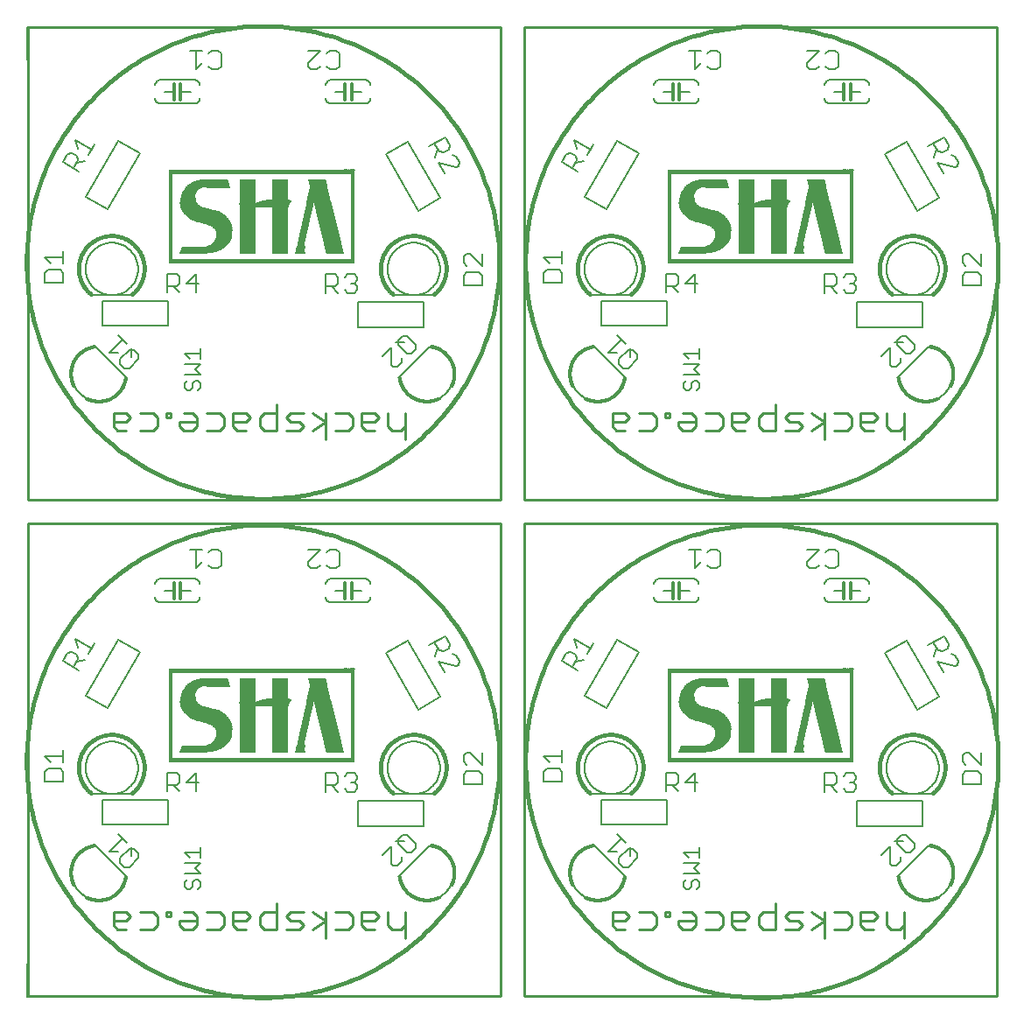
<source format=gto>
G75*
G70*
%OFA0B0*%
%FSLAX25Y25*%
%IPPOS*%
%LPD*%
%AMOC8*
5,1,8,0,0,1.08239X$1,22.5*
%
%ADD10R,0.07008X0.00079*%
%ADD100R,0.14331X0.00079*%
%ADD101R,0.03386X0.00079*%
%ADD102R,0.10394X0.00079*%
%ADD103R,0.06378X0.00079*%
%ADD104R,0.15512X0.00079*%
%ADD105R,0.02756X0.00079*%
%ADD107R,0.06142X0.00079*%
%ADD109R,0.12677X0.00079*%
%ADD11R,0.08504X0.00079*%
%ADD110R,0.09291X0.00079*%
%ADD111R,0.05906X0.00079*%
%ADD112R,0.03780X0.00079*%
%ADD113R,0.05118X0.00079*%
%ADD114R,0.16063X0.00079*%
%ADD115R,0.14646X0.00079*%
%ADD116R,0.14961X0.00079*%
%ADD117R,0.07717X0.00079*%
%ADD118R,0.16299X0.00079*%
%ADD119R,0.08819X0.00079*%
%ADD12R,0.03071X0.00079*%
%ADD120R,0.11496X0.00079*%
%ADD122R,0.19134X0.00079*%
%ADD123R,0.05354X0.00079*%
%ADD124R,0.14488X0.00079*%
%ADD125R,0.07795X0.00079*%
%ADD126R,0.06220X0.00079*%
%ADD127R,0.11339X0.00079*%
%ADD129R,0.05197X0.00079*%
%ADD13R,0.11732X0.00079*%
%ADD130R,0.05591X0.00079*%
%ADD131R,0.11102X0.00079*%
%ADD132R,0.14803X0.00079*%
%ADD133R,0.06850X0.00079*%
%ADD134R,0.13386X0.00079*%
%ADD136R,0.15591X0.00079*%
%ADD137R,0.15984X0.00079*%
%ADD139R,0.06457X0.00079*%
%ADD14R,0.11260X0.00079*%
%ADD140R,0.09843X0.00079*%
%ADD141R,0.14173X0.00079*%
%ADD142R,0.13701X0.00079*%
%ADD143R,0.12835X0.00079*%
%ADD144R,0.13228X0.00079*%
%ADD146R,0.12913X0.00079*%
%ADD147R,0.09606X0.00079*%
%ADD148R,0.11811X0.00079*%
%ADD149R,0.06693X0.00079*%
%ADD15R,0.13780X0.00079*%
%ADD151R,0.06535X0.00079*%
%ADD152R,0.06929X0.00079*%
%ADD153R,0.09921X0.00079*%
%ADD154R,0.10551X0.00079*%
%ADD155R,0.12441X0.00079*%
%ADD156R,0.09134X0.00079*%
%ADD157R,0.13307X0.00079*%
%ADD158R,0.07323X0.00079*%
%ADD159R,0.11969X0.00079*%
%ADD16R,0.07953X0.00079*%
%ADD160R,0.10630X0.00079*%
%ADD161R,0.16220X0.00079*%
%ADD163R,0.07874X0.00079*%
%ADD165R,0.14252X0.00079*%
%ADD166R,0.06614X0.00079*%
%ADD167R,0.07402X0.00079*%
%ADD168R,0.07559X0.00079*%
%ADD169R,0.03701X0.00079*%
%ADD17R,0.15276X0.00079*%
%ADD172R,0.09213X0.00079*%
%ADD173R,0.07638X0.00079*%
%ADD174R,0.11024X0.00079*%
%ADD176R,0.09449X0.00079*%
%ADD177R,0.12992X0.00079*%
%ADD178R,0.14724X0.00079*%
%ADD179R,0.12283X0.00079*%
%ADD18R,0.05276X0.00079*%
%ADD180R,0.10000X0.00079*%
%ADD181R,0.03228X0.00079*%
%ADD182R,0.03543X0.00079*%
%ADD183R,0.15827X0.00079*%
%ADD184R,0.70945X0.00079*%
%ADD185R,0.02992X0.00079*%
%ADD186R,0.11654X0.00079*%
%ADD188R,0.13937X0.00079*%
%ADD189R,0.12205X0.00079*%
%ADD19R,0.01417X0.00079*%
%ADD190R,0.15748X0.00079*%
%ADD192R,0.13465X0.00079*%
%ADD193R,0.05512X0.00079*%
%ADD194R,0.08583X0.00079*%
%ADD195C,0.01000*%
%ADD196R,0.00800X0.00800*%
%ADD20R,0.09370X0.00079*%
%ADD22R,0.08425X0.00079*%
%ADD23R,0.03150X0.00079*%
%ADD25R,0.14094X0.00079*%
%ADD27R,0.08740X0.00079*%
%ADD28R,0.05748X0.00079*%
%ADD29R,0.07480X0.00079*%
%ADD30R,0.08189X0.00079*%
%ADD31R,0.08110X0.00079*%
%ADD32R,0.05669X0.00079*%
%ADD33R,0.08031X0.00079*%
%ADD34R,0.11181X0.00079*%
%ADD35C,0.01200*%
%ADD36R,0.01496X0.00079*%
%ADD37R,0.08268X0.00079*%
%ADD38R,0.09055X0.00079*%
%ADD39R,0.10709X0.00079*%
%ADD40R,0.18819X0.00079*%
%ADD41R,0.15039X0.00079*%
%ADD42R,0.15669X0.00079*%
%ADD43R,0.13071X0.00079*%
%ADD45R,0.02677X0.00079*%
%ADD46R,0.18898X0.00079*%
%ADD47R,0.13150X0.00079*%
%ADD48R,0.14882X0.00079*%
%ADD49R,0.08976X0.00079*%
%ADD50R,0.13622X0.00079*%
%ADD51R,0.14016X0.00079*%
%ADD52C,0.01600*%
%ADD53R,0.11417X0.00079*%
%ADD54R,0.07165X0.00079*%
%ADD55R,0.19055X0.00079*%
%ADD56R,0.14409X0.00079*%
%ADD57R,0.05433X0.00079*%
%ADD58R,0.15433X0.00079*%
%ADD59R,0.13543X0.00079*%
%ADD60R,0.03622X0.00079*%
%ADD61R,0.16142X0.00079*%
%ADD62R,0.15354X0.00079*%
%ADD64R,0.12520X0.00079*%
%ADD65R,0.18976X0.00079*%
%ADD66R,0.10945X0.00079*%
%ADD67R,0.08898X0.00079*%
%ADD68R,0.10157X0.00079*%
%ADD69R,0.07087X0.00079*%
%ADD73R,0.08346X0.00079*%
%ADD74R,0.06063X0.00079*%
%ADD76R,0.12126X0.00079*%
%ADD78R,0.08661X0.00079*%
%ADD79R,0.07244X0.00079*%
%ADD80R,0.15118X0.00079*%
%ADD81R,0.12598X0.00079*%
%ADD82R,0.02913X0.00079*%
%ADD84R,0.12756X0.00079*%
%ADD85R,0.06772X0.00079*%
%ADD86R,0.01339X0.00079*%
%ADD87R,0.03465X0.00079*%
%ADD88R,0.14567X0.00079*%
%ADD89C,0.00800*%
%ADD90R,0.06299X0.00079*%
%ADD91R,0.15197X0.00079*%
%ADD92R,0.03307X0.00079*%
%ADD93R,0.15906X0.00079*%
%ADD94R,0.02835X0.00079*%
%ADD95C,0.01100*%
%ADD97R,0.05827X0.00079*%
%ADD99R,0.05984X0.00079*%
X0010000Y0010000D02*
G75*
%LPD*%
D52*
X0010000Y0100000D02*
X0010027Y0102209D01*
X0010108Y0104416D01*
X0010244Y0106621D01*
X0010433Y0108822D01*
X0010677Y0111017D01*
X0010974Y0113206D01*
X0011325Y0115387D01*
X0011729Y0117558D01*
X0012187Y0119719D01*
X0012697Y0121868D01*
X0013260Y0124004D01*
X0013875Y0126126D01*
X0014542Y0128231D01*
X0015261Y0130320D01*
X0016031Y0132391D01*
X0016851Y0134442D01*
X0017721Y0136472D01*
X0018641Y0138480D01*
X0019610Y0140465D01*
X0020627Y0142426D01*
X0021692Y0144361D01*
X0022804Y0146269D01*
X0023963Y0148150D01*
X0025168Y0150001D01*
X0026417Y0151823D01*
X0027711Y0153613D01*
X0029049Y0155371D01*
X0030429Y0157095D01*
X0031851Y0158786D01*
X0033314Y0160440D01*
X0034818Y0162059D01*
X0036360Y0163640D01*
X0037941Y0165182D01*
X0039560Y0166686D01*
X0041214Y0168149D01*
X0042905Y0169571D01*
X0044629Y0170951D01*
X0046387Y0172289D01*
X0048177Y0173583D01*
X0049999Y0174832D01*
X0051850Y0176037D01*
X0053731Y0177196D01*
X0055639Y0178308D01*
X0057574Y0179373D01*
X0059535Y0180390D01*
X0061520Y0181359D01*
X0063528Y0182279D01*
X0065558Y0183149D01*
X0067609Y0183969D01*
X0069680Y0184739D01*
X0071769Y0185458D01*
X0073874Y0186125D01*
X0075996Y0186740D01*
X0078132Y0187303D01*
X0080281Y0187813D01*
X0082442Y0188271D01*
X0084613Y0188675D01*
X0086794Y0189026D01*
X0088983Y0189323D01*
X0091178Y0189567D01*
X0093379Y0189756D01*
X0095584Y0189892D01*
X0097791Y0189973D01*
X0100000Y0190000D01*
X0102209Y0189973D01*
X0104416Y0189892D01*
X0106621Y0189756D01*
X0108822Y0189567D01*
X0111017Y0189323D01*
X0113206Y0189026D01*
X0115387Y0188675D01*
X0117558Y0188271D01*
X0119719Y0187813D01*
X0121868Y0187303D01*
X0124004Y0186740D01*
X0126126Y0186125D01*
X0128231Y0185458D01*
X0130320Y0184739D01*
X0132391Y0183969D01*
X0134442Y0183149D01*
X0136472Y0182279D01*
X0138480Y0181359D01*
X0140465Y0180390D01*
X0142426Y0179373D01*
X0144361Y0178308D01*
X0146269Y0177196D01*
X0148150Y0176037D01*
X0150001Y0174832D01*
X0151823Y0173583D01*
X0153613Y0172289D01*
X0155371Y0170951D01*
X0157095Y0169571D01*
X0158786Y0168149D01*
X0160440Y0166686D01*
X0162059Y0165182D01*
X0163640Y0163640D01*
X0165182Y0162059D01*
X0166686Y0160440D01*
X0168149Y0158786D01*
X0169571Y0157095D01*
X0170951Y0155371D01*
X0172289Y0153613D01*
X0173583Y0151823D01*
X0174832Y0150001D01*
X0176037Y0148150D01*
X0177196Y0146269D01*
X0178308Y0144361D01*
X0179373Y0142426D01*
X0180390Y0140465D01*
X0181359Y0138480D01*
X0182279Y0136472D01*
X0183149Y0134442D01*
X0183969Y0132391D01*
X0184739Y0130320D01*
X0185458Y0128231D01*
X0186125Y0126126D01*
X0186740Y0124004D01*
X0187303Y0121868D01*
X0187813Y0119719D01*
X0188271Y0117558D01*
X0188675Y0115387D01*
X0189026Y0113206D01*
X0189323Y0111017D01*
X0189567Y0108822D01*
X0189756Y0106621D01*
X0189892Y0104416D01*
X0189973Y0102209D01*
X0190000Y0100000D01*
X0189973Y0097791D01*
X0189892Y0095584D01*
X0189756Y0093379D01*
X0189567Y0091178D01*
X0189323Y0088983D01*
X0189026Y0086794D01*
X0188675Y0084613D01*
X0188271Y0082442D01*
X0187813Y0080281D01*
X0187303Y0078132D01*
X0186740Y0075996D01*
X0186125Y0073874D01*
X0185458Y0071769D01*
X0184739Y0069680D01*
X0183969Y0067609D01*
X0183149Y0065558D01*
X0182279Y0063528D01*
X0181359Y0061520D01*
X0180390Y0059535D01*
X0179373Y0057574D01*
X0178308Y0055639D01*
X0177196Y0053731D01*
X0176037Y0051850D01*
X0174832Y0049999D01*
X0173583Y0048177D01*
X0172289Y0046387D01*
X0170951Y0044629D01*
X0169571Y0042905D01*
X0168149Y0041214D01*
X0166686Y0039560D01*
X0165182Y0037941D01*
X0163640Y0036360D01*
X0162059Y0034818D01*
X0160440Y0033314D01*
X0158786Y0031851D01*
X0157095Y0030429D01*
X0155371Y0029049D01*
X0153613Y0027711D01*
X0151823Y0026417D01*
X0150001Y0025168D01*
X0148150Y0023963D01*
X0146269Y0022804D01*
X0144361Y0021692D01*
X0142426Y0020627D01*
X0140465Y0019610D01*
X0138480Y0018641D01*
X0136472Y0017721D01*
X0134442Y0016851D01*
X0132391Y0016031D01*
X0130320Y0015261D01*
X0128231Y0014542D01*
X0126126Y0013875D01*
X0124004Y0013260D01*
X0121868Y0012697D01*
X0119719Y0012187D01*
X0117558Y0011729D01*
X0115387Y0011325D01*
X0113206Y0010974D01*
X0111017Y0010677D01*
X0108822Y0010433D01*
X0106621Y0010244D01*
X0104416Y0010108D01*
X0102209Y0010027D01*
X0100000Y0010000D01*
X0097791Y0010027D01*
X0095584Y0010108D01*
X0093379Y0010244D01*
X0091178Y0010433D01*
X0088983Y0010677D01*
X0086794Y0010974D01*
X0084613Y0011325D01*
X0082442Y0011729D01*
X0080281Y0012187D01*
X0078132Y0012697D01*
X0075996Y0013260D01*
X0073874Y0013875D01*
X0071769Y0014542D01*
X0069680Y0015261D01*
X0067609Y0016031D01*
X0065558Y0016851D01*
X0063528Y0017721D01*
X0061520Y0018641D01*
X0059535Y0019610D01*
X0057574Y0020627D01*
X0055639Y0021692D01*
X0053731Y0022804D01*
X0051850Y0023963D01*
X0049999Y0025168D01*
X0048177Y0026417D01*
X0046387Y0027711D01*
X0044629Y0029049D01*
X0042905Y0030429D01*
X0041214Y0031851D01*
X0039560Y0033314D01*
X0037941Y0034818D01*
X0036360Y0036360D01*
X0034818Y0037941D01*
X0033314Y0039560D01*
X0031851Y0041214D01*
X0030429Y0042905D01*
X0029049Y0044629D01*
X0027711Y0046387D01*
X0026417Y0048177D01*
X0025168Y0049999D01*
X0023963Y0051850D01*
X0022804Y0053731D01*
X0021692Y0055639D01*
X0020627Y0057574D01*
X0019610Y0059535D01*
X0018641Y0061520D01*
X0017721Y0063528D01*
X0016851Y0065558D01*
X0016031Y0067609D01*
X0015261Y0069680D01*
X0014542Y0071769D01*
X0013875Y0073874D01*
X0013260Y0075996D01*
X0012697Y0078132D01*
X0012187Y0080281D01*
X0011729Y0082442D01*
X0011325Y0084613D01*
X0010974Y0086794D01*
X0010677Y0088983D01*
X0010433Y0091178D01*
X0010244Y0093379D01*
X0010108Y0095584D01*
X0010027Y0097791D01*
X0010000Y0100000D01*
D95*
X0043078Y0042450D02*
X0043078Y0037496D01*
X0044729Y0035844D01*
X0048032Y0035844D01*
X0048032Y0039147D02*
X0043078Y0039147D01*
X0043078Y0042450D02*
X0048032Y0042450D01*
X0049683Y0040798D01*
X0048032Y0039147D01*
X0053206Y0042450D02*
X0058161Y0042450D01*
X0059812Y0040798D01*
X0059812Y0037496D01*
X0058161Y0035844D01*
X0053206Y0035844D01*
X0063225Y0040798D02*
X0063225Y0042450D01*
X0064876Y0042450D01*
X0064876Y0040798D01*
X0063225Y0040798D01*
X0068399Y0039147D02*
X0068399Y0037496D01*
X0070051Y0035844D01*
X0073354Y0035844D01*
X0075005Y0037496D01*
X0075005Y0040798D01*
X0073354Y0042450D01*
X0070051Y0042450D01*
X0068399Y0039147D02*
X0075005Y0039147D01*
X0078528Y0042450D02*
X0083482Y0042450D01*
X0085134Y0040798D01*
X0085134Y0037496D01*
X0083482Y0035844D01*
X0078528Y0035844D01*
X0088657Y0037496D02*
X0088657Y0042450D01*
X0093611Y0042450D01*
X0095262Y0040798D01*
X0093611Y0039147D01*
X0088657Y0039147D01*
X0088657Y0037496D02*
X0090308Y0035844D01*
X0093611Y0035844D01*
X0098785Y0037496D02*
X0098785Y0040798D01*
X0100437Y0042450D01*
X0105391Y0042450D01*
X0105391Y0045753D02*
X0105391Y0035844D01*
X0100437Y0035844D01*
X0098785Y0037496D01*
X0108914Y0035844D02*
X0113868Y0035844D01*
X0115520Y0037496D01*
X0113868Y0039147D01*
X0110565Y0039147D01*
X0108914Y0040798D01*
X0110565Y0042450D01*
X0115520Y0042450D01*
X0119006Y0042450D02*
X0123960Y0039147D01*
X0119006Y0035844D01*
X0123960Y0032541D02*
X0123960Y0042450D01*
X0127483Y0042450D02*
X0132437Y0042450D01*
X0134089Y0040798D01*
X0134089Y0037496D01*
X0132437Y0035844D01*
X0127483Y0035844D01*
X0137612Y0037496D02*
X0137612Y0042450D01*
X0142566Y0042450D01*
X0144217Y0040798D01*
X0142566Y0039147D01*
X0137612Y0039147D01*
X0137612Y0037496D02*
X0139263Y0035844D01*
X0142566Y0035844D01*
X0147740Y0037496D02*
X0147740Y0042450D01*
X0147740Y0037496D02*
X0149392Y0035844D01*
X0152695Y0035844D01*
X0154346Y0037496D01*
X0154346Y0042450D02*
X0154346Y0032541D01*
D89*
X0172120Y0052462D02*
X0171483Y0052798D01*
X0171484Y0052798D02*
X0171596Y0053019D01*
X0171703Y0053243D01*
X0171804Y0053469D01*
X0171900Y0053697D01*
X0171990Y0053928D01*
X0172075Y0054161D01*
X0172153Y0054396D01*
X0172226Y0054633D01*
X0172293Y0054872D01*
X0172355Y0055112D01*
X0172410Y0055354D01*
X0172460Y0055596D01*
X0172503Y0055840D01*
X0172541Y0056085D01*
X0172572Y0056331D01*
X0172598Y0056578D01*
X0172618Y0056825D01*
X0172631Y0057072D01*
X0172638Y0057320D01*
X0172640Y0057568D01*
X0172635Y0057816D01*
X0172624Y0058064D01*
X0172608Y0058311D01*
X0172585Y0058558D01*
X0172556Y0058804D01*
X0172521Y0059049D01*
X0172480Y0059294D01*
X0172433Y0059537D01*
X0172381Y0059779D01*
X0172322Y0060020D01*
X0172257Y0060259D01*
X0172187Y0060497D01*
X0172111Y0060733D01*
X0172029Y0060967D01*
X0171941Y0061199D01*
X0171848Y0061428D01*
X0171749Y0061656D01*
X0171645Y0061881D01*
X0171535Y0062103D01*
X0171420Y0062322D01*
X0171299Y0062539D01*
X0171174Y0062752D01*
X0171043Y0062963D01*
X0170907Y0063170D01*
X0170765Y0063374D01*
X0170619Y0063574D01*
X0170469Y0063771D01*
X0170313Y0063964D01*
X0170153Y0064153D01*
X0169988Y0064338D01*
X0169818Y0064519D01*
X0169645Y0064696D01*
X0169467Y0064868D01*
X0169284Y0065036D01*
X0169098Y0065200D01*
X0168908Y0065359D01*
X0168714Y0065513D01*
X0168516Y0065662D01*
X0168315Y0065807D01*
X0168110Y0065947D01*
X0167902Y0066081D01*
X0167691Y0066211D01*
X0167476Y0066335D01*
X0167259Y0066454D01*
X0167038Y0066568D01*
X0166815Y0066676D01*
X0166590Y0066779D01*
X0166362Y0066876D01*
X0166132Y0066967D01*
X0165899Y0067053D01*
X0165665Y0067134D01*
X0165428Y0067208D01*
X0165190Y0067277D01*
X0164950Y0067340D01*
X0164709Y0067396D01*
X0164466Y0067448D01*
X0164223Y0067493D01*
X0163978Y0067532D01*
X0163732Y0067565D01*
X0163816Y0068279D01*
X0163817Y0068280D01*
X0164080Y0068244D01*
X0164342Y0068203D01*
X0164603Y0068154D01*
X0164863Y0068100D01*
X0165122Y0068039D01*
X0165379Y0067972D01*
X0165634Y0067898D01*
X0165887Y0067818D01*
X0166138Y0067732D01*
X0166387Y0067640D01*
X0166634Y0067542D01*
X0166879Y0067438D01*
X0167120Y0067328D01*
X0167359Y0067212D01*
X0167595Y0067091D01*
X0167828Y0066963D01*
X0168058Y0066830D01*
X0168284Y0066691D01*
X0168507Y0066547D01*
X0168727Y0066398D01*
X0168942Y0066243D01*
X0169154Y0066083D01*
X0169362Y0065917D01*
X0169566Y0065747D01*
X0169765Y0065572D01*
X0169960Y0065392D01*
X0170151Y0065207D01*
X0170337Y0065018D01*
X0170519Y0064824D01*
X0170695Y0064626D01*
X0170867Y0064423D01*
X0171034Y0064216D01*
X0171196Y0064006D01*
X0171352Y0063791D01*
X0171503Y0063573D01*
X0171649Y0063351D01*
X0171789Y0063126D01*
X0171924Y0062897D01*
X0172053Y0062665D01*
X0172177Y0062430D01*
X0172294Y0062192D01*
X0172406Y0061951D01*
X0172512Y0061707D01*
X0172612Y0061461D01*
X0172706Y0061213D01*
X0172793Y0060962D01*
X0172875Y0060709D01*
X0172950Y0060455D01*
X0173019Y0060198D01*
X0173082Y0059940D01*
X0173139Y0059681D01*
X0173189Y0059420D01*
X0173233Y0059158D01*
X0173270Y0058895D01*
X0173301Y0058632D01*
X0173325Y0058367D01*
X0173343Y0058102D01*
X0173355Y0057837D01*
X0173360Y0057572D01*
X0173358Y0057306D01*
X0173350Y0057041D01*
X0173336Y0056775D01*
X0173315Y0056511D01*
X0173287Y0056247D01*
X0173254Y0055983D01*
X0173213Y0055721D01*
X0173167Y0055459D01*
X0173113Y0055199D01*
X0173054Y0054940D01*
X0172988Y0054683D01*
X0172916Y0054428D01*
X0172838Y0054174D01*
X0172754Y0053922D01*
X0172663Y0053672D01*
X0172566Y0053425D01*
X0172464Y0053180D01*
X0172355Y0052938D01*
X0172241Y0052698D01*
X0172120Y0052462D01*
X0172054Y0052497D01*
X0172174Y0052732D01*
X0172287Y0052970D01*
X0172395Y0053210D01*
X0172497Y0053453D01*
X0172593Y0053699D01*
X0172683Y0053947D01*
X0172767Y0054197D01*
X0172844Y0054449D01*
X0172916Y0054703D01*
X0172981Y0054958D01*
X0173040Y0055215D01*
X0173093Y0055474D01*
X0173139Y0055733D01*
X0173179Y0055994D01*
X0173213Y0056255D01*
X0173240Y0056518D01*
X0173261Y0056781D01*
X0173275Y0057044D01*
X0173283Y0057307D01*
X0173285Y0057571D01*
X0173280Y0057835D01*
X0173268Y0058098D01*
X0173251Y0058361D01*
X0173226Y0058624D01*
X0173196Y0058886D01*
X0173159Y0059147D01*
X0173115Y0059407D01*
X0173065Y0059666D01*
X0173009Y0059924D01*
X0172947Y0060180D01*
X0172878Y0060434D01*
X0172803Y0060687D01*
X0172722Y0060938D01*
X0172635Y0061187D01*
X0172542Y0061434D01*
X0172443Y0061678D01*
X0172338Y0061920D01*
X0172227Y0062159D01*
X0172110Y0062396D01*
X0171987Y0062629D01*
X0171859Y0062859D01*
X0171725Y0063087D01*
X0171586Y0063311D01*
X0171441Y0063531D01*
X0171291Y0063748D01*
X0171136Y0063961D01*
X0170975Y0064170D01*
X0170809Y0064375D01*
X0170639Y0064576D01*
X0170463Y0064773D01*
X0170283Y0064966D01*
X0170098Y0065154D01*
X0169909Y0065337D01*
X0169715Y0065516D01*
X0169517Y0065690D01*
X0169315Y0065859D01*
X0169108Y0066023D01*
X0168898Y0066182D01*
X0168684Y0066336D01*
X0168466Y0066485D01*
X0168244Y0066628D01*
X0168020Y0066766D01*
X0167791Y0066898D01*
X0167560Y0067024D01*
X0167326Y0067145D01*
X0167088Y0067260D01*
X0166848Y0067370D01*
X0166606Y0067473D01*
X0166361Y0067570D01*
X0166113Y0067662D01*
X0165864Y0067747D01*
X0165612Y0067826D01*
X0165359Y0067899D01*
X0165104Y0067966D01*
X0164847Y0068026D01*
X0164589Y0068081D01*
X0164330Y0068129D01*
X0164069Y0068170D01*
X0163808Y0068205D01*
X0163799Y0068131D01*
X0164059Y0068096D01*
X0164317Y0068055D01*
X0164575Y0068007D01*
X0164831Y0067953D01*
X0165086Y0067893D01*
X0165339Y0067827D01*
X0165591Y0067754D01*
X0165841Y0067676D01*
X0166089Y0067591D01*
X0166334Y0067500D01*
X0166577Y0067403D01*
X0166818Y0067301D01*
X0167057Y0067192D01*
X0167292Y0067078D01*
X0167525Y0066958D01*
X0167755Y0066832D01*
X0167981Y0066701D01*
X0168205Y0066564D01*
X0168425Y0066422D01*
X0168641Y0066275D01*
X0168854Y0066122D01*
X0169062Y0065964D01*
X0169267Y0065801D01*
X0169468Y0065633D01*
X0169665Y0065460D01*
X0169858Y0065283D01*
X0170046Y0065100D01*
X0170229Y0064914D01*
X0170408Y0064723D01*
X0170582Y0064527D01*
X0170752Y0064327D01*
X0170916Y0064124D01*
X0171076Y0063916D01*
X0171230Y0063704D01*
X0171379Y0063489D01*
X0171523Y0063270D01*
X0171661Y0063048D01*
X0171794Y0062822D01*
X0171921Y0062593D01*
X0172043Y0062362D01*
X0172159Y0062127D01*
X0172269Y0061889D01*
X0172374Y0061649D01*
X0172472Y0061406D01*
X0172565Y0061162D01*
X0172651Y0060914D01*
X0172732Y0060665D01*
X0172806Y0060414D01*
X0172874Y0060161D01*
X0172936Y0059907D01*
X0172992Y0059651D01*
X0173041Y0059394D01*
X0173084Y0059136D01*
X0173121Y0058876D01*
X0173152Y0058616D01*
X0173176Y0058355D01*
X0173194Y0058094D01*
X0173205Y0057833D01*
X0173210Y0057571D01*
X0173208Y0057309D01*
X0173200Y0057047D01*
X0173186Y0056786D01*
X0173165Y0056525D01*
X0173138Y0056264D01*
X0173105Y0056005D01*
X0173065Y0055746D01*
X0173019Y0055488D01*
X0172967Y0055231D01*
X0172908Y0054976D01*
X0172844Y0054722D01*
X0172773Y0054470D01*
X0172695Y0054220D01*
X0172612Y0053972D01*
X0172523Y0053726D01*
X0172428Y0053482D01*
X0172326Y0053240D01*
X0172219Y0053001D01*
X0172106Y0052765D01*
X0171988Y0052532D01*
X0171922Y0052567D01*
X0172039Y0052798D01*
X0172151Y0053033D01*
X0172258Y0053270D01*
X0172358Y0053510D01*
X0172453Y0053752D01*
X0172541Y0053997D01*
X0172624Y0054243D01*
X0172701Y0054492D01*
X0172771Y0054742D01*
X0172836Y0054994D01*
X0172894Y0055247D01*
X0172946Y0055502D01*
X0172991Y0055758D01*
X0173031Y0056015D01*
X0173064Y0056273D01*
X0173091Y0056532D01*
X0173111Y0056791D01*
X0173125Y0057051D01*
X0173133Y0057310D01*
X0173135Y0057570D01*
X0173130Y0057830D01*
X0173119Y0058090D01*
X0173101Y0058350D01*
X0173077Y0058609D01*
X0173047Y0058867D01*
X0173010Y0059124D01*
X0172967Y0059381D01*
X0172918Y0059636D01*
X0172863Y0059890D01*
X0172801Y0060143D01*
X0172734Y0060394D01*
X0172660Y0060643D01*
X0172580Y0060890D01*
X0172494Y0061136D01*
X0172402Y0061379D01*
X0172305Y0061620D01*
X0172201Y0061859D01*
X0172091Y0062094D01*
X0171976Y0062327D01*
X0171855Y0062558D01*
X0171729Y0062785D01*
X0171597Y0063009D01*
X0171460Y0063230D01*
X0171317Y0063447D01*
X0171169Y0063661D01*
X0171016Y0063871D01*
X0170857Y0064077D01*
X0170694Y0064280D01*
X0170526Y0064478D01*
X0170353Y0064672D01*
X0170175Y0064862D01*
X0169993Y0065047D01*
X0169806Y0065228D01*
X0169615Y0065404D01*
X0169420Y0065576D01*
X0169220Y0065743D01*
X0169017Y0065905D01*
X0168809Y0066061D01*
X0168598Y0066213D01*
X0168383Y0066360D01*
X0168165Y0066501D01*
X0167943Y0066637D01*
X0167718Y0066767D01*
X0167490Y0066892D01*
X0167259Y0067011D01*
X0167025Y0067124D01*
X0166788Y0067232D01*
X0166549Y0067334D01*
X0166307Y0067430D01*
X0166064Y0067520D01*
X0165818Y0067604D01*
X0165570Y0067682D01*
X0165320Y0067754D01*
X0165068Y0067820D01*
X0164815Y0067880D01*
X0164561Y0067933D01*
X0164305Y0067981D01*
X0164048Y0068022D01*
X0163791Y0068056D01*
X0163782Y0067982D01*
X0164038Y0067947D01*
X0164292Y0067907D01*
X0164546Y0067860D01*
X0164799Y0067807D01*
X0165050Y0067747D01*
X0165300Y0067682D01*
X0165548Y0067611D01*
X0165794Y0067533D01*
X0166039Y0067449D01*
X0166281Y0067360D01*
X0166521Y0067265D01*
X0166758Y0067163D01*
X0166993Y0067056D01*
X0167226Y0066944D01*
X0167455Y0066825D01*
X0167681Y0066701D01*
X0167905Y0066572D01*
X0168125Y0066437D01*
X0168342Y0066297D01*
X0168555Y0066152D01*
X0168765Y0066001D01*
X0168971Y0065845D01*
X0169173Y0065685D01*
X0169371Y0065519D01*
X0169565Y0065349D01*
X0169755Y0065174D01*
X0169940Y0064994D01*
X0170121Y0064810D01*
X0170297Y0064621D01*
X0170469Y0064429D01*
X0170636Y0064232D01*
X0170798Y0064031D01*
X0170956Y0063826D01*
X0171108Y0063617D01*
X0171255Y0063405D01*
X0171396Y0063189D01*
X0171533Y0062970D01*
X0171664Y0062748D01*
X0171789Y0062522D01*
X0171909Y0062293D01*
X0172024Y0062062D01*
X0172132Y0061828D01*
X0172235Y0061591D01*
X0172332Y0061352D01*
X0172424Y0061110D01*
X0172509Y0060867D01*
X0172588Y0060621D01*
X0172662Y0060373D01*
X0172729Y0060124D01*
X0172790Y0059873D01*
X0172845Y0059621D01*
X0172894Y0059367D01*
X0172936Y0059113D01*
X0172972Y0058857D01*
X0173002Y0058601D01*
X0173026Y0058344D01*
X0173044Y0058086D01*
X0173055Y0057828D01*
X0173060Y0057570D01*
X0173058Y0057312D01*
X0173051Y0057054D01*
X0173037Y0056796D01*
X0173016Y0056539D01*
X0172990Y0056282D01*
X0172957Y0056026D01*
X0172917Y0055771D01*
X0172872Y0055516D01*
X0172820Y0055264D01*
X0172763Y0055012D01*
X0172699Y0054762D01*
X0172629Y0054513D01*
X0172553Y0054267D01*
X0172471Y0054022D01*
X0172383Y0053779D01*
X0172289Y0053539D01*
X0172189Y0053300D01*
X0172083Y0053065D01*
X0171972Y0052832D01*
X0171855Y0052602D01*
X0171789Y0052637D01*
X0171905Y0052865D01*
X0172016Y0053097D01*
X0172120Y0053330D01*
X0172219Y0053567D01*
X0172313Y0053806D01*
X0172400Y0054047D01*
X0172481Y0054290D01*
X0172557Y0054535D01*
X0172626Y0054781D01*
X0172690Y0055030D01*
X0172747Y0055280D01*
X0172798Y0055531D01*
X0172843Y0055783D01*
X0172882Y0056036D01*
X0172915Y0056291D01*
X0172941Y0056546D01*
X0172962Y0056801D01*
X0172976Y0057057D01*
X0172983Y0057313D01*
X0172985Y0057570D01*
X0172980Y0057826D01*
X0172969Y0058082D01*
X0172951Y0058338D01*
X0172928Y0058593D01*
X0172898Y0058848D01*
X0172862Y0059101D01*
X0172820Y0059354D01*
X0172771Y0059606D01*
X0172717Y0059856D01*
X0172656Y0060106D01*
X0172589Y0060353D01*
X0172517Y0060599D01*
X0172438Y0060843D01*
X0172353Y0061085D01*
X0172263Y0061324D01*
X0172166Y0061562D01*
X0172064Y0061797D01*
X0171956Y0062030D01*
X0171843Y0062259D01*
X0171723Y0062486D01*
X0171599Y0062710D01*
X0171469Y0062931D01*
X0171333Y0063149D01*
X0171192Y0063363D01*
X0171047Y0063574D01*
X0170896Y0063781D01*
X0170739Y0063984D01*
X0170578Y0064184D01*
X0170413Y0064379D01*
X0170242Y0064571D01*
X0170067Y0064758D01*
X0169887Y0064941D01*
X0169703Y0065119D01*
X0169515Y0065293D01*
X0169322Y0065462D01*
X0169126Y0065626D01*
X0168925Y0065786D01*
X0168720Y0065940D01*
X0168512Y0066090D01*
X0168300Y0066234D01*
X0168085Y0066374D01*
X0167867Y0066507D01*
X0167645Y0066636D01*
X0167420Y0066759D01*
X0167192Y0066877D01*
X0166961Y0066988D01*
X0166728Y0067095D01*
X0166492Y0067195D01*
X0166254Y0067290D01*
X0166014Y0067379D01*
X0165771Y0067462D01*
X0165527Y0067539D01*
X0165280Y0067610D01*
X0165032Y0067675D01*
X0164783Y0067733D01*
X0164532Y0067786D01*
X0164280Y0067833D01*
X0164027Y0067873D01*
X0163773Y0067907D01*
X0163764Y0067833D01*
X0164016Y0067799D01*
X0164268Y0067759D01*
X0164518Y0067713D01*
X0164767Y0067660D01*
X0165015Y0067602D01*
X0165261Y0067537D01*
X0165505Y0067467D01*
X0165748Y0067390D01*
X0165989Y0067308D01*
X0166228Y0067220D01*
X0166464Y0067126D01*
X0166698Y0067026D01*
X0166930Y0066920D01*
X0167159Y0066809D01*
X0167385Y0066693D01*
X0167608Y0066571D01*
X0167828Y0066443D01*
X0168045Y0066310D01*
X0168259Y0066172D01*
X0168469Y0066028D01*
X0168676Y0065880D01*
X0168879Y0065727D01*
X0169078Y0065568D01*
X0169273Y0065405D01*
X0169465Y0065237D01*
X0169652Y0065064D01*
X0169835Y0064887D01*
X0170013Y0064706D01*
X0170187Y0064520D01*
X0170356Y0064330D01*
X0170521Y0064136D01*
X0170681Y0063938D01*
X0170835Y0063736D01*
X0170985Y0063530D01*
X0171130Y0063321D01*
X0171270Y0063108D01*
X0171405Y0062892D01*
X0171534Y0062673D01*
X0171657Y0062451D01*
X0171776Y0062225D01*
X0171888Y0061997D01*
X0171996Y0061766D01*
X0172097Y0061533D01*
X0172193Y0061297D01*
X0172283Y0061059D01*
X0172367Y0060819D01*
X0172445Y0060577D01*
X0172517Y0060333D01*
X0172583Y0060087D01*
X0172644Y0059840D01*
X0172698Y0059591D01*
X0172746Y0059341D01*
X0172788Y0059090D01*
X0172824Y0058838D01*
X0172853Y0058585D01*
X0172877Y0058332D01*
X0172894Y0058078D01*
X0172905Y0057824D01*
X0172910Y0057569D01*
X0172908Y0057315D01*
X0172901Y0057060D01*
X0172887Y0056806D01*
X0172867Y0056553D01*
X0172841Y0056300D01*
X0172808Y0056047D01*
X0172770Y0055796D01*
X0172725Y0055545D01*
X0172674Y0055296D01*
X0172617Y0055048D01*
X0172554Y0054801D01*
X0172485Y0054556D01*
X0172410Y0054313D01*
X0172329Y0054072D01*
X0172243Y0053832D01*
X0172150Y0053595D01*
X0172052Y0053361D01*
X0171948Y0053128D01*
X0171838Y0052899D01*
X0171723Y0052672D01*
X0171656Y0052707D01*
X0171771Y0052932D01*
X0171880Y0053160D01*
X0171983Y0053391D01*
X0172081Y0053624D01*
X0172172Y0053859D01*
X0172259Y0054097D01*
X0172339Y0054336D01*
X0172413Y0054578D01*
X0172482Y0054821D01*
X0172544Y0055066D01*
X0172601Y0055312D01*
X0172651Y0055559D01*
X0172696Y0055808D01*
X0172734Y0056058D01*
X0172766Y0056308D01*
X0172792Y0056560D01*
X0172812Y0056812D01*
X0172826Y0057064D01*
X0172833Y0057316D01*
X0172835Y0057569D01*
X0172830Y0057822D01*
X0172819Y0058074D01*
X0172802Y0058326D01*
X0172779Y0058578D01*
X0172749Y0058829D01*
X0172714Y0059079D01*
X0172672Y0059328D01*
X0172624Y0059576D01*
X0172571Y0059823D01*
X0172511Y0060068D01*
X0172445Y0060312D01*
X0172373Y0060555D01*
X0172296Y0060795D01*
X0172212Y0061033D01*
X0172123Y0061270D01*
X0172028Y0061504D01*
X0171927Y0061736D01*
X0171821Y0061965D01*
X0171709Y0062191D01*
X0171591Y0062415D01*
X0171469Y0062636D01*
X0171340Y0062854D01*
X0171207Y0063068D01*
X0171068Y0063279D01*
X0170924Y0063487D01*
X0170775Y0063691D01*
X0170622Y0063891D01*
X0170463Y0064088D01*
X0170300Y0064281D01*
X0170131Y0064469D01*
X0169959Y0064654D01*
X0169782Y0064834D01*
X0169600Y0065010D01*
X0169415Y0065181D01*
X0169225Y0065348D01*
X0169031Y0065510D01*
X0168833Y0065667D01*
X0168632Y0065820D01*
X0168426Y0065967D01*
X0168218Y0066109D01*
X0168006Y0066246D01*
X0167790Y0066378D01*
X0167571Y0066505D01*
X0167350Y0066626D01*
X0167125Y0066742D01*
X0166898Y0066853D01*
X0166668Y0066957D01*
X0166436Y0067056D01*
X0166201Y0067150D01*
X0165964Y0067237D01*
X0165725Y0067319D01*
X0165484Y0067395D01*
X0165241Y0067465D01*
X0164997Y0067529D01*
X0164751Y0067587D01*
X0164504Y0067639D01*
X0164255Y0067685D01*
X0164006Y0067725D01*
X0163755Y0067758D01*
X0163746Y0067684D01*
X0163995Y0067651D01*
X0164243Y0067611D01*
X0164489Y0067565D01*
X0164735Y0067514D01*
X0164979Y0067456D01*
X0165221Y0067392D01*
X0165462Y0067323D01*
X0165702Y0067248D01*
X0165939Y0067166D01*
X0166174Y0067080D01*
X0166407Y0066987D01*
X0166638Y0066889D01*
X0166866Y0066785D01*
X0167092Y0066675D01*
X0167315Y0066560D01*
X0167535Y0066440D01*
X0167752Y0066314D01*
X0167966Y0066183D01*
X0168176Y0066047D01*
X0168384Y0065905D01*
X0168587Y0065759D01*
X0168787Y0065608D01*
X0168984Y0065452D01*
X0169176Y0065291D01*
X0169365Y0065125D01*
X0169549Y0064955D01*
X0169729Y0064781D01*
X0169905Y0064602D01*
X0170076Y0064419D01*
X0170243Y0064232D01*
X0170405Y0064040D01*
X0170563Y0063845D01*
X0170715Y0063646D01*
X0170863Y0063443D01*
X0171006Y0063237D01*
X0171144Y0063028D01*
X0171276Y0062815D01*
X0171404Y0062599D01*
X0171525Y0062379D01*
X0171642Y0062157D01*
X0171753Y0061932D01*
X0171859Y0061705D01*
X0171959Y0061475D01*
X0172053Y0061243D01*
X0172142Y0061008D01*
X0172225Y0060771D01*
X0172302Y0060532D01*
X0172373Y0060292D01*
X0172438Y0060050D01*
X0172497Y0059806D01*
X0172551Y0059561D01*
X0172598Y0059315D01*
X0172640Y0059067D01*
X0172675Y0058819D01*
X0172704Y0058570D01*
X0172727Y0058320D01*
X0172744Y0058070D01*
X0172755Y0057819D01*
X0172760Y0057569D01*
X0172758Y0057318D01*
X0172751Y0057067D01*
X0172737Y0056817D01*
X0172717Y0056567D01*
X0172692Y0056317D01*
X0172660Y0056068D01*
X0172622Y0055821D01*
X0172578Y0055574D01*
X0172527Y0055328D01*
X0172471Y0055083D01*
X0172409Y0054840D01*
X0172341Y0054599D01*
X0172267Y0054359D01*
X0172188Y0054121D01*
X0172102Y0053886D01*
X0172011Y0053652D01*
X0171914Y0053421D01*
X0171812Y0053192D01*
X0171704Y0052965D01*
X0171590Y0052742D01*
X0171524Y0052777D01*
X0171636Y0052999D01*
X0171744Y0053224D01*
X0171845Y0053451D01*
X0171942Y0053680D01*
X0172032Y0053912D01*
X0172117Y0054146D01*
X0172196Y0054382D01*
X0172269Y0054620D01*
X0172337Y0054860D01*
X0172399Y0055101D01*
X0172454Y0055344D01*
X0172504Y0055588D01*
X0172548Y0055833D01*
X0172585Y0056079D01*
X0172617Y0056326D01*
X0172643Y0056574D01*
X0172662Y0056822D01*
X0172676Y0057070D01*
X0172683Y0057319D01*
X0172685Y0057568D01*
X0172680Y0057817D01*
X0172669Y0058066D01*
X0172652Y0058314D01*
X0172629Y0058562D01*
X0172600Y0058810D01*
X0172565Y0059056D01*
X0172524Y0059302D01*
X0172477Y0059546D01*
X0172424Y0059789D01*
X0172365Y0060031D01*
X0172301Y0060272D01*
X0172230Y0060510D01*
X0172153Y0060747D01*
X0172071Y0060982D01*
X0171983Y0061215D01*
X0171890Y0061446D01*
X0171790Y0061674D01*
X0171686Y0061900D01*
X0171575Y0062123D01*
X0171460Y0062344D01*
X0171338Y0062561D01*
X0171212Y0062776D01*
X0171081Y0062987D01*
X0170944Y0063195D01*
X0170802Y0063400D01*
X0170655Y0063601D01*
X0170504Y0063799D01*
X0170348Y0063992D01*
X0170186Y0064182D01*
X0170021Y0064368D01*
X0169851Y0064550D01*
X0169676Y0064727D01*
X0169497Y0064901D01*
X0169314Y0065070D01*
X0169127Y0065234D01*
X0168936Y0065394D01*
X0168741Y0065549D01*
X0168543Y0065699D01*
X0168341Y0065844D01*
X0168135Y0065984D01*
X0167926Y0066119D01*
X0167714Y0066249D01*
X0167498Y0066374D01*
X0167280Y0066494D01*
X0167059Y0066608D01*
X0166835Y0066717D01*
X0166608Y0066820D01*
X0166379Y0066917D01*
X0166148Y0067009D01*
X0165914Y0067096D01*
X0165678Y0067176D01*
X0165441Y0067251D01*
X0165202Y0067320D01*
X0164961Y0067383D01*
X0164719Y0067440D01*
X0164475Y0067492D01*
X0164230Y0067537D01*
X0163984Y0067576D01*
X0163738Y0067610D01*
X0151721Y0056184D02*
X0152436Y0056268D01*
X0152435Y0056268D02*
X0152468Y0056022D01*
X0152507Y0055778D01*
X0152552Y0055534D01*
X0152603Y0055291D01*
X0152660Y0055050D01*
X0152723Y0054810D01*
X0152792Y0054572D01*
X0152866Y0054336D01*
X0152947Y0054101D01*
X0153033Y0053869D01*
X0153124Y0053638D01*
X0153221Y0053410D01*
X0153324Y0053185D01*
X0153432Y0052962D01*
X0153546Y0052741D01*
X0153665Y0052524D01*
X0153789Y0052310D01*
X0153919Y0052098D01*
X0154053Y0051890D01*
X0154193Y0051685D01*
X0154338Y0051484D01*
X0154487Y0051286D01*
X0154641Y0051092D01*
X0154800Y0050902D01*
X0154964Y0050716D01*
X0155132Y0050534D01*
X0155304Y0050356D01*
X0155481Y0050182D01*
X0155662Y0050012D01*
X0155847Y0049848D01*
X0156036Y0049687D01*
X0156229Y0049532D01*
X0156426Y0049381D01*
X0156626Y0049235D01*
X0156830Y0049094D01*
X0157037Y0048957D01*
X0157247Y0048826D01*
X0157461Y0048701D01*
X0157678Y0048580D01*
X0157897Y0048465D01*
X0158119Y0048355D01*
X0158344Y0048251D01*
X0158571Y0048152D01*
X0158801Y0048059D01*
X0159033Y0047971D01*
X0159267Y0047889D01*
X0159503Y0047813D01*
X0159740Y0047743D01*
X0159980Y0047678D01*
X0160221Y0047620D01*
X0160463Y0047567D01*
X0160706Y0047520D01*
X0160951Y0047479D01*
X0161196Y0047444D01*
X0161442Y0047415D01*
X0161689Y0047392D01*
X0161936Y0047376D01*
X0162184Y0047365D01*
X0162432Y0047360D01*
X0162680Y0047362D01*
X0162927Y0047369D01*
X0163175Y0047382D01*
X0163422Y0047402D01*
X0163669Y0047428D01*
X0163914Y0047459D01*
X0164159Y0047497D01*
X0164403Y0047540D01*
X0164646Y0047590D01*
X0164888Y0047645D01*
X0165128Y0047706D01*
X0165367Y0047774D01*
X0165604Y0047847D01*
X0165839Y0047925D01*
X0166072Y0048010D01*
X0166302Y0048100D01*
X0166531Y0048196D01*
X0166757Y0048297D01*
X0166981Y0048404D01*
X0167202Y0048516D01*
X0167538Y0047880D01*
X0167538Y0047879D01*
X0167302Y0047759D01*
X0167062Y0047645D01*
X0166820Y0047536D01*
X0166575Y0047433D01*
X0166328Y0047337D01*
X0166078Y0047246D01*
X0165826Y0047162D01*
X0165572Y0047084D01*
X0165317Y0047012D01*
X0165060Y0046946D01*
X0164801Y0046886D01*
X0164541Y0046833D01*
X0164279Y0046787D01*
X0164017Y0046746D01*
X0163753Y0046713D01*
X0163489Y0046685D01*
X0163224Y0046664D01*
X0162959Y0046650D01*
X0162694Y0046642D01*
X0162428Y0046640D01*
X0162163Y0046645D01*
X0161898Y0046657D01*
X0161633Y0046675D01*
X0161368Y0046699D01*
X0161104Y0046730D01*
X0160842Y0046767D01*
X0160580Y0046811D01*
X0160319Y0046861D01*
X0160059Y0046918D01*
X0159801Y0046981D01*
X0159545Y0047050D01*
X0159290Y0047125D01*
X0159038Y0047207D01*
X0158787Y0047294D01*
X0158539Y0047388D01*
X0158293Y0047488D01*
X0158049Y0047594D01*
X0157808Y0047706D01*
X0157570Y0047823D01*
X0157335Y0047947D01*
X0157103Y0048076D01*
X0156874Y0048211D01*
X0156649Y0048351D01*
X0156427Y0048497D01*
X0156209Y0048648D01*
X0155994Y0048804D01*
X0155783Y0048966D01*
X0155577Y0049133D01*
X0155374Y0049305D01*
X0155176Y0049481D01*
X0154982Y0049663D01*
X0154793Y0049849D01*
X0154608Y0050040D01*
X0154428Y0050235D01*
X0154253Y0050434D01*
X0154083Y0050638D01*
X0153917Y0050846D01*
X0153757Y0051058D01*
X0153602Y0051273D01*
X0153453Y0051493D01*
X0153309Y0051716D01*
X0153170Y0051942D01*
X0153037Y0052172D01*
X0152909Y0052405D01*
X0152788Y0052641D01*
X0152672Y0052880D01*
X0152562Y0053122D01*
X0152458Y0053366D01*
X0152360Y0053613D01*
X0152268Y0053862D01*
X0152182Y0054113D01*
X0152102Y0054366D01*
X0152028Y0054622D01*
X0151961Y0054878D01*
X0151900Y0055137D01*
X0151846Y0055397D01*
X0151797Y0055658D01*
X0151756Y0055920D01*
X0151720Y0056183D01*
X0151795Y0056192D01*
X0151830Y0055931D01*
X0151871Y0055670D01*
X0151919Y0055411D01*
X0151973Y0055153D01*
X0152034Y0054896D01*
X0152101Y0054641D01*
X0152174Y0054388D01*
X0152253Y0054136D01*
X0152338Y0053887D01*
X0152430Y0053639D01*
X0152527Y0053394D01*
X0152630Y0053152D01*
X0152740Y0052912D01*
X0152855Y0052674D01*
X0152976Y0052440D01*
X0153102Y0052209D01*
X0153234Y0051981D01*
X0153372Y0051756D01*
X0153515Y0051534D01*
X0153664Y0051316D01*
X0153818Y0051102D01*
X0153977Y0050892D01*
X0154141Y0050685D01*
X0154310Y0050483D01*
X0154484Y0050285D01*
X0154663Y0050091D01*
X0154846Y0049902D01*
X0155034Y0049717D01*
X0155227Y0049537D01*
X0155424Y0049361D01*
X0155625Y0049191D01*
X0155830Y0049025D01*
X0156039Y0048864D01*
X0156252Y0048709D01*
X0156469Y0048559D01*
X0156689Y0048414D01*
X0156913Y0048275D01*
X0157140Y0048141D01*
X0157371Y0048013D01*
X0157604Y0047890D01*
X0157841Y0047773D01*
X0158080Y0047662D01*
X0158322Y0047557D01*
X0158566Y0047458D01*
X0158813Y0047365D01*
X0159062Y0047278D01*
X0159313Y0047197D01*
X0159565Y0047122D01*
X0159820Y0047053D01*
X0160076Y0046991D01*
X0160334Y0046935D01*
X0160593Y0046885D01*
X0160853Y0046842D01*
X0161114Y0046804D01*
X0161376Y0046774D01*
X0161639Y0046749D01*
X0161902Y0046732D01*
X0162165Y0046720D01*
X0162429Y0046715D01*
X0162692Y0046717D01*
X0162956Y0046725D01*
X0163219Y0046739D01*
X0163482Y0046760D01*
X0163744Y0046787D01*
X0164006Y0046821D01*
X0164267Y0046861D01*
X0164526Y0046907D01*
X0164785Y0046960D01*
X0165042Y0047019D01*
X0165297Y0047084D01*
X0165551Y0047156D01*
X0165803Y0047233D01*
X0166053Y0047317D01*
X0166301Y0047407D01*
X0166546Y0047503D01*
X0166790Y0047605D01*
X0167030Y0047713D01*
X0167268Y0047826D01*
X0167503Y0047946D01*
X0167468Y0048012D01*
X0167235Y0047893D01*
X0166999Y0047781D01*
X0166760Y0047674D01*
X0166518Y0047572D01*
X0166274Y0047477D01*
X0166028Y0047388D01*
X0165780Y0047305D01*
X0165530Y0047227D01*
X0165277Y0047156D01*
X0165024Y0047092D01*
X0164769Y0047033D01*
X0164512Y0046981D01*
X0164254Y0046935D01*
X0163995Y0046895D01*
X0163736Y0046862D01*
X0163475Y0046834D01*
X0163214Y0046814D01*
X0162953Y0046800D01*
X0162691Y0046792D01*
X0162429Y0046790D01*
X0162167Y0046795D01*
X0161906Y0046807D01*
X0161644Y0046824D01*
X0161384Y0046848D01*
X0161124Y0046879D01*
X0160864Y0046916D01*
X0160606Y0046959D01*
X0160349Y0047008D01*
X0160093Y0047064D01*
X0159839Y0047126D01*
X0159586Y0047194D01*
X0159335Y0047268D01*
X0159085Y0047349D01*
X0158838Y0047435D01*
X0158593Y0047528D01*
X0158351Y0047626D01*
X0158111Y0047731D01*
X0157873Y0047841D01*
X0157638Y0047957D01*
X0157406Y0048079D01*
X0157178Y0048206D01*
X0156952Y0048339D01*
X0156730Y0048477D01*
X0156511Y0048621D01*
X0156296Y0048770D01*
X0156084Y0048925D01*
X0155876Y0049084D01*
X0155672Y0049248D01*
X0155473Y0049418D01*
X0155277Y0049592D01*
X0155086Y0049771D01*
X0154899Y0049954D01*
X0154717Y0050143D01*
X0154540Y0050335D01*
X0154367Y0050532D01*
X0154199Y0050733D01*
X0154036Y0050938D01*
X0153878Y0051147D01*
X0153725Y0051359D01*
X0153578Y0051576D01*
X0153436Y0051796D01*
X0153299Y0052019D01*
X0153168Y0052245D01*
X0153042Y0052475D01*
X0152922Y0052708D01*
X0152808Y0052943D01*
X0152699Y0053182D01*
X0152596Y0053423D01*
X0152500Y0053666D01*
X0152409Y0053912D01*
X0152324Y0054159D01*
X0152246Y0054409D01*
X0152173Y0054661D01*
X0152107Y0054914D01*
X0152047Y0055169D01*
X0151993Y0055425D01*
X0151945Y0055683D01*
X0151904Y0055941D01*
X0151869Y0056201D01*
X0151944Y0056210D01*
X0151978Y0055952D01*
X0152019Y0055695D01*
X0152067Y0055440D01*
X0152120Y0055185D01*
X0152180Y0054932D01*
X0152246Y0054680D01*
X0152318Y0054431D01*
X0152396Y0054183D01*
X0152480Y0053937D01*
X0152570Y0053693D01*
X0152666Y0053451D01*
X0152768Y0053212D01*
X0152876Y0052975D01*
X0152989Y0052741D01*
X0153108Y0052510D01*
X0153233Y0052282D01*
X0153363Y0052057D01*
X0153499Y0051835D01*
X0153640Y0051617D01*
X0153787Y0051402D01*
X0153939Y0051191D01*
X0154095Y0050984D01*
X0154257Y0050780D01*
X0154424Y0050581D01*
X0154595Y0050385D01*
X0154772Y0050194D01*
X0154953Y0050007D01*
X0155138Y0049825D01*
X0155328Y0049647D01*
X0155522Y0049474D01*
X0155720Y0049306D01*
X0155923Y0049143D01*
X0156129Y0048985D01*
X0156339Y0048831D01*
X0156553Y0048683D01*
X0156770Y0048541D01*
X0156991Y0048403D01*
X0157215Y0048271D01*
X0157442Y0048145D01*
X0157672Y0048024D01*
X0157905Y0047909D01*
X0158141Y0047799D01*
X0158380Y0047696D01*
X0158621Y0047598D01*
X0158864Y0047506D01*
X0159109Y0047420D01*
X0159357Y0047340D01*
X0159606Y0047266D01*
X0159857Y0047199D01*
X0160110Y0047137D01*
X0160364Y0047082D01*
X0160619Y0047033D01*
X0160876Y0046990D01*
X0161133Y0046953D01*
X0161391Y0046923D01*
X0161650Y0046899D01*
X0161910Y0046881D01*
X0162169Y0046870D01*
X0162429Y0046865D01*
X0162689Y0046867D01*
X0162949Y0046874D01*
X0163209Y0046889D01*
X0163468Y0046909D01*
X0163727Y0046936D01*
X0163985Y0046969D01*
X0164242Y0047009D01*
X0164498Y0047054D01*
X0164752Y0047106D01*
X0165006Y0047164D01*
X0165258Y0047229D01*
X0165508Y0047299D01*
X0165757Y0047376D01*
X0166003Y0047459D01*
X0166248Y0047547D01*
X0166490Y0047642D01*
X0166730Y0047742D01*
X0166967Y0047849D01*
X0167201Y0047961D01*
X0167433Y0048078D01*
X0167398Y0048145D01*
X0167168Y0048028D01*
X0166935Y0047916D01*
X0166699Y0047811D01*
X0166461Y0047711D01*
X0166221Y0047617D01*
X0165978Y0047529D01*
X0165733Y0047447D01*
X0165487Y0047371D01*
X0165238Y0047301D01*
X0164988Y0047237D01*
X0164736Y0047180D01*
X0164483Y0047128D01*
X0164229Y0047083D01*
X0163974Y0047043D01*
X0163718Y0047010D01*
X0163461Y0046984D01*
X0163204Y0046963D01*
X0162946Y0046949D01*
X0162688Y0046942D01*
X0162430Y0046940D01*
X0162172Y0046945D01*
X0161914Y0046956D01*
X0161656Y0046974D01*
X0161399Y0046998D01*
X0161143Y0047028D01*
X0160887Y0047064D01*
X0160632Y0047106D01*
X0160379Y0047155D01*
X0160127Y0047210D01*
X0159876Y0047271D01*
X0159626Y0047338D01*
X0159379Y0047412D01*
X0159133Y0047491D01*
X0158890Y0047576D01*
X0158648Y0047668D01*
X0158409Y0047765D01*
X0158172Y0047868D01*
X0157938Y0047976D01*
X0157706Y0048091D01*
X0157478Y0048211D01*
X0157252Y0048336D01*
X0157030Y0048467D01*
X0156811Y0048604D01*
X0156595Y0048745D01*
X0156383Y0048892D01*
X0156174Y0049045D01*
X0155969Y0049202D01*
X0155768Y0049364D01*
X0155571Y0049531D01*
X0155379Y0049703D01*
X0155190Y0049879D01*
X0155006Y0050060D01*
X0154826Y0050245D01*
X0154651Y0050435D01*
X0154481Y0050629D01*
X0154315Y0050827D01*
X0154155Y0051029D01*
X0153999Y0051235D01*
X0153848Y0051445D01*
X0153703Y0051658D01*
X0153563Y0051875D01*
X0153428Y0052095D01*
X0153298Y0052319D01*
X0153175Y0052545D01*
X0153056Y0052775D01*
X0152944Y0053007D01*
X0152837Y0053242D01*
X0152735Y0053479D01*
X0152640Y0053719D01*
X0152550Y0053962D01*
X0152467Y0054206D01*
X0152389Y0054452D01*
X0152318Y0054700D01*
X0152253Y0054950D01*
X0152193Y0055201D01*
X0152140Y0055454D01*
X0152093Y0055708D01*
X0152053Y0055963D01*
X0152018Y0056219D01*
X0152093Y0056227D01*
X0152127Y0055973D01*
X0152167Y0055720D01*
X0152214Y0055468D01*
X0152267Y0055217D01*
X0152325Y0054968D01*
X0152390Y0054720D01*
X0152461Y0054473D01*
X0152538Y0054229D01*
X0152621Y0053986D01*
X0152710Y0053746D01*
X0152805Y0053508D01*
X0152905Y0053272D01*
X0153011Y0053039D01*
X0153123Y0052808D01*
X0153241Y0052580D01*
X0153364Y0052355D01*
X0153492Y0052134D01*
X0153626Y0051915D01*
X0153765Y0051700D01*
X0153910Y0051488D01*
X0154059Y0051280D01*
X0154214Y0051075D01*
X0154374Y0050875D01*
X0154538Y0050678D01*
X0154707Y0050485D01*
X0154881Y0050297D01*
X0155059Y0050113D01*
X0155242Y0049933D01*
X0155429Y0049758D01*
X0155621Y0049587D01*
X0155816Y0049422D01*
X0156016Y0049261D01*
X0156219Y0049105D01*
X0156426Y0048954D01*
X0156637Y0048808D01*
X0156851Y0048667D01*
X0157069Y0048531D01*
X0157289Y0048401D01*
X0157513Y0048277D01*
X0157740Y0048158D01*
X0157970Y0048044D01*
X0158203Y0047936D01*
X0158438Y0047834D01*
X0158675Y0047737D01*
X0158915Y0047647D01*
X0159157Y0047562D01*
X0159401Y0047483D01*
X0159647Y0047411D01*
X0159894Y0047344D01*
X0160143Y0047283D01*
X0160394Y0047229D01*
X0160646Y0047180D01*
X0160898Y0047138D01*
X0161152Y0047102D01*
X0161407Y0047072D01*
X0161662Y0047049D01*
X0161918Y0047031D01*
X0162174Y0047020D01*
X0162430Y0047015D01*
X0162686Y0047017D01*
X0162943Y0047024D01*
X0163199Y0047038D01*
X0163454Y0047059D01*
X0163709Y0047085D01*
X0163963Y0047118D01*
X0164217Y0047157D01*
X0164469Y0047202D01*
X0164720Y0047253D01*
X0164970Y0047310D01*
X0165218Y0047374D01*
X0165465Y0047443D01*
X0165710Y0047519D01*
X0165953Y0047600D01*
X0166194Y0047687D01*
X0166433Y0047781D01*
X0166669Y0047880D01*
X0166903Y0047984D01*
X0167135Y0048095D01*
X0167363Y0048211D01*
X0167328Y0048277D01*
X0167101Y0048162D01*
X0166872Y0048052D01*
X0166639Y0047948D01*
X0166405Y0047850D01*
X0166168Y0047757D01*
X0165928Y0047671D01*
X0165687Y0047590D01*
X0165444Y0047515D01*
X0165199Y0047446D01*
X0164952Y0047383D01*
X0164704Y0047326D01*
X0164455Y0047275D01*
X0164204Y0047230D01*
X0163953Y0047192D01*
X0163700Y0047159D01*
X0163447Y0047133D01*
X0163193Y0047113D01*
X0162939Y0047099D01*
X0162685Y0047092D01*
X0162431Y0047090D01*
X0162176Y0047095D01*
X0161922Y0047106D01*
X0161668Y0047123D01*
X0161414Y0047147D01*
X0161162Y0047176D01*
X0160910Y0047212D01*
X0160659Y0047254D01*
X0160409Y0047302D01*
X0160160Y0047356D01*
X0159913Y0047417D01*
X0159667Y0047483D01*
X0159423Y0047555D01*
X0159181Y0047633D01*
X0158941Y0047717D01*
X0158703Y0047807D01*
X0158467Y0047903D01*
X0158233Y0048004D01*
X0158003Y0048112D01*
X0157774Y0048224D01*
X0157549Y0048343D01*
X0157327Y0048466D01*
X0157107Y0048596D01*
X0156891Y0048730D01*
X0156679Y0048870D01*
X0156469Y0049015D01*
X0156264Y0049165D01*
X0156062Y0049320D01*
X0155864Y0049479D01*
X0155670Y0049644D01*
X0155480Y0049813D01*
X0155294Y0049987D01*
X0155113Y0050166D01*
X0154935Y0050348D01*
X0154763Y0050535D01*
X0154595Y0050727D01*
X0154432Y0050922D01*
X0154273Y0051121D01*
X0154120Y0051324D01*
X0153971Y0051531D01*
X0153828Y0051741D01*
X0153690Y0051955D01*
X0153557Y0052172D01*
X0153429Y0052392D01*
X0153307Y0052615D01*
X0153191Y0052841D01*
X0153079Y0053070D01*
X0152974Y0053302D01*
X0152874Y0053536D01*
X0152780Y0053773D01*
X0152692Y0054011D01*
X0152610Y0054252D01*
X0152533Y0054495D01*
X0152463Y0054739D01*
X0152398Y0054986D01*
X0152340Y0055233D01*
X0152287Y0055482D01*
X0152241Y0055733D01*
X0152201Y0055984D01*
X0152167Y0056236D01*
X0152241Y0056245D01*
X0152275Y0055995D01*
X0152315Y0055745D01*
X0152361Y0055497D01*
X0152413Y0055249D01*
X0152471Y0055004D01*
X0152535Y0054759D01*
X0152605Y0054516D01*
X0152681Y0054275D01*
X0152763Y0054036D01*
X0152850Y0053799D01*
X0152944Y0053565D01*
X0153043Y0053332D01*
X0153147Y0053102D01*
X0153258Y0052875D01*
X0153374Y0052650D01*
X0153495Y0052429D01*
X0153621Y0052210D01*
X0153753Y0051995D01*
X0153891Y0051782D01*
X0154033Y0051574D01*
X0154180Y0051369D01*
X0154333Y0051167D01*
X0154490Y0050969D01*
X0154652Y0050775D01*
X0154819Y0050586D01*
X0154990Y0050400D01*
X0155166Y0050218D01*
X0155346Y0050041D01*
X0155530Y0049869D01*
X0155719Y0049701D01*
X0155912Y0049537D01*
X0156108Y0049378D01*
X0156309Y0049225D01*
X0156513Y0049076D01*
X0156721Y0048932D01*
X0156932Y0048793D01*
X0157146Y0048660D01*
X0157364Y0048531D01*
X0157585Y0048409D01*
X0157809Y0048291D01*
X0158035Y0048179D01*
X0158264Y0048073D01*
X0158496Y0047972D01*
X0158730Y0047877D01*
X0158966Y0047788D01*
X0159205Y0047704D01*
X0159445Y0047627D01*
X0159688Y0047555D01*
X0159931Y0047489D01*
X0160177Y0047429D01*
X0160424Y0047376D01*
X0160672Y0047328D01*
X0160921Y0047286D01*
X0161171Y0047251D01*
X0161422Y0047221D01*
X0161674Y0047198D01*
X0161926Y0047181D01*
X0162178Y0047170D01*
X0162431Y0047165D01*
X0162684Y0047167D01*
X0162936Y0047174D01*
X0163188Y0047188D01*
X0163440Y0047208D01*
X0163692Y0047234D01*
X0163942Y0047266D01*
X0164192Y0047304D01*
X0164441Y0047349D01*
X0164688Y0047399D01*
X0164934Y0047456D01*
X0165179Y0047518D01*
X0165422Y0047587D01*
X0165664Y0047661D01*
X0165903Y0047741D01*
X0166141Y0047828D01*
X0166376Y0047919D01*
X0166609Y0048017D01*
X0166840Y0048120D01*
X0167068Y0048229D01*
X0167293Y0048344D01*
X0167258Y0048410D01*
X0167034Y0048296D01*
X0166808Y0048188D01*
X0166579Y0048086D01*
X0166348Y0047989D01*
X0166114Y0047898D01*
X0165878Y0047812D01*
X0165641Y0047732D01*
X0165401Y0047659D01*
X0165160Y0047591D01*
X0164916Y0047529D01*
X0164672Y0047473D01*
X0164426Y0047422D01*
X0164179Y0047378D01*
X0163931Y0047340D01*
X0163683Y0047308D01*
X0163433Y0047283D01*
X0163183Y0047263D01*
X0162933Y0047249D01*
X0162682Y0047242D01*
X0162431Y0047240D01*
X0162180Y0047245D01*
X0161930Y0047256D01*
X0161680Y0047273D01*
X0161430Y0047296D01*
X0161181Y0047325D01*
X0160932Y0047360D01*
X0160685Y0047402D01*
X0160439Y0047449D01*
X0160194Y0047503D01*
X0159950Y0047562D01*
X0159708Y0047627D01*
X0159467Y0047698D01*
X0159229Y0047775D01*
X0158992Y0047858D01*
X0158757Y0047947D01*
X0158525Y0048041D01*
X0158295Y0048141D01*
X0158067Y0048247D01*
X0157843Y0048358D01*
X0157620Y0048475D01*
X0157401Y0048597D01*
X0157185Y0048724D01*
X0156972Y0048856D01*
X0156763Y0048994D01*
X0156556Y0049137D01*
X0156354Y0049285D01*
X0156155Y0049437D01*
X0155960Y0049595D01*
X0155768Y0049757D01*
X0155581Y0049924D01*
X0155398Y0050095D01*
X0155219Y0050271D01*
X0155045Y0050451D01*
X0154875Y0050636D01*
X0154709Y0050824D01*
X0154548Y0051017D01*
X0154392Y0051213D01*
X0154241Y0051413D01*
X0154094Y0051617D01*
X0153953Y0051824D01*
X0153817Y0052034D01*
X0153686Y0052248D01*
X0153560Y0052465D01*
X0153440Y0052685D01*
X0153325Y0052908D01*
X0153215Y0053134D01*
X0153111Y0053362D01*
X0153013Y0053593D01*
X0152920Y0053826D01*
X0152833Y0054061D01*
X0152752Y0054299D01*
X0152677Y0054538D01*
X0152607Y0054779D01*
X0152544Y0055021D01*
X0152486Y0055265D01*
X0152435Y0055511D01*
X0152389Y0055758D01*
X0152349Y0056005D01*
X0152316Y0056254D01*
X0152390Y0056263D01*
X0152424Y0056016D01*
X0152463Y0055770D01*
X0152508Y0055525D01*
X0152560Y0055282D01*
X0152617Y0055039D01*
X0152680Y0054798D01*
X0152749Y0054559D01*
X0152824Y0054322D01*
X0152904Y0054086D01*
X0152990Y0053853D01*
X0153082Y0053621D01*
X0153180Y0053392D01*
X0153283Y0053166D01*
X0153392Y0052942D01*
X0153506Y0052720D01*
X0153626Y0052502D01*
X0153750Y0052287D01*
X0153881Y0052074D01*
X0154016Y0051865D01*
X0154156Y0051659D01*
X0154301Y0051457D01*
X0154451Y0051259D01*
X0154606Y0051064D01*
X0154766Y0050873D01*
X0154930Y0050686D01*
X0155099Y0050503D01*
X0155272Y0050324D01*
X0155450Y0050149D01*
X0155632Y0049979D01*
X0155818Y0049814D01*
X0156008Y0049653D01*
X0156201Y0049496D01*
X0156399Y0049345D01*
X0156600Y0049198D01*
X0156805Y0049056D01*
X0157013Y0048920D01*
X0157224Y0048788D01*
X0157439Y0048662D01*
X0157656Y0048541D01*
X0157877Y0048425D01*
X0158100Y0048315D01*
X0158326Y0048210D01*
X0158554Y0048110D01*
X0158785Y0048017D01*
X0159018Y0047929D01*
X0159253Y0047847D01*
X0159489Y0047770D01*
X0159728Y0047699D01*
X0159969Y0047635D01*
X0160211Y0047576D01*
X0160454Y0047523D01*
X0160698Y0047476D01*
X0160944Y0047435D01*
X0161190Y0047400D01*
X0161438Y0047371D01*
X0161686Y0047348D01*
X0161934Y0047331D01*
X0162183Y0047320D01*
X0162432Y0047315D01*
X0162681Y0047317D01*
X0162929Y0047324D01*
X0163178Y0047338D01*
X0163426Y0047357D01*
X0163674Y0047383D01*
X0163921Y0047415D01*
X0164167Y0047452D01*
X0164412Y0047496D01*
X0164656Y0047546D01*
X0164899Y0047601D01*
X0165140Y0047663D01*
X0165380Y0047731D01*
X0165617Y0047804D01*
X0165854Y0047883D01*
X0166088Y0047968D01*
X0166320Y0048058D01*
X0166549Y0048154D01*
X0166776Y0048256D01*
X0167001Y0048364D01*
X0167223Y0048476D01*
X0036184Y0068279D02*
X0036268Y0067564D01*
X0036268Y0067565D02*
X0036022Y0067532D01*
X0035778Y0067493D01*
X0035534Y0067448D01*
X0035291Y0067397D01*
X0035050Y0067340D01*
X0034810Y0067277D01*
X0034572Y0067208D01*
X0034336Y0067134D01*
X0034101Y0067053D01*
X0033869Y0066967D01*
X0033638Y0066876D01*
X0033410Y0066779D01*
X0033185Y0066676D01*
X0032962Y0066568D01*
X0032741Y0066454D01*
X0032524Y0066335D01*
X0032310Y0066211D01*
X0032098Y0066081D01*
X0031890Y0065947D01*
X0031685Y0065807D01*
X0031484Y0065662D01*
X0031286Y0065513D01*
X0031092Y0065359D01*
X0030902Y0065200D01*
X0030716Y0065036D01*
X0030534Y0064868D01*
X0030356Y0064696D01*
X0030182Y0064519D01*
X0030012Y0064338D01*
X0029848Y0064153D01*
X0029687Y0063964D01*
X0029532Y0063771D01*
X0029381Y0063574D01*
X0029235Y0063374D01*
X0029094Y0063170D01*
X0028957Y0062963D01*
X0028826Y0062753D01*
X0028701Y0062539D01*
X0028580Y0062322D01*
X0028465Y0062103D01*
X0028355Y0061881D01*
X0028251Y0061656D01*
X0028152Y0061429D01*
X0028059Y0061199D01*
X0027971Y0060967D01*
X0027889Y0060733D01*
X0027813Y0060497D01*
X0027743Y0060260D01*
X0027678Y0060020D01*
X0027620Y0059779D01*
X0027567Y0059537D01*
X0027520Y0059294D01*
X0027479Y0059049D01*
X0027444Y0058804D01*
X0027415Y0058558D01*
X0027392Y0058311D01*
X0027376Y0058064D01*
X0027365Y0057816D01*
X0027360Y0057568D01*
X0027362Y0057320D01*
X0027369Y0057073D01*
X0027382Y0056825D01*
X0027402Y0056578D01*
X0027428Y0056331D01*
X0027459Y0056086D01*
X0027497Y0055841D01*
X0027540Y0055597D01*
X0027590Y0055354D01*
X0027645Y0055112D01*
X0027706Y0054872D01*
X0027774Y0054633D01*
X0027847Y0054396D01*
X0027925Y0054161D01*
X0028010Y0053928D01*
X0028100Y0053698D01*
X0028196Y0053469D01*
X0028297Y0053243D01*
X0028404Y0053019D01*
X0028516Y0052798D01*
X0027880Y0052462D01*
X0027879Y0052462D01*
X0027759Y0052698D01*
X0027645Y0052938D01*
X0027536Y0053180D01*
X0027433Y0053425D01*
X0027337Y0053672D01*
X0027246Y0053922D01*
X0027162Y0054174D01*
X0027084Y0054428D01*
X0027012Y0054683D01*
X0026946Y0054940D01*
X0026886Y0055199D01*
X0026833Y0055459D01*
X0026787Y0055721D01*
X0026746Y0055983D01*
X0026713Y0056247D01*
X0026685Y0056511D01*
X0026664Y0056776D01*
X0026650Y0057041D01*
X0026642Y0057306D01*
X0026640Y0057572D01*
X0026645Y0057837D01*
X0026657Y0058102D01*
X0026675Y0058367D01*
X0026699Y0058632D01*
X0026730Y0058896D01*
X0026767Y0059158D01*
X0026811Y0059420D01*
X0026861Y0059681D01*
X0026918Y0059941D01*
X0026981Y0060199D01*
X0027050Y0060455D01*
X0027125Y0060710D01*
X0027207Y0060962D01*
X0027294Y0061213D01*
X0027388Y0061461D01*
X0027488Y0061707D01*
X0027594Y0061951D01*
X0027706Y0062192D01*
X0027823Y0062430D01*
X0027947Y0062665D01*
X0028076Y0062897D01*
X0028211Y0063126D01*
X0028351Y0063351D01*
X0028497Y0063573D01*
X0028648Y0063791D01*
X0028804Y0064006D01*
X0028966Y0064217D01*
X0029133Y0064423D01*
X0029305Y0064626D01*
X0029481Y0064824D01*
X0029663Y0065018D01*
X0029849Y0065207D01*
X0030040Y0065392D01*
X0030235Y0065572D01*
X0030434Y0065747D01*
X0030638Y0065917D01*
X0030846Y0066083D01*
X0031058Y0066243D01*
X0031273Y0066398D01*
X0031493Y0066547D01*
X0031716Y0066691D01*
X0031942Y0066830D01*
X0032172Y0066963D01*
X0032405Y0067091D01*
X0032641Y0067212D01*
X0032880Y0067328D01*
X0033122Y0067438D01*
X0033366Y0067542D01*
X0033613Y0067640D01*
X0033862Y0067732D01*
X0034113Y0067818D01*
X0034366Y0067898D01*
X0034622Y0067972D01*
X0034878Y0068039D01*
X0035137Y0068100D01*
X0035397Y0068154D01*
X0035658Y0068203D01*
X0035920Y0068244D01*
X0036183Y0068280D01*
X0036192Y0068205D01*
X0035931Y0068170D01*
X0035670Y0068129D01*
X0035411Y0068081D01*
X0035153Y0068027D01*
X0034896Y0067966D01*
X0034641Y0067899D01*
X0034388Y0067826D01*
X0034136Y0067747D01*
X0033887Y0067662D01*
X0033639Y0067570D01*
X0033394Y0067473D01*
X0033152Y0067370D01*
X0032912Y0067260D01*
X0032674Y0067145D01*
X0032440Y0067024D01*
X0032209Y0066898D01*
X0031981Y0066766D01*
X0031756Y0066628D01*
X0031534Y0066485D01*
X0031316Y0066336D01*
X0031102Y0066182D01*
X0030892Y0066023D01*
X0030685Y0065859D01*
X0030483Y0065690D01*
X0030285Y0065516D01*
X0030091Y0065337D01*
X0029902Y0065154D01*
X0029717Y0064966D01*
X0029537Y0064773D01*
X0029361Y0064576D01*
X0029191Y0064375D01*
X0029025Y0064170D01*
X0028864Y0063961D01*
X0028709Y0063748D01*
X0028559Y0063531D01*
X0028414Y0063311D01*
X0028275Y0063087D01*
X0028141Y0062860D01*
X0028013Y0062629D01*
X0027890Y0062396D01*
X0027773Y0062159D01*
X0027662Y0061920D01*
X0027557Y0061678D01*
X0027458Y0061434D01*
X0027365Y0061187D01*
X0027278Y0060938D01*
X0027197Y0060687D01*
X0027122Y0060435D01*
X0027053Y0060180D01*
X0026991Y0059924D01*
X0026935Y0059666D01*
X0026885Y0059407D01*
X0026842Y0059147D01*
X0026804Y0058886D01*
X0026774Y0058624D01*
X0026749Y0058361D01*
X0026732Y0058098D01*
X0026720Y0057835D01*
X0026715Y0057571D01*
X0026717Y0057308D01*
X0026725Y0057044D01*
X0026739Y0056781D01*
X0026760Y0056518D01*
X0026787Y0056256D01*
X0026821Y0055994D01*
X0026861Y0055733D01*
X0026907Y0055474D01*
X0026960Y0055215D01*
X0027019Y0054958D01*
X0027084Y0054703D01*
X0027156Y0054449D01*
X0027233Y0054197D01*
X0027317Y0053947D01*
X0027407Y0053699D01*
X0027503Y0053454D01*
X0027605Y0053210D01*
X0027713Y0052970D01*
X0027826Y0052732D01*
X0027946Y0052497D01*
X0028012Y0052532D01*
X0027893Y0052765D01*
X0027781Y0053001D01*
X0027674Y0053240D01*
X0027572Y0053482D01*
X0027477Y0053726D01*
X0027388Y0053972D01*
X0027305Y0054220D01*
X0027227Y0054470D01*
X0027156Y0054723D01*
X0027092Y0054976D01*
X0027033Y0055231D01*
X0026981Y0055488D01*
X0026935Y0055746D01*
X0026895Y0056005D01*
X0026862Y0056264D01*
X0026834Y0056525D01*
X0026814Y0056786D01*
X0026800Y0057047D01*
X0026792Y0057309D01*
X0026790Y0057571D01*
X0026795Y0057833D01*
X0026807Y0058094D01*
X0026824Y0058356D01*
X0026848Y0058616D01*
X0026879Y0058876D01*
X0026916Y0059136D01*
X0026959Y0059394D01*
X0027008Y0059651D01*
X0027064Y0059907D01*
X0027126Y0060161D01*
X0027194Y0060414D01*
X0027268Y0060665D01*
X0027349Y0060915D01*
X0027435Y0061162D01*
X0027528Y0061407D01*
X0027626Y0061649D01*
X0027731Y0061889D01*
X0027841Y0062127D01*
X0027957Y0062362D01*
X0028079Y0062594D01*
X0028206Y0062822D01*
X0028339Y0063048D01*
X0028477Y0063270D01*
X0028621Y0063489D01*
X0028770Y0063704D01*
X0028925Y0063916D01*
X0029084Y0064124D01*
X0029248Y0064328D01*
X0029418Y0064527D01*
X0029592Y0064723D01*
X0029771Y0064914D01*
X0029954Y0065101D01*
X0030143Y0065283D01*
X0030335Y0065460D01*
X0030532Y0065633D01*
X0030733Y0065801D01*
X0030938Y0065964D01*
X0031147Y0066122D01*
X0031359Y0066275D01*
X0031576Y0066422D01*
X0031796Y0066564D01*
X0032019Y0066701D01*
X0032245Y0066832D01*
X0032475Y0066958D01*
X0032708Y0067078D01*
X0032943Y0067192D01*
X0033182Y0067301D01*
X0033423Y0067404D01*
X0033666Y0067500D01*
X0033912Y0067591D01*
X0034159Y0067676D01*
X0034409Y0067754D01*
X0034661Y0067827D01*
X0034914Y0067893D01*
X0035169Y0067953D01*
X0035425Y0068007D01*
X0035683Y0068055D01*
X0035941Y0068096D01*
X0036201Y0068131D01*
X0036210Y0068056D01*
X0035952Y0068022D01*
X0035695Y0067981D01*
X0035440Y0067933D01*
X0035185Y0067880D01*
X0034932Y0067820D01*
X0034680Y0067754D01*
X0034431Y0067682D01*
X0034183Y0067604D01*
X0033937Y0067520D01*
X0033693Y0067430D01*
X0033451Y0067334D01*
X0033212Y0067232D01*
X0032975Y0067124D01*
X0032741Y0067011D01*
X0032510Y0066892D01*
X0032282Y0066767D01*
X0032057Y0066637D01*
X0031835Y0066501D01*
X0031617Y0066360D01*
X0031402Y0066213D01*
X0031191Y0066061D01*
X0030984Y0065905D01*
X0030780Y0065743D01*
X0030581Y0065576D01*
X0030385Y0065405D01*
X0030194Y0065228D01*
X0030007Y0065047D01*
X0029825Y0064862D01*
X0029647Y0064672D01*
X0029474Y0064478D01*
X0029306Y0064280D01*
X0029143Y0064077D01*
X0028985Y0063871D01*
X0028831Y0063661D01*
X0028683Y0063447D01*
X0028541Y0063230D01*
X0028403Y0063009D01*
X0028271Y0062785D01*
X0028145Y0062558D01*
X0028024Y0062328D01*
X0027909Y0062095D01*
X0027799Y0061859D01*
X0027696Y0061620D01*
X0027598Y0061379D01*
X0027506Y0061136D01*
X0027420Y0060891D01*
X0027340Y0060643D01*
X0027266Y0060394D01*
X0027199Y0060143D01*
X0027137Y0059890D01*
X0027082Y0059636D01*
X0027033Y0059381D01*
X0026990Y0059124D01*
X0026953Y0058867D01*
X0026923Y0058609D01*
X0026899Y0058350D01*
X0026881Y0058090D01*
X0026870Y0057831D01*
X0026865Y0057571D01*
X0026867Y0057311D01*
X0026874Y0057051D01*
X0026889Y0056791D01*
X0026909Y0056532D01*
X0026936Y0056273D01*
X0026969Y0056015D01*
X0027009Y0055758D01*
X0027054Y0055502D01*
X0027106Y0055248D01*
X0027164Y0054994D01*
X0027229Y0054742D01*
X0027299Y0054492D01*
X0027376Y0054243D01*
X0027459Y0053997D01*
X0027547Y0053752D01*
X0027642Y0053510D01*
X0027742Y0053270D01*
X0027849Y0053033D01*
X0027961Y0052799D01*
X0028078Y0052567D01*
X0028145Y0052602D01*
X0028028Y0052832D01*
X0027916Y0053065D01*
X0027811Y0053301D01*
X0027711Y0053539D01*
X0027617Y0053779D01*
X0027529Y0054022D01*
X0027447Y0054267D01*
X0027371Y0054513D01*
X0027301Y0054762D01*
X0027237Y0055012D01*
X0027180Y0055264D01*
X0027128Y0055517D01*
X0027083Y0055771D01*
X0027043Y0056026D01*
X0027010Y0056282D01*
X0026984Y0056539D01*
X0026963Y0056796D01*
X0026949Y0057054D01*
X0026942Y0057312D01*
X0026940Y0057570D01*
X0026945Y0057828D01*
X0026956Y0058086D01*
X0026974Y0058344D01*
X0026998Y0058601D01*
X0027028Y0058857D01*
X0027064Y0059113D01*
X0027106Y0059368D01*
X0027155Y0059621D01*
X0027210Y0059873D01*
X0027271Y0060124D01*
X0027338Y0060374D01*
X0027412Y0060621D01*
X0027491Y0060867D01*
X0027576Y0061110D01*
X0027668Y0061352D01*
X0027765Y0061591D01*
X0027868Y0061828D01*
X0027976Y0062062D01*
X0028091Y0062294D01*
X0028211Y0062522D01*
X0028336Y0062748D01*
X0028467Y0062970D01*
X0028604Y0063189D01*
X0028745Y0063405D01*
X0028892Y0063617D01*
X0029045Y0063826D01*
X0029202Y0064031D01*
X0029364Y0064232D01*
X0029531Y0064429D01*
X0029703Y0064621D01*
X0029879Y0064810D01*
X0030060Y0064994D01*
X0030245Y0065174D01*
X0030435Y0065349D01*
X0030629Y0065519D01*
X0030827Y0065685D01*
X0031029Y0065845D01*
X0031235Y0066001D01*
X0031445Y0066152D01*
X0031658Y0066297D01*
X0031875Y0066437D01*
X0032095Y0066572D01*
X0032319Y0066702D01*
X0032545Y0066825D01*
X0032775Y0066944D01*
X0033007Y0067056D01*
X0033242Y0067163D01*
X0033479Y0067265D01*
X0033719Y0067360D01*
X0033962Y0067450D01*
X0034206Y0067533D01*
X0034452Y0067611D01*
X0034700Y0067682D01*
X0034950Y0067747D01*
X0035201Y0067807D01*
X0035454Y0067860D01*
X0035708Y0067907D01*
X0035963Y0067947D01*
X0036219Y0067982D01*
X0036227Y0067907D01*
X0035973Y0067873D01*
X0035720Y0067833D01*
X0035468Y0067786D01*
X0035217Y0067733D01*
X0034968Y0067675D01*
X0034720Y0067610D01*
X0034473Y0067539D01*
X0034229Y0067462D01*
X0033986Y0067379D01*
X0033746Y0067290D01*
X0033508Y0067195D01*
X0033272Y0067095D01*
X0033039Y0066989D01*
X0032808Y0066877D01*
X0032580Y0066759D01*
X0032355Y0066636D01*
X0032134Y0066508D01*
X0031915Y0066374D01*
X0031700Y0066235D01*
X0031488Y0066090D01*
X0031280Y0065941D01*
X0031075Y0065786D01*
X0030875Y0065626D01*
X0030678Y0065462D01*
X0030485Y0065293D01*
X0030297Y0065119D01*
X0030113Y0064941D01*
X0029933Y0064758D01*
X0029758Y0064571D01*
X0029587Y0064379D01*
X0029422Y0064184D01*
X0029261Y0063984D01*
X0029105Y0063781D01*
X0028954Y0063574D01*
X0028808Y0063363D01*
X0028667Y0063149D01*
X0028531Y0062931D01*
X0028401Y0062711D01*
X0028277Y0062487D01*
X0028158Y0062260D01*
X0028044Y0062030D01*
X0027936Y0061797D01*
X0027834Y0061562D01*
X0027737Y0061325D01*
X0027647Y0061085D01*
X0027562Y0060843D01*
X0027483Y0060599D01*
X0027411Y0060353D01*
X0027344Y0060106D01*
X0027283Y0059857D01*
X0027229Y0059606D01*
X0027180Y0059354D01*
X0027138Y0059102D01*
X0027102Y0058848D01*
X0027072Y0058593D01*
X0027049Y0058338D01*
X0027031Y0058082D01*
X0027020Y0057826D01*
X0027015Y0057570D01*
X0027017Y0057314D01*
X0027024Y0057057D01*
X0027038Y0056801D01*
X0027059Y0056546D01*
X0027085Y0056291D01*
X0027118Y0056037D01*
X0027157Y0055783D01*
X0027202Y0055531D01*
X0027253Y0055280D01*
X0027310Y0055030D01*
X0027374Y0054782D01*
X0027443Y0054535D01*
X0027519Y0054290D01*
X0027600Y0054047D01*
X0027687Y0053806D01*
X0027781Y0053567D01*
X0027880Y0053331D01*
X0027984Y0053097D01*
X0028095Y0052865D01*
X0028211Y0052637D01*
X0028277Y0052672D01*
X0028162Y0052899D01*
X0028052Y0053128D01*
X0027948Y0053361D01*
X0027850Y0053595D01*
X0027757Y0053832D01*
X0027671Y0054072D01*
X0027590Y0054313D01*
X0027515Y0054556D01*
X0027446Y0054801D01*
X0027383Y0055048D01*
X0027326Y0055296D01*
X0027275Y0055545D01*
X0027230Y0055796D01*
X0027192Y0056047D01*
X0027159Y0056300D01*
X0027133Y0056553D01*
X0027113Y0056807D01*
X0027099Y0057061D01*
X0027092Y0057315D01*
X0027090Y0057569D01*
X0027095Y0057824D01*
X0027106Y0058078D01*
X0027123Y0058332D01*
X0027147Y0058586D01*
X0027176Y0058838D01*
X0027212Y0059090D01*
X0027254Y0059341D01*
X0027302Y0059591D01*
X0027356Y0059840D01*
X0027417Y0060087D01*
X0027483Y0060333D01*
X0027555Y0060577D01*
X0027633Y0060819D01*
X0027717Y0061059D01*
X0027807Y0061297D01*
X0027903Y0061533D01*
X0028004Y0061767D01*
X0028112Y0061997D01*
X0028224Y0062226D01*
X0028343Y0062451D01*
X0028466Y0062673D01*
X0028596Y0062893D01*
X0028730Y0063109D01*
X0028870Y0063321D01*
X0029015Y0063531D01*
X0029165Y0063736D01*
X0029320Y0063938D01*
X0029479Y0064136D01*
X0029644Y0064330D01*
X0029813Y0064520D01*
X0029987Y0064706D01*
X0030166Y0064887D01*
X0030348Y0065065D01*
X0030535Y0065237D01*
X0030727Y0065405D01*
X0030922Y0065568D01*
X0031121Y0065727D01*
X0031324Y0065880D01*
X0031531Y0066029D01*
X0031741Y0066172D01*
X0031955Y0066310D01*
X0032172Y0066443D01*
X0032392Y0066571D01*
X0032615Y0066693D01*
X0032841Y0066809D01*
X0033070Y0066921D01*
X0033302Y0067026D01*
X0033536Y0067126D01*
X0033773Y0067220D01*
X0034011Y0067308D01*
X0034252Y0067390D01*
X0034495Y0067467D01*
X0034739Y0067537D01*
X0034986Y0067602D01*
X0035233Y0067660D01*
X0035482Y0067713D01*
X0035733Y0067759D01*
X0035984Y0067799D01*
X0036236Y0067833D01*
X0036245Y0067759D01*
X0035995Y0067725D01*
X0035745Y0067685D01*
X0035497Y0067639D01*
X0035249Y0067587D01*
X0035004Y0067529D01*
X0034759Y0067465D01*
X0034516Y0067395D01*
X0034275Y0067319D01*
X0034036Y0067237D01*
X0033799Y0067150D01*
X0033565Y0067056D01*
X0033332Y0066957D01*
X0033102Y0066853D01*
X0032875Y0066742D01*
X0032650Y0066626D01*
X0032429Y0066505D01*
X0032210Y0066379D01*
X0031995Y0066247D01*
X0031782Y0066109D01*
X0031574Y0065967D01*
X0031369Y0065820D01*
X0031167Y0065667D01*
X0030969Y0065510D01*
X0030775Y0065348D01*
X0030586Y0065181D01*
X0030400Y0065010D01*
X0030218Y0064834D01*
X0030041Y0064654D01*
X0029869Y0064470D01*
X0029701Y0064281D01*
X0029537Y0064088D01*
X0029378Y0063892D01*
X0029225Y0063691D01*
X0029076Y0063487D01*
X0028932Y0063279D01*
X0028793Y0063068D01*
X0028660Y0062854D01*
X0028531Y0062636D01*
X0028409Y0062415D01*
X0028291Y0062191D01*
X0028179Y0061965D01*
X0028073Y0061736D01*
X0027972Y0061504D01*
X0027877Y0061270D01*
X0027788Y0061034D01*
X0027704Y0060795D01*
X0027627Y0060555D01*
X0027555Y0060312D01*
X0027489Y0060069D01*
X0027429Y0059823D01*
X0027376Y0059576D01*
X0027328Y0059328D01*
X0027286Y0059079D01*
X0027251Y0058829D01*
X0027221Y0058578D01*
X0027198Y0058326D01*
X0027181Y0058074D01*
X0027170Y0057822D01*
X0027165Y0057569D01*
X0027167Y0057316D01*
X0027174Y0057064D01*
X0027188Y0056812D01*
X0027208Y0056560D01*
X0027234Y0056308D01*
X0027266Y0056058D01*
X0027304Y0055808D01*
X0027349Y0055559D01*
X0027399Y0055312D01*
X0027456Y0055066D01*
X0027518Y0054821D01*
X0027587Y0054578D01*
X0027661Y0054336D01*
X0027741Y0054097D01*
X0027828Y0053859D01*
X0027919Y0053624D01*
X0028017Y0053391D01*
X0028120Y0053160D01*
X0028229Y0052932D01*
X0028344Y0052707D01*
X0028410Y0052742D01*
X0028296Y0052966D01*
X0028188Y0053192D01*
X0028086Y0053421D01*
X0027989Y0053652D01*
X0027898Y0053886D01*
X0027812Y0054122D01*
X0027732Y0054359D01*
X0027659Y0054599D01*
X0027591Y0054840D01*
X0027529Y0055084D01*
X0027473Y0055328D01*
X0027422Y0055574D01*
X0027378Y0055821D01*
X0027340Y0056069D01*
X0027308Y0056317D01*
X0027283Y0056567D01*
X0027263Y0056817D01*
X0027249Y0057067D01*
X0027242Y0057318D01*
X0027240Y0057569D01*
X0027245Y0057820D01*
X0027256Y0058070D01*
X0027273Y0058320D01*
X0027296Y0058570D01*
X0027325Y0058819D01*
X0027360Y0059068D01*
X0027402Y0059315D01*
X0027449Y0059561D01*
X0027503Y0059806D01*
X0027562Y0060050D01*
X0027627Y0060292D01*
X0027698Y0060533D01*
X0027775Y0060771D01*
X0027858Y0061008D01*
X0027947Y0061243D01*
X0028041Y0061475D01*
X0028141Y0061705D01*
X0028247Y0061933D01*
X0028358Y0062157D01*
X0028475Y0062380D01*
X0028597Y0062599D01*
X0028724Y0062815D01*
X0028856Y0063028D01*
X0028994Y0063237D01*
X0029137Y0063444D01*
X0029285Y0063646D01*
X0029437Y0063845D01*
X0029595Y0064040D01*
X0029757Y0064232D01*
X0029924Y0064419D01*
X0030095Y0064602D01*
X0030271Y0064781D01*
X0030451Y0064955D01*
X0030636Y0065125D01*
X0030824Y0065291D01*
X0031017Y0065452D01*
X0031213Y0065608D01*
X0031413Y0065759D01*
X0031617Y0065906D01*
X0031824Y0066047D01*
X0032034Y0066183D01*
X0032248Y0066314D01*
X0032465Y0066440D01*
X0032685Y0066560D01*
X0032908Y0066675D01*
X0033134Y0066785D01*
X0033362Y0066889D01*
X0033593Y0066987D01*
X0033826Y0067080D01*
X0034061Y0067167D01*
X0034299Y0067248D01*
X0034538Y0067323D01*
X0034779Y0067393D01*
X0035021Y0067456D01*
X0035265Y0067514D01*
X0035511Y0067565D01*
X0035758Y0067611D01*
X0036005Y0067651D01*
X0036254Y0067684D01*
X0036263Y0067610D01*
X0036016Y0067576D01*
X0035770Y0067537D01*
X0035525Y0067492D01*
X0035282Y0067440D01*
X0035039Y0067383D01*
X0034798Y0067320D01*
X0034559Y0067251D01*
X0034322Y0067176D01*
X0034086Y0067096D01*
X0033853Y0067010D01*
X0033621Y0066918D01*
X0033392Y0066820D01*
X0033166Y0066717D01*
X0032942Y0066608D01*
X0032720Y0066494D01*
X0032502Y0066374D01*
X0032287Y0066250D01*
X0032074Y0066119D01*
X0031865Y0065984D01*
X0031659Y0065844D01*
X0031457Y0065699D01*
X0031259Y0065549D01*
X0031064Y0065394D01*
X0030873Y0065234D01*
X0030686Y0065070D01*
X0030503Y0064901D01*
X0030324Y0064728D01*
X0030149Y0064550D01*
X0029979Y0064368D01*
X0029814Y0064182D01*
X0029653Y0063992D01*
X0029496Y0063799D01*
X0029345Y0063601D01*
X0029198Y0063400D01*
X0029056Y0063195D01*
X0028920Y0062987D01*
X0028788Y0062776D01*
X0028662Y0062561D01*
X0028541Y0062344D01*
X0028425Y0062123D01*
X0028315Y0061900D01*
X0028210Y0061674D01*
X0028110Y0061446D01*
X0028017Y0061215D01*
X0027929Y0060982D01*
X0027847Y0060747D01*
X0027770Y0060511D01*
X0027699Y0060272D01*
X0027635Y0060031D01*
X0027576Y0059789D01*
X0027523Y0059546D01*
X0027476Y0059302D01*
X0027435Y0059056D01*
X0027400Y0058810D01*
X0027371Y0058562D01*
X0027348Y0058314D01*
X0027331Y0058066D01*
X0027320Y0057817D01*
X0027315Y0057568D01*
X0027317Y0057319D01*
X0027324Y0057071D01*
X0027338Y0056822D01*
X0027357Y0056574D01*
X0027383Y0056326D01*
X0027415Y0056079D01*
X0027452Y0055833D01*
X0027496Y0055588D01*
X0027546Y0055344D01*
X0027601Y0055101D01*
X0027663Y0054860D01*
X0027731Y0054620D01*
X0027804Y0054383D01*
X0027883Y0054146D01*
X0027968Y0053912D01*
X0028058Y0053680D01*
X0028154Y0053451D01*
X0028256Y0053224D01*
X0028364Y0052999D01*
X0028476Y0052777D01*
X0032462Y0047880D02*
X0032798Y0048517D01*
X0032798Y0048516D02*
X0033019Y0048404D01*
X0033243Y0048297D01*
X0033469Y0048196D01*
X0033697Y0048100D01*
X0033928Y0048010D01*
X0034161Y0047925D01*
X0034396Y0047847D01*
X0034633Y0047774D01*
X0034872Y0047707D01*
X0035112Y0047645D01*
X0035354Y0047590D01*
X0035596Y0047540D01*
X0035840Y0047497D01*
X0036085Y0047459D01*
X0036331Y0047428D01*
X0036578Y0047402D01*
X0036825Y0047382D01*
X0037072Y0047369D01*
X0037320Y0047362D01*
X0037568Y0047360D01*
X0037816Y0047365D01*
X0038064Y0047376D01*
X0038311Y0047392D01*
X0038558Y0047415D01*
X0038804Y0047444D01*
X0039049Y0047479D01*
X0039294Y0047520D01*
X0039537Y0047567D01*
X0039779Y0047619D01*
X0040020Y0047678D01*
X0040259Y0047743D01*
X0040497Y0047813D01*
X0040733Y0047889D01*
X0040967Y0047971D01*
X0041199Y0048059D01*
X0041428Y0048152D01*
X0041656Y0048251D01*
X0041881Y0048355D01*
X0042103Y0048465D01*
X0042322Y0048580D01*
X0042539Y0048701D01*
X0042752Y0048826D01*
X0042963Y0048957D01*
X0043170Y0049093D01*
X0043374Y0049235D01*
X0043574Y0049381D01*
X0043771Y0049531D01*
X0043964Y0049687D01*
X0044153Y0049847D01*
X0044338Y0050012D01*
X0044519Y0050182D01*
X0044696Y0050355D01*
X0044868Y0050533D01*
X0045036Y0050716D01*
X0045200Y0050902D01*
X0045359Y0051092D01*
X0045513Y0051286D01*
X0045662Y0051484D01*
X0045807Y0051685D01*
X0045947Y0051890D01*
X0046081Y0052098D01*
X0046211Y0052309D01*
X0046335Y0052524D01*
X0046454Y0052741D01*
X0046568Y0052962D01*
X0046676Y0053185D01*
X0046779Y0053410D01*
X0046876Y0053638D01*
X0046967Y0053868D01*
X0047053Y0054101D01*
X0047134Y0054335D01*
X0047208Y0054572D01*
X0047277Y0054810D01*
X0047340Y0055050D01*
X0047396Y0055291D01*
X0047448Y0055534D01*
X0047493Y0055777D01*
X0047532Y0056022D01*
X0047565Y0056268D01*
X0048279Y0056184D01*
X0048280Y0056183D01*
X0048244Y0055920D01*
X0048203Y0055658D01*
X0048154Y0055397D01*
X0048100Y0055137D01*
X0048039Y0054878D01*
X0047972Y0054621D01*
X0047898Y0054366D01*
X0047818Y0054113D01*
X0047732Y0053862D01*
X0047640Y0053613D01*
X0047542Y0053366D01*
X0047438Y0053121D01*
X0047328Y0052880D01*
X0047212Y0052641D01*
X0047091Y0052405D01*
X0046963Y0052172D01*
X0046830Y0051942D01*
X0046691Y0051716D01*
X0046547Y0051493D01*
X0046398Y0051273D01*
X0046243Y0051058D01*
X0046083Y0050846D01*
X0045917Y0050638D01*
X0045747Y0050434D01*
X0045572Y0050235D01*
X0045392Y0050040D01*
X0045207Y0049849D01*
X0045018Y0049663D01*
X0044824Y0049481D01*
X0044626Y0049305D01*
X0044423Y0049133D01*
X0044216Y0048966D01*
X0044006Y0048804D01*
X0043791Y0048648D01*
X0043573Y0048497D01*
X0043351Y0048351D01*
X0043126Y0048211D01*
X0042897Y0048076D01*
X0042665Y0047947D01*
X0042430Y0047823D01*
X0042192Y0047706D01*
X0041951Y0047594D01*
X0041707Y0047488D01*
X0041461Y0047388D01*
X0041213Y0047294D01*
X0040962Y0047207D01*
X0040709Y0047125D01*
X0040455Y0047050D01*
X0040198Y0046981D01*
X0039940Y0046918D01*
X0039681Y0046861D01*
X0039420Y0046811D01*
X0039158Y0046767D01*
X0038895Y0046730D01*
X0038632Y0046699D01*
X0038367Y0046675D01*
X0038102Y0046657D01*
X0037837Y0046645D01*
X0037572Y0046640D01*
X0037306Y0046642D01*
X0037041Y0046650D01*
X0036775Y0046664D01*
X0036511Y0046685D01*
X0036247Y0046713D01*
X0035983Y0046746D01*
X0035721Y0046787D01*
X0035459Y0046833D01*
X0035199Y0046887D01*
X0034940Y0046946D01*
X0034683Y0047012D01*
X0034428Y0047084D01*
X0034174Y0047162D01*
X0033922Y0047246D01*
X0033672Y0047337D01*
X0033425Y0047434D01*
X0033180Y0047536D01*
X0032938Y0047645D01*
X0032698Y0047759D01*
X0032462Y0047880D01*
X0032497Y0047946D01*
X0032732Y0047826D01*
X0032970Y0047713D01*
X0033210Y0047605D01*
X0033453Y0047503D01*
X0033699Y0047407D01*
X0033947Y0047317D01*
X0034197Y0047233D01*
X0034449Y0047156D01*
X0034703Y0047084D01*
X0034958Y0047019D01*
X0035215Y0046960D01*
X0035474Y0046907D01*
X0035733Y0046861D01*
X0035994Y0046821D01*
X0036255Y0046787D01*
X0036518Y0046760D01*
X0036781Y0046739D01*
X0037044Y0046725D01*
X0037307Y0046717D01*
X0037571Y0046715D01*
X0037835Y0046720D01*
X0038098Y0046732D01*
X0038361Y0046749D01*
X0038624Y0046774D01*
X0038886Y0046804D01*
X0039147Y0046841D01*
X0039407Y0046885D01*
X0039666Y0046935D01*
X0039924Y0046991D01*
X0040180Y0047053D01*
X0040434Y0047122D01*
X0040687Y0047197D01*
X0040938Y0047278D01*
X0041187Y0047365D01*
X0041434Y0047458D01*
X0041678Y0047557D01*
X0041920Y0047662D01*
X0042159Y0047773D01*
X0042396Y0047890D01*
X0042629Y0048013D01*
X0042859Y0048141D01*
X0043087Y0048275D01*
X0043311Y0048414D01*
X0043531Y0048559D01*
X0043748Y0048709D01*
X0043961Y0048864D01*
X0044170Y0049025D01*
X0044375Y0049191D01*
X0044576Y0049361D01*
X0044773Y0049537D01*
X0044966Y0049717D01*
X0045154Y0049902D01*
X0045337Y0050091D01*
X0045516Y0050285D01*
X0045690Y0050483D01*
X0045859Y0050685D01*
X0046023Y0050892D01*
X0046182Y0051102D01*
X0046336Y0051316D01*
X0046485Y0051534D01*
X0046628Y0051756D01*
X0046766Y0051980D01*
X0046898Y0052209D01*
X0047024Y0052440D01*
X0047145Y0052674D01*
X0047260Y0052912D01*
X0047370Y0053152D01*
X0047473Y0053394D01*
X0047570Y0053639D01*
X0047662Y0053887D01*
X0047747Y0054136D01*
X0047826Y0054388D01*
X0047899Y0054641D01*
X0047966Y0054896D01*
X0048026Y0055153D01*
X0048081Y0055411D01*
X0048129Y0055670D01*
X0048170Y0055931D01*
X0048205Y0056192D01*
X0048131Y0056201D01*
X0048096Y0055941D01*
X0048055Y0055683D01*
X0048007Y0055425D01*
X0047953Y0055169D01*
X0047893Y0054914D01*
X0047827Y0054661D01*
X0047754Y0054409D01*
X0047676Y0054159D01*
X0047591Y0053911D01*
X0047500Y0053666D01*
X0047403Y0053423D01*
X0047301Y0053182D01*
X0047192Y0052943D01*
X0047078Y0052708D01*
X0046958Y0052475D01*
X0046832Y0052245D01*
X0046701Y0052019D01*
X0046564Y0051795D01*
X0046422Y0051575D01*
X0046275Y0051359D01*
X0046122Y0051146D01*
X0045964Y0050938D01*
X0045801Y0050733D01*
X0045633Y0050532D01*
X0045460Y0050335D01*
X0045283Y0050142D01*
X0045100Y0049954D01*
X0044914Y0049771D01*
X0044723Y0049592D01*
X0044527Y0049418D01*
X0044327Y0049248D01*
X0044124Y0049084D01*
X0043916Y0048924D01*
X0043704Y0048770D01*
X0043489Y0048621D01*
X0043270Y0048477D01*
X0043048Y0048339D01*
X0042822Y0048206D01*
X0042593Y0048079D01*
X0042362Y0047957D01*
X0042127Y0047841D01*
X0041889Y0047731D01*
X0041649Y0047626D01*
X0041406Y0047528D01*
X0041162Y0047435D01*
X0040914Y0047349D01*
X0040665Y0047268D01*
X0040414Y0047194D01*
X0040161Y0047126D01*
X0039907Y0047064D01*
X0039651Y0047008D01*
X0039394Y0046959D01*
X0039136Y0046916D01*
X0038876Y0046879D01*
X0038616Y0046848D01*
X0038355Y0046824D01*
X0038094Y0046806D01*
X0037833Y0046795D01*
X0037571Y0046790D01*
X0037309Y0046792D01*
X0037047Y0046800D01*
X0036786Y0046814D01*
X0036525Y0046835D01*
X0036264Y0046862D01*
X0036005Y0046895D01*
X0035746Y0046935D01*
X0035488Y0046981D01*
X0035231Y0047033D01*
X0034976Y0047092D01*
X0034722Y0047156D01*
X0034470Y0047227D01*
X0034220Y0047305D01*
X0033972Y0047388D01*
X0033726Y0047477D01*
X0033482Y0047572D01*
X0033240Y0047674D01*
X0033001Y0047781D01*
X0032765Y0047894D01*
X0032532Y0048012D01*
X0032567Y0048078D01*
X0032798Y0047961D01*
X0033033Y0047849D01*
X0033270Y0047742D01*
X0033510Y0047642D01*
X0033752Y0047547D01*
X0033997Y0047459D01*
X0034243Y0047376D01*
X0034492Y0047299D01*
X0034742Y0047229D01*
X0034994Y0047164D01*
X0035247Y0047106D01*
X0035502Y0047054D01*
X0035758Y0047009D01*
X0036015Y0046969D01*
X0036273Y0046936D01*
X0036532Y0046909D01*
X0036791Y0046889D01*
X0037051Y0046875D01*
X0037310Y0046867D01*
X0037570Y0046865D01*
X0037830Y0046870D01*
X0038090Y0046881D01*
X0038350Y0046899D01*
X0038609Y0046923D01*
X0038867Y0046953D01*
X0039124Y0046990D01*
X0039381Y0047033D01*
X0039636Y0047082D01*
X0039890Y0047137D01*
X0040143Y0047199D01*
X0040394Y0047266D01*
X0040643Y0047340D01*
X0040890Y0047420D01*
X0041136Y0047506D01*
X0041379Y0047598D01*
X0041620Y0047695D01*
X0041859Y0047799D01*
X0042094Y0047909D01*
X0042327Y0048024D01*
X0042558Y0048145D01*
X0042785Y0048271D01*
X0043009Y0048403D01*
X0043230Y0048540D01*
X0043447Y0048683D01*
X0043661Y0048831D01*
X0043871Y0048984D01*
X0044077Y0049143D01*
X0044280Y0049306D01*
X0044478Y0049474D01*
X0044672Y0049647D01*
X0044862Y0049825D01*
X0045047Y0050007D01*
X0045228Y0050194D01*
X0045404Y0050385D01*
X0045576Y0050580D01*
X0045743Y0050780D01*
X0045905Y0050983D01*
X0046061Y0051191D01*
X0046213Y0051402D01*
X0046360Y0051617D01*
X0046501Y0051835D01*
X0046637Y0052057D01*
X0046767Y0052282D01*
X0046892Y0052510D01*
X0047011Y0052741D01*
X0047124Y0052975D01*
X0047232Y0053212D01*
X0047334Y0053451D01*
X0047430Y0053693D01*
X0047520Y0053936D01*
X0047604Y0054182D01*
X0047682Y0054430D01*
X0047754Y0054680D01*
X0047820Y0054932D01*
X0047880Y0055185D01*
X0047933Y0055439D01*
X0047981Y0055695D01*
X0048022Y0055952D01*
X0048056Y0056209D01*
X0047982Y0056218D01*
X0047947Y0055962D01*
X0047907Y0055708D01*
X0047860Y0055454D01*
X0047807Y0055201D01*
X0047747Y0054950D01*
X0047682Y0054700D01*
X0047611Y0054452D01*
X0047533Y0054206D01*
X0047449Y0053961D01*
X0047360Y0053719D01*
X0047265Y0053479D01*
X0047163Y0053242D01*
X0047056Y0053007D01*
X0046944Y0052774D01*
X0046825Y0052545D01*
X0046701Y0052319D01*
X0046572Y0052095D01*
X0046437Y0051875D01*
X0046297Y0051658D01*
X0046152Y0051445D01*
X0046001Y0051235D01*
X0045845Y0051029D01*
X0045685Y0050827D01*
X0045519Y0050629D01*
X0045349Y0050435D01*
X0045174Y0050245D01*
X0044994Y0050060D01*
X0044810Y0049879D01*
X0044621Y0049703D01*
X0044429Y0049531D01*
X0044232Y0049364D01*
X0044031Y0049202D01*
X0043826Y0049044D01*
X0043617Y0048892D01*
X0043405Y0048745D01*
X0043189Y0048604D01*
X0042970Y0048467D01*
X0042748Y0048336D01*
X0042522Y0048211D01*
X0042293Y0048091D01*
X0042062Y0047976D01*
X0041828Y0047868D01*
X0041591Y0047765D01*
X0041352Y0047668D01*
X0041110Y0047576D01*
X0040867Y0047491D01*
X0040621Y0047412D01*
X0040373Y0047338D01*
X0040124Y0047271D01*
X0039873Y0047210D01*
X0039621Y0047155D01*
X0039367Y0047106D01*
X0039113Y0047064D01*
X0038857Y0047028D01*
X0038601Y0046998D01*
X0038344Y0046974D01*
X0038086Y0046956D01*
X0037828Y0046945D01*
X0037570Y0046940D01*
X0037312Y0046942D01*
X0037054Y0046949D01*
X0036796Y0046963D01*
X0036539Y0046984D01*
X0036282Y0047010D01*
X0036026Y0047043D01*
X0035771Y0047083D01*
X0035516Y0047128D01*
X0035264Y0047180D01*
X0035012Y0047237D01*
X0034762Y0047301D01*
X0034513Y0047371D01*
X0034267Y0047447D01*
X0034022Y0047529D01*
X0033779Y0047617D01*
X0033539Y0047711D01*
X0033300Y0047811D01*
X0033065Y0047917D01*
X0032832Y0048028D01*
X0032602Y0048145D01*
X0032637Y0048211D01*
X0032865Y0048095D01*
X0033097Y0047984D01*
X0033330Y0047880D01*
X0033567Y0047781D01*
X0033806Y0047687D01*
X0034047Y0047600D01*
X0034290Y0047519D01*
X0034535Y0047443D01*
X0034781Y0047374D01*
X0035030Y0047310D01*
X0035280Y0047253D01*
X0035531Y0047202D01*
X0035783Y0047157D01*
X0036036Y0047118D01*
X0036291Y0047085D01*
X0036546Y0047059D01*
X0036801Y0047038D01*
X0037057Y0047024D01*
X0037313Y0047017D01*
X0037570Y0047015D01*
X0037826Y0047020D01*
X0038082Y0047031D01*
X0038338Y0047049D01*
X0038593Y0047072D01*
X0038848Y0047102D01*
X0039101Y0047138D01*
X0039354Y0047180D01*
X0039606Y0047229D01*
X0039856Y0047283D01*
X0040106Y0047344D01*
X0040353Y0047411D01*
X0040599Y0047483D01*
X0040843Y0047562D01*
X0041085Y0047647D01*
X0041324Y0047737D01*
X0041562Y0047834D01*
X0041797Y0047936D01*
X0042030Y0048044D01*
X0042259Y0048157D01*
X0042486Y0048277D01*
X0042710Y0048401D01*
X0042931Y0048531D01*
X0043149Y0048667D01*
X0043363Y0048808D01*
X0043574Y0048953D01*
X0043781Y0049104D01*
X0043984Y0049261D01*
X0044184Y0049422D01*
X0044379Y0049587D01*
X0044571Y0049758D01*
X0044758Y0049933D01*
X0044941Y0050113D01*
X0045119Y0050297D01*
X0045293Y0050485D01*
X0045462Y0050678D01*
X0045626Y0050874D01*
X0045786Y0051075D01*
X0045940Y0051280D01*
X0046090Y0051488D01*
X0046234Y0051700D01*
X0046374Y0051915D01*
X0046507Y0052133D01*
X0046636Y0052355D01*
X0046759Y0052580D01*
X0046877Y0052808D01*
X0046988Y0053039D01*
X0047095Y0053272D01*
X0047195Y0053508D01*
X0047290Y0053746D01*
X0047379Y0053986D01*
X0047462Y0054229D01*
X0047539Y0054473D01*
X0047610Y0054720D01*
X0047675Y0054968D01*
X0047733Y0055217D01*
X0047786Y0055468D01*
X0047833Y0055720D01*
X0047873Y0055973D01*
X0047907Y0056227D01*
X0047833Y0056236D01*
X0047799Y0055984D01*
X0047759Y0055732D01*
X0047713Y0055482D01*
X0047660Y0055233D01*
X0047602Y0054985D01*
X0047537Y0054739D01*
X0047467Y0054495D01*
X0047390Y0054252D01*
X0047308Y0054011D01*
X0047220Y0053772D01*
X0047126Y0053536D01*
X0047026Y0053302D01*
X0046920Y0053070D01*
X0046809Y0052841D01*
X0046693Y0052615D01*
X0046571Y0052392D01*
X0046443Y0052172D01*
X0046310Y0051955D01*
X0046172Y0051741D01*
X0046028Y0051531D01*
X0045880Y0051324D01*
X0045727Y0051121D01*
X0045568Y0050922D01*
X0045405Y0050727D01*
X0045237Y0050535D01*
X0045064Y0050348D01*
X0044887Y0050165D01*
X0044706Y0049987D01*
X0044520Y0049813D01*
X0044330Y0049644D01*
X0044136Y0049479D01*
X0043938Y0049319D01*
X0043736Y0049165D01*
X0043530Y0049015D01*
X0043321Y0048870D01*
X0043108Y0048730D01*
X0042892Y0048595D01*
X0042673Y0048466D01*
X0042451Y0048343D01*
X0042225Y0048224D01*
X0041997Y0048112D01*
X0041766Y0048004D01*
X0041533Y0047903D01*
X0041297Y0047807D01*
X0041059Y0047717D01*
X0040819Y0047633D01*
X0040577Y0047555D01*
X0040333Y0047483D01*
X0040087Y0047417D01*
X0039840Y0047356D01*
X0039591Y0047302D01*
X0039341Y0047254D01*
X0039090Y0047212D01*
X0038838Y0047176D01*
X0038585Y0047147D01*
X0038332Y0047123D01*
X0038078Y0047106D01*
X0037824Y0047095D01*
X0037569Y0047090D01*
X0037315Y0047092D01*
X0037060Y0047099D01*
X0036806Y0047113D01*
X0036553Y0047133D01*
X0036300Y0047159D01*
X0036047Y0047192D01*
X0035796Y0047230D01*
X0035545Y0047275D01*
X0035296Y0047326D01*
X0035048Y0047383D01*
X0034801Y0047446D01*
X0034556Y0047515D01*
X0034313Y0047590D01*
X0034072Y0047671D01*
X0033832Y0047757D01*
X0033595Y0047850D01*
X0033361Y0047948D01*
X0033128Y0048052D01*
X0032899Y0048162D01*
X0032672Y0048277D01*
X0032707Y0048344D01*
X0032932Y0048229D01*
X0033160Y0048120D01*
X0033391Y0048017D01*
X0033624Y0047919D01*
X0033859Y0047828D01*
X0034097Y0047741D01*
X0034336Y0047661D01*
X0034578Y0047587D01*
X0034821Y0047518D01*
X0035066Y0047456D01*
X0035312Y0047399D01*
X0035559Y0047349D01*
X0035808Y0047304D01*
X0036058Y0047266D01*
X0036308Y0047234D01*
X0036560Y0047208D01*
X0036812Y0047188D01*
X0037064Y0047174D01*
X0037316Y0047167D01*
X0037569Y0047165D01*
X0037822Y0047170D01*
X0038074Y0047181D01*
X0038326Y0047198D01*
X0038578Y0047221D01*
X0038829Y0047251D01*
X0039079Y0047286D01*
X0039328Y0047328D01*
X0039576Y0047376D01*
X0039823Y0047429D01*
X0040068Y0047489D01*
X0040312Y0047555D01*
X0040555Y0047627D01*
X0040795Y0047704D01*
X0041033Y0047788D01*
X0041270Y0047877D01*
X0041504Y0047972D01*
X0041736Y0048073D01*
X0041965Y0048179D01*
X0042191Y0048291D01*
X0042415Y0048409D01*
X0042636Y0048531D01*
X0042854Y0048660D01*
X0043068Y0048793D01*
X0043279Y0048932D01*
X0043487Y0049076D01*
X0043691Y0049225D01*
X0043891Y0049378D01*
X0044088Y0049537D01*
X0044281Y0049700D01*
X0044469Y0049869D01*
X0044654Y0050041D01*
X0044834Y0050218D01*
X0045010Y0050400D01*
X0045181Y0050585D01*
X0045348Y0050775D01*
X0045510Y0050969D01*
X0045667Y0051167D01*
X0045820Y0051368D01*
X0045967Y0051574D01*
X0046109Y0051782D01*
X0046246Y0051994D01*
X0046378Y0052210D01*
X0046505Y0052429D01*
X0046626Y0052650D01*
X0046742Y0052875D01*
X0046853Y0053102D01*
X0046957Y0053332D01*
X0047056Y0053564D01*
X0047150Y0053799D01*
X0047237Y0054036D01*
X0047319Y0054275D01*
X0047395Y0054516D01*
X0047465Y0054759D01*
X0047529Y0055003D01*
X0047587Y0055249D01*
X0047639Y0055496D01*
X0047685Y0055745D01*
X0047725Y0055994D01*
X0047758Y0056245D01*
X0047684Y0056254D01*
X0047651Y0056005D01*
X0047611Y0055757D01*
X0047565Y0055511D01*
X0047514Y0055265D01*
X0047456Y0055021D01*
X0047392Y0054779D01*
X0047323Y0054538D01*
X0047248Y0054298D01*
X0047166Y0054061D01*
X0047080Y0053826D01*
X0046987Y0053593D01*
X0046889Y0053362D01*
X0046785Y0053134D01*
X0046675Y0052908D01*
X0046560Y0052685D01*
X0046440Y0052465D01*
X0046314Y0052248D01*
X0046183Y0052034D01*
X0046047Y0051824D01*
X0045905Y0051616D01*
X0045759Y0051413D01*
X0045608Y0051213D01*
X0045452Y0051016D01*
X0045291Y0050824D01*
X0045125Y0050635D01*
X0044955Y0050451D01*
X0044781Y0050271D01*
X0044602Y0050095D01*
X0044419Y0049924D01*
X0044232Y0049757D01*
X0044040Y0049595D01*
X0043845Y0049437D01*
X0043646Y0049285D01*
X0043443Y0049137D01*
X0043237Y0048994D01*
X0043028Y0048856D01*
X0042815Y0048724D01*
X0042599Y0048596D01*
X0042379Y0048475D01*
X0042157Y0048358D01*
X0041932Y0048247D01*
X0041705Y0048141D01*
X0041475Y0048041D01*
X0041243Y0047947D01*
X0041008Y0047858D01*
X0040771Y0047775D01*
X0040532Y0047698D01*
X0040292Y0047627D01*
X0040050Y0047562D01*
X0039806Y0047503D01*
X0039561Y0047449D01*
X0039315Y0047402D01*
X0039067Y0047360D01*
X0038819Y0047325D01*
X0038570Y0047296D01*
X0038320Y0047273D01*
X0038070Y0047256D01*
X0037819Y0047245D01*
X0037569Y0047240D01*
X0037318Y0047242D01*
X0037067Y0047249D01*
X0036817Y0047263D01*
X0036567Y0047283D01*
X0036317Y0047308D01*
X0036068Y0047340D01*
X0035821Y0047378D01*
X0035574Y0047422D01*
X0035328Y0047473D01*
X0035083Y0047529D01*
X0034840Y0047591D01*
X0034599Y0047659D01*
X0034359Y0047733D01*
X0034121Y0047812D01*
X0033886Y0047898D01*
X0033652Y0047989D01*
X0033421Y0048086D01*
X0033192Y0048188D01*
X0032965Y0048296D01*
X0032742Y0048410D01*
X0032777Y0048476D01*
X0032999Y0048364D01*
X0033224Y0048256D01*
X0033451Y0048155D01*
X0033680Y0048058D01*
X0033912Y0047968D01*
X0034146Y0047883D01*
X0034382Y0047804D01*
X0034620Y0047731D01*
X0034860Y0047663D01*
X0035101Y0047601D01*
X0035344Y0047546D01*
X0035588Y0047496D01*
X0035833Y0047452D01*
X0036079Y0047415D01*
X0036326Y0047383D01*
X0036574Y0047357D01*
X0036822Y0047338D01*
X0037070Y0047324D01*
X0037319Y0047317D01*
X0037568Y0047315D01*
X0037817Y0047320D01*
X0038066Y0047331D01*
X0038314Y0047348D01*
X0038562Y0047371D01*
X0038810Y0047400D01*
X0039056Y0047435D01*
X0039302Y0047476D01*
X0039546Y0047523D01*
X0039789Y0047576D01*
X0040031Y0047635D01*
X0040272Y0047699D01*
X0040510Y0047770D01*
X0040747Y0047847D01*
X0040982Y0047929D01*
X0041215Y0048017D01*
X0041446Y0048110D01*
X0041674Y0048210D01*
X0041900Y0048314D01*
X0042123Y0048425D01*
X0042344Y0048540D01*
X0042561Y0048662D01*
X0042776Y0048788D01*
X0042987Y0048919D01*
X0043195Y0049056D01*
X0043400Y0049198D01*
X0043601Y0049345D01*
X0043799Y0049496D01*
X0043992Y0049652D01*
X0044182Y0049814D01*
X0044368Y0049979D01*
X0044550Y0050149D01*
X0044727Y0050324D01*
X0044901Y0050503D01*
X0045070Y0050686D01*
X0045234Y0050873D01*
X0045394Y0051064D01*
X0045549Y0051259D01*
X0045699Y0051457D01*
X0045844Y0051659D01*
X0045984Y0051865D01*
X0046119Y0052074D01*
X0046249Y0052286D01*
X0046374Y0052502D01*
X0046494Y0052720D01*
X0046608Y0052941D01*
X0046717Y0053165D01*
X0046820Y0053392D01*
X0046917Y0053621D01*
X0047009Y0053852D01*
X0047096Y0054086D01*
X0047176Y0054322D01*
X0047251Y0054559D01*
X0047320Y0054798D01*
X0047383Y0055039D01*
X0047440Y0055281D01*
X0047492Y0055525D01*
X0047537Y0055770D01*
X0047576Y0056016D01*
X0047610Y0056262D01*
D89*
X0047927Y0056265D02*
X0036266Y0067927D01*
X0041445Y0065700D02*
X0046451Y0070706D01*
X0048120Y0069037D02*
X0044782Y0072375D01*
X0039061Y0075900D02*
X0063864Y0075900D01*
X0063864Y0085349D01*
X0039061Y0085349D01*
X0039061Y0075900D01*
X0041445Y0065700D02*
X0044782Y0065700D01*
X0045737Y0063076D02*
X0049075Y0066414D01*
X0050744Y0066414D01*
X0052412Y0064745D01*
X0052412Y0063076D01*
X0049075Y0059738D01*
X0047406Y0059738D01*
X0045737Y0061407D01*
X0045737Y0063076D01*
X0049909Y0063910D02*
X0049909Y0067248D01*
X0037500Y0046894D02*
X0037220Y0046919D01*
X0036941Y0046951D01*
X0036662Y0046989D01*
X0036385Y0047035D01*
X0036108Y0047087D01*
X0035833Y0047146D01*
X0035560Y0047211D01*
X0035288Y0047284D01*
X0035018Y0047362D01*
X0034750Y0047448D01*
X0034484Y0047540D01*
X0034221Y0047638D01*
X0033960Y0047743D01*
X0033702Y0047854D01*
X0033446Y0047971D01*
X0033194Y0048095D01*
X0032944Y0048225D01*
X0032698Y0048361D01*
X0032455Y0048502D01*
X0032216Y0048650D01*
X0031980Y0048803D01*
X0031748Y0048962D01*
X0031520Y0049127D01*
X0031296Y0049297D01*
X0031077Y0049473D01*
X0030861Y0049654D01*
X0030651Y0049840D01*
X0030445Y0050031D01*
X0030243Y0050228D01*
X0030046Y0050429D01*
X0029855Y0050634D01*
X0029668Y0050845D01*
X0029487Y0051060D01*
X0029311Y0051279D01*
X0029140Y0051502D01*
X0028975Y0051730D01*
X0028816Y0051962D01*
X0028662Y0052197D01*
X0028513Y0052437D01*
X0028370Y0052681D01*
X0028234Y0052928D01*
X0028103Y0053178D01*
X0027979Y0053431D01*
X0027860Y0053688D01*
X0027748Y0053947D01*
X0027643Y0054209D01*
X0027544Y0054473D01*
X0027451Y0054740D01*
X0027365Y0055009D01*
X0027286Y0055280D01*
X0027213Y0055552D01*
X0027147Y0055827D01*
X0027088Y0056103D01*
X0027036Y0056380D01*
X0026990Y0056659D01*
X0026951Y0056938D01*
X0026919Y0057219D01*
X0026894Y0057500D01*
X0028662Y0052197D02*
X0028815Y0051963D01*
X0028974Y0051732D01*
X0029138Y0051505D01*
X0029308Y0051283D01*
X0029483Y0051064D01*
X0029664Y0050850D01*
X0029849Y0050641D01*
X0030040Y0050436D01*
X0030235Y0050235D01*
X0030436Y0050040D01*
X0030641Y0049849D01*
X0030850Y0049664D01*
X0031064Y0049483D01*
X0031283Y0049308D01*
X0031505Y0049138D01*
X0031732Y0048974D01*
X0031963Y0048815D01*
X0032197Y0048662D01*
X0035000Y0087500D02*
X0050000Y0087500D01*
X0063643Y0088526D02*
X0063643Y0095606D01*
X0067183Y0095606D01*
X0068363Y0094426D01*
X0068363Y0092066D01*
X0067183Y0090886D01*
X0063643Y0090886D01*
X0066003Y0090886D02*
X0068363Y0088526D01*
X0070894Y0092066D02*
X0075614Y0092066D01*
X0074434Y0088526D02*
X0074434Y0095606D01*
X0070894Y0092066D01*
X0040820Y0120140D02*
X0053221Y0141621D01*
X0045039Y0146345D01*
X0032637Y0124865D01*
X0040820Y0120140D01*
X0029953Y0134629D02*
X0023821Y0138169D01*
X0025591Y0141235D01*
X0027203Y0141667D01*
X0029247Y0140487D01*
X0029679Y0138875D01*
X0027909Y0135809D01*
X0029089Y0137853D02*
X0032313Y0138717D01*
X0033578Y0140908D02*
X0035938Y0144995D01*
X0034758Y0142952D02*
X0028626Y0146492D01*
X0029490Y0143268D01*
X0024000Y0104370D02*
X0024000Y0099650D01*
X0022820Y0097120D02*
X0018100Y0097120D01*
X0016920Y0095940D01*
X0016920Y0092400D01*
X0024000Y0092400D01*
X0024000Y0095940D01*
X0022820Y0097120D01*
X0019280Y0099650D02*
X0016920Y0102010D01*
X0024000Y0102010D01*
X0074490Y0173520D02*
X0074490Y0180600D01*
X0076850Y0180600D02*
X0072130Y0180600D01*
X0076850Y0175880D02*
X0074490Y0173520D01*
X0079380Y0174700D02*
X0080560Y0173520D01*
X0082920Y0173520D01*
X0084100Y0174700D01*
X0084100Y0179420D01*
X0082920Y0180600D01*
X0080560Y0180600D01*
X0079380Y0179420D01*
X0117130Y0180600D02*
X0121850Y0180600D01*
X0117130Y0175880D01*
X0117130Y0174700D01*
X0118310Y0173520D01*
X0120670Y0173520D01*
X0121850Y0174700D01*
X0124380Y0174700D02*
X0125560Y0173520D01*
X0127920Y0173520D01*
X0129100Y0174700D01*
X0129100Y0179420D01*
X0127920Y0180600D01*
X0125560Y0180600D01*
X0124380Y0179420D01*
X0146918Y0141205D02*
X0155101Y0145930D01*
X0167502Y0124450D01*
X0159319Y0119725D01*
X0146918Y0141205D01*
X0163357Y0144142D02*
X0169488Y0147682D01*
X0171258Y0144616D01*
X0170827Y0143004D01*
X0168783Y0141824D01*
X0167171Y0142256D01*
X0165401Y0145322D01*
X0166581Y0143278D02*
X0165717Y0140054D01*
X0166982Y0137863D02*
X0173430Y0136135D01*
X0174452Y0136725D01*
X0174884Y0138337D01*
X0173704Y0140381D01*
X0172092Y0140813D01*
X0166982Y0137863D02*
X0169342Y0133775D01*
X0177674Y0103370D02*
X0176494Y0102189D01*
X0176494Y0099829D01*
X0177674Y0098649D01*
X0177674Y0096119D02*
X0176494Y0094939D01*
X0176494Y0091399D01*
X0183574Y0091399D01*
X0183574Y0094939D01*
X0182394Y0096119D01*
X0177674Y0096119D01*
X0183574Y0098649D02*
X0178854Y0103370D01*
X0177674Y0103370D01*
X0183574Y0103370D02*
X0183574Y0098649D01*
X0165000Y0087500D02*
X0150000Y0087500D01*
X0161182Y0084831D02*
X0161182Y0075382D01*
X0136379Y0075382D01*
X0136379Y0084831D01*
X0161182Y0084831D01*
X0154799Y0071958D02*
X0153130Y0071958D01*
X0151462Y0070289D01*
X0151462Y0068620D01*
X0154799Y0065282D01*
X0156468Y0065282D01*
X0158137Y0066951D01*
X0158137Y0068620D01*
X0154799Y0071958D01*
X0153965Y0069454D02*
X0150627Y0069454D01*
X0148838Y0067665D02*
X0148838Y0060990D01*
X0149672Y0060156D01*
X0151341Y0060156D01*
X0153010Y0061824D01*
X0153010Y0063493D01*
X0148838Y0067665D02*
X0145500Y0064328D01*
X0152073Y0056265D02*
X0163735Y0067927D01*
X0173106Y0057500D02*
X0173081Y0057220D01*
X0173049Y0056941D01*
X0173011Y0056662D01*
X0172965Y0056385D01*
X0172913Y0056108D01*
X0172854Y0055833D01*
X0172789Y0055560D01*
X0172716Y0055288D01*
X0172638Y0055018D01*
X0172552Y0054750D01*
X0172460Y0054484D01*
X0172362Y0054221D01*
X0172257Y0053960D01*
X0172146Y0053702D01*
X0172029Y0053446D01*
X0171905Y0053194D01*
X0171775Y0052944D01*
X0171639Y0052698D01*
X0171498Y0052455D01*
X0171350Y0052216D01*
X0171197Y0051980D01*
X0171038Y0051748D01*
X0170873Y0051520D01*
X0170703Y0051296D01*
X0170527Y0051077D01*
X0170346Y0050861D01*
X0170160Y0050651D01*
X0169969Y0050445D01*
X0169772Y0050243D01*
X0169571Y0050046D01*
X0169366Y0049855D01*
X0169155Y0049668D01*
X0168940Y0049487D01*
X0168721Y0049311D01*
X0168498Y0049140D01*
X0168270Y0048975D01*
X0168038Y0048816D01*
X0167803Y0048662D01*
X0167563Y0048513D01*
X0167319Y0048370D01*
X0167072Y0048234D01*
X0166822Y0048103D01*
X0166569Y0047979D01*
X0166312Y0047860D01*
X0166053Y0047748D01*
X0165791Y0047643D01*
X0165527Y0047544D01*
X0165260Y0047451D01*
X0164991Y0047365D01*
X0164720Y0047286D01*
X0164448Y0047213D01*
X0164173Y0047147D01*
X0163897Y0047088D01*
X0163620Y0047036D01*
X0163341Y0046990D01*
X0163062Y0046951D01*
X0162781Y0046919D01*
X0162500Y0046894D01*
X0167803Y0048662D02*
X0168037Y0048815D01*
X0168268Y0048974D01*
X0168495Y0049138D01*
X0168717Y0049308D01*
X0168936Y0049483D01*
X0169150Y0049664D01*
X0169359Y0049849D01*
X0169564Y0050040D01*
X0169765Y0050235D01*
X0169960Y0050436D01*
X0170151Y0050641D01*
X0170336Y0050850D01*
X0170517Y0051064D01*
X0170692Y0051283D01*
X0170862Y0051505D01*
X0171026Y0051732D01*
X0171185Y0051963D01*
X0171338Y0052197D01*
X0134749Y0088383D02*
X0132389Y0088383D01*
X0131209Y0089563D01*
X0128679Y0088383D02*
X0126319Y0090743D01*
X0127499Y0090743D02*
X0123959Y0090743D01*
X0123959Y0088383D02*
X0123959Y0095463D01*
X0127499Y0095463D01*
X0128679Y0094283D01*
X0128679Y0091923D01*
X0127499Y0090743D01*
X0131209Y0094283D02*
X0132389Y0095463D01*
X0134749Y0095463D01*
X0135929Y0094283D01*
X0135929Y0093103D01*
X0134749Y0091923D01*
X0135929Y0090743D01*
X0135929Y0089563D01*
X0134749Y0088383D01*
X0134749Y0091923D02*
X0133569Y0091923D01*
D89*
X0147500Y0097500D02*
X0147503Y0097745D01*
X0147512Y0097991D01*
X0147527Y0098236D01*
X0147548Y0098480D01*
X0147575Y0098724D01*
X0147608Y0098967D01*
X0147647Y0099210D01*
X0147692Y0099451D01*
X0147743Y0099691D01*
X0147800Y0099930D01*
X0147862Y0100167D01*
X0147931Y0100403D01*
X0148005Y0100637D01*
X0148085Y0100869D01*
X0148170Y0101099D01*
X0148261Y0101327D01*
X0148358Y0101552D01*
X0148460Y0101776D01*
X0148568Y0101996D01*
X0148681Y0102214D01*
X0148799Y0102429D01*
X0148923Y0102641D01*
X0149051Y0102850D01*
X0149185Y0103056D01*
X0149324Y0103258D01*
X0149468Y0103457D01*
X0149617Y0103652D01*
X0149770Y0103844D01*
X0149928Y0104032D01*
X0150090Y0104216D01*
X0150258Y0104395D01*
X0150429Y0104571D01*
X0150605Y0104742D01*
X0150784Y0104910D01*
X0150968Y0105072D01*
X0151156Y0105230D01*
X0151348Y0105383D01*
X0151543Y0105532D01*
X0151742Y0105676D01*
X0151944Y0105815D01*
X0152150Y0105949D01*
X0152359Y0106077D01*
X0152571Y0106201D01*
X0152786Y0106319D01*
X0153004Y0106432D01*
X0153224Y0106540D01*
X0153448Y0106642D01*
X0153673Y0106739D01*
X0153901Y0106830D01*
X0154131Y0106915D01*
X0154363Y0106995D01*
X0154597Y0107069D01*
X0154833Y0107138D01*
X0155070Y0107200D01*
X0155309Y0107257D01*
X0155549Y0107308D01*
X0155790Y0107353D01*
X0156033Y0107392D01*
X0156276Y0107425D01*
X0156520Y0107452D01*
X0156764Y0107473D01*
X0157009Y0107488D01*
X0157255Y0107497D01*
X0157500Y0107500D01*
X0157745Y0107497D01*
X0157991Y0107488D01*
X0158236Y0107473D01*
X0158480Y0107452D01*
X0158724Y0107425D01*
X0158967Y0107392D01*
X0159210Y0107353D01*
X0159451Y0107308D01*
X0159691Y0107257D01*
X0159930Y0107200D01*
X0160167Y0107138D01*
X0160403Y0107069D01*
X0160637Y0106995D01*
X0160869Y0106915D01*
X0161099Y0106830D01*
X0161327Y0106739D01*
X0161552Y0106642D01*
X0161776Y0106540D01*
X0161996Y0106432D01*
X0162214Y0106319D01*
X0162429Y0106201D01*
X0162641Y0106077D01*
X0162850Y0105949D01*
X0163056Y0105815D01*
X0163258Y0105676D01*
X0163457Y0105532D01*
X0163652Y0105383D01*
X0163844Y0105230D01*
X0164032Y0105072D01*
X0164216Y0104910D01*
X0164395Y0104742D01*
X0164571Y0104571D01*
X0164742Y0104395D01*
X0164910Y0104216D01*
X0165072Y0104032D01*
X0165230Y0103844D01*
X0165383Y0103652D01*
X0165532Y0103457D01*
X0165676Y0103258D01*
X0165815Y0103056D01*
X0165949Y0102850D01*
X0166077Y0102641D01*
X0166201Y0102429D01*
X0166319Y0102214D01*
X0166432Y0101996D01*
X0166540Y0101776D01*
X0166642Y0101552D01*
X0166739Y0101327D01*
X0166830Y0101099D01*
X0166915Y0100869D01*
X0166995Y0100637D01*
X0167069Y0100403D01*
X0167138Y0100167D01*
X0167200Y0099930D01*
X0167257Y0099691D01*
X0167308Y0099451D01*
X0167353Y0099210D01*
X0167392Y0098967D01*
X0167425Y0098724D01*
X0167452Y0098480D01*
X0167473Y0098236D01*
X0167488Y0097991D01*
X0167497Y0097745D01*
X0167500Y0097500D01*
X0167497Y0097255D01*
X0167488Y0097009D01*
X0167473Y0096764D01*
X0167452Y0096520D01*
X0167425Y0096276D01*
X0167392Y0096033D01*
X0167353Y0095790D01*
X0167308Y0095549D01*
X0167257Y0095309D01*
X0167200Y0095070D01*
X0167138Y0094833D01*
X0167069Y0094597D01*
X0166995Y0094363D01*
X0166915Y0094131D01*
X0166830Y0093901D01*
X0166739Y0093673D01*
X0166642Y0093448D01*
X0166540Y0093224D01*
X0166432Y0093004D01*
X0166319Y0092786D01*
X0166201Y0092571D01*
X0166077Y0092359D01*
X0165949Y0092150D01*
X0165815Y0091944D01*
X0165676Y0091742D01*
X0165532Y0091543D01*
X0165383Y0091348D01*
X0165230Y0091156D01*
X0165072Y0090968D01*
X0164910Y0090784D01*
X0164742Y0090605D01*
X0164571Y0090429D01*
X0164395Y0090258D01*
X0164216Y0090090D01*
X0164032Y0089928D01*
X0163844Y0089770D01*
X0163652Y0089617D01*
X0163457Y0089468D01*
X0163258Y0089324D01*
X0163056Y0089185D01*
X0162850Y0089051D01*
X0162641Y0088923D01*
X0162429Y0088799D01*
X0162214Y0088681D01*
X0161996Y0088568D01*
X0161776Y0088460D01*
X0161552Y0088358D01*
X0161327Y0088261D01*
X0161099Y0088170D01*
X0160869Y0088085D01*
X0160637Y0088005D01*
X0160403Y0087931D01*
X0160167Y0087862D01*
X0159930Y0087800D01*
X0159691Y0087743D01*
X0159451Y0087692D01*
X0159210Y0087647D01*
X0158967Y0087608D01*
X0158724Y0087575D01*
X0158480Y0087548D01*
X0158236Y0087527D01*
X0157991Y0087512D01*
X0157745Y0087503D01*
X0157500Y0087500D01*
X0157255Y0087503D01*
X0157009Y0087512D01*
X0156764Y0087527D01*
X0156520Y0087548D01*
X0156276Y0087575D01*
X0156033Y0087608D01*
X0155790Y0087647D01*
X0155549Y0087692D01*
X0155309Y0087743D01*
X0155070Y0087800D01*
X0154833Y0087862D01*
X0154597Y0087931D01*
X0154363Y0088005D01*
X0154131Y0088085D01*
X0153901Y0088170D01*
X0153673Y0088261D01*
X0153448Y0088358D01*
X0153224Y0088460D01*
X0153004Y0088568D01*
X0152786Y0088681D01*
X0152571Y0088799D01*
X0152359Y0088923D01*
X0152150Y0089051D01*
X0151944Y0089185D01*
X0151742Y0089324D01*
X0151543Y0089468D01*
X0151348Y0089617D01*
X0151156Y0089770D01*
X0150968Y0089928D01*
X0150784Y0090090D01*
X0150605Y0090258D01*
X0150429Y0090429D01*
X0150258Y0090605D01*
X0150090Y0090784D01*
X0149928Y0090968D01*
X0149770Y0091156D01*
X0149617Y0091348D01*
X0149468Y0091543D01*
X0149324Y0091742D01*
X0149185Y0091944D01*
X0149051Y0092150D01*
X0148923Y0092359D01*
X0148799Y0092571D01*
X0148681Y0092786D01*
X0148568Y0093004D01*
X0148460Y0093224D01*
X0148358Y0093448D01*
X0148261Y0093673D01*
X0148170Y0093901D01*
X0148085Y0094131D01*
X0148005Y0094363D01*
X0147931Y0094597D01*
X0147862Y0094833D01*
X0147800Y0095070D01*
X0147743Y0095309D01*
X0147692Y0095549D01*
X0147647Y0095790D01*
X0147608Y0096033D01*
X0147575Y0096276D01*
X0147548Y0096520D01*
X0147527Y0096764D01*
X0147512Y0097009D01*
X0147503Y0097255D01*
X0147500Y0097500D01*
X0139000Y0160500D02*
X0126000Y0160500D01*
X0125913Y0160502D01*
X0125826Y0160508D01*
X0125739Y0160517D01*
X0125653Y0160530D01*
X0125567Y0160547D01*
X0125482Y0160568D01*
X0125399Y0160593D01*
X0125316Y0160621D01*
X0125235Y0160652D01*
X0125155Y0160687D01*
X0125077Y0160726D01*
X0125000Y0160768D01*
X0124925Y0160813D01*
X0124853Y0160862D01*
X0124782Y0160913D01*
X0124714Y0160968D01*
X0124649Y0161025D01*
X0124586Y0161086D01*
X0124525Y0161149D01*
X0124468Y0161214D01*
X0124413Y0161282D01*
X0124362Y0161353D01*
X0124313Y0161425D01*
X0124268Y0161500D01*
X0124226Y0161577D01*
X0124187Y0161655D01*
X0124152Y0161735D01*
X0124121Y0161816D01*
X0124093Y0161899D01*
X0124068Y0161982D01*
X0124047Y0162067D01*
X0124030Y0162153D01*
X0124017Y0162239D01*
X0124008Y0162326D01*
X0124002Y0162413D01*
X0124000Y0162500D01*
X0127500Y0165000D02*
X0131300Y0165000D01*
X0133800Y0165000D02*
X0137500Y0165000D01*
X0141000Y0167500D02*
X0140998Y0167587D01*
X0140992Y0167674D01*
X0140983Y0167761D01*
X0140970Y0167847D01*
X0140953Y0167933D01*
X0140932Y0168018D01*
X0140907Y0168101D01*
X0140879Y0168184D01*
X0140848Y0168265D01*
X0140813Y0168345D01*
X0140774Y0168423D01*
X0140732Y0168500D01*
X0140687Y0168575D01*
X0140638Y0168647D01*
X0140587Y0168718D01*
X0140532Y0168786D01*
X0140475Y0168851D01*
X0140414Y0168914D01*
X0140351Y0168975D01*
X0140286Y0169032D01*
X0140218Y0169087D01*
X0140147Y0169138D01*
X0140075Y0169187D01*
X0140000Y0169232D01*
X0139923Y0169274D01*
X0139845Y0169313D01*
X0139765Y0169348D01*
X0139684Y0169379D01*
X0139601Y0169407D01*
X0139518Y0169432D01*
X0139433Y0169453D01*
X0139347Y0169470D01*
X0139261Y0169483D01*
X0139174Y0169492D01*
X0139087Y0169498D01*
X0139000Y0169500D01*
X0126000Y0169500D01*
X0125913Y0169498D01*
X0125826Y0169492D01*
X0125739Y0169483D01*
X0125653Y0169470D01*
X0125567Y0169453D01*
X0125482Y0169432D01*
X0125399Y0169407D01*
X0125316Y0169379D01*
X0125235Y0169348D01*
X0125155Y0169313D01*
X0125077Y0169274D01*
X0125000Y0169232D01*
X0124925Y0169187D01*
X0124853Y0169138D01*
X0124782Y0169087D01*
X0124714Y0169032D01*
X0124649Y0168975D01*
X0124586Y0168914D01*
X0124525Y0168851D01*
X0124468Y0168786D01*
X0124413Y0168718D01*
X0124362Y0168647D01*
X0124313Y0168575D01*
X0124268Y0168500D01*
X0124226Y0168423D01*
X0124187Y0168345D01*
X0124152Y0168265D01*
X0124121Y0168184D01*
X0124093Y0168101D01*
X0124068Y0168018D01*
X0124047Y0167933D01*
X0124030Y0167847D01*
X0124017Y0167761D01*
X0124008Y0167674D01*
X0124002Y0167587D01*
X0124000Y0167500D01*
X0139000Y0160500D02*
X0139087Y0160502D01*
X0139174Y0160508D01*
X0139261Y0160517D01*
X0139347Y0160530D01*
X0139433Y0160547D01*
X0139518Y0160568D01*
X0139601Y0160593D01*
X0139684Y0160621D01*
X0139765Y0160652D01*
X0139845Y0160687D01*
X0139923Y0160726D01*
X0140000Y0160768D01*
X0140075Y0160813D01*
X0140147Y0160862D01*
X0140218Y0160913D01*
X0140286Y0160968D01*
X0140351Y0161025D01*
X0140414Y0161086D01*
X0140475Y0161149D01*
X0140532Y0161214D01*
X0140587Y0161282D01*
X0140638Y0161353D01*
X0140687Y0161425D01*
X0140732Y0161500D01*
X0140774Y0161577D01*
X0140813Y0161655D01*
X0140848Y0161735D01*
X0140879Y0161816D01*
X0140907Y0161899D01*
X0140932Y0161982D01*
X0140953Y0162067D01*
X0140970Y0162153D01*
X0140983Y0162239D01*
X0140992Y0162326D01*
X0140998Y0162413D01*
X0141000Y0162500D01*
X0076000Y0162500D02*
X0075998Y0162413D01*
X0075992Y0162326D01*
X0075983Y0162239D01*
X0075970Y0162153D01*
X0075953Y0162067D01*
X0075932Y0161982D01*
X0075907Y0161899D01*
X0075879Y0161816D01*
X0075848Y0161735D01*
X0075813Y0161655D01*
X0075774Y0161577D01*
X0075732Y0161500D01*
X0075687Y0161425D01*
X0075638Y0161353D01*
X0075587Y0161282D01*
X0075532Y0161214D01*
X0075475Y0161149D01*
X0075414Y0161086D01*
X0075351Y0161025D01*
X0075286Y0160968D01*
X0075218Y0160913D01*
X0075147Y0160862D01*
X0075075Y0160813D01*
X0075000Y0160768D01*
X0074923Y0160726D01*
X0074845Y0160687D01*
X0074765Y0160652D01*
X0074684Y0160621D01*
X0074601Y0160593D01*
X0074518Y0160568D01*
X0074433Y0160547D01*
X0074347Y0160530D01*
X0074261Y0160517D01*
X0074174Y0160508D01*
X0074087Y0160502D01*
X0074000Y0160500D01*
X0061000Y0160500D01*
X0060913Y0160502D01*
X0060826Y0160508D01*
X0060739Y0160517D01*
X0060653Y0160530D01*
X0060567Y0160547D01*
X0060482Y0160568D01*
X0060399Y0160593D01*
X0060316Y0160621D01*
X0060235Y0160652D01*
X0060155Y0160687D01*
X0060077Y0160726D01*
X0060000Y0160768D01*
X0059925Y0160813D01*
X0059853Y0160862D01*
X0059782Y0160913D01*
X0059714Y0160968D01*
X0059649Y0161025D01*
X0059586Y0161086D01*
X0059525Y0161149D01*
X0059468Y0161214D01*
X0059413Y0161282D01*
X0059362Y0161353D01*
X0059313Y0161425D01*
X0059268Y0161500D01*
X0059226Y0161577D01*
X0059187Y0161655D01*
X0059152Y0161735D01*
X0059121Y0161816D01*
X0059093Y0161899D01*
X0059068Y0161982D01*
X0059047Y0162067D01*
X0059030Y0162153D01*
X0059017Y0162239D01*
X0059008Y0162326D01*
X0059002Y0162413D01*
X0059000Y0162500D01*
X0062500Y0165000D02*
X0066200Y0165000D01*
X0068700Y0165000D02*
X0072500Y0165000D01*
X0076000Y0167500D02*
X0075998Y0167587D01*
X0075992Y0167674D01*
X0075983Y0167761D01*
X0075970Y0167847D01*
X0075953Y0167933D01*
X0075932Y0168018D01*
X0075907Y0168101D01*
X0075879Y0168184D01*
X0075848Y0168265D01*
X0075813Y0168345D01*
X0075774Y0168423D01*
X0075732Y0168500D01*
X0075687Y0168575D01*
X0075638Y0168647D01*
X0075587Y0168718D01*
X0075532Y0168786D01*
X0075475Y0168851D01*
X0075414Y0168914D01*
X0075351Y0168975D01*
X0075286Y0169032D01*
X0075218Y0169087D01*
X0075147Y0169138D01*
X0075075Y0169187D01*
X0075000Y0169232D01*
X0074923Y0169274D01*
X0074845Y0169313D01*
X0074765Y0169348D01*
X0074684Y0169379D01*
X0074601Y0169407D01*
X0074518Y0169432D01*
X0074433Y0169453D01*
X0074347Y0169470D01*
X0074261Y0169483D01*
X0074174Y0169492D01*
X0074087Y0169498D01*
X0074000Y0169500D01*
X0061000Y0169500D01*
X0060913Y0169498D01*
X0060826Y0169492D01*
X0060739Y0169483D01*
X0060653Y0169470D01*
X0060567Y0169453D01*
X0060482Y0169432D01*
X0060399Y0169407D01*
X0060316Y0169379D01*
X0060235Y0169348D01*
X0060155Y0169313D01*
X0060077Y0169274D01*
X0060000Y0169232D01*
X0059925Y0169187D01*
X0059853Y0169138D01*
X0059782Y0169087D01*
X0059714Y0169032D01*
X0059649Y0168975D01*
X0059586Y0168914D01*
X0059525Y0168851D01*
X0059468Y0168786D01*
X0059413Y0168718D01*
X0059362Y0168647D01*
X0059313Y0168575D01*
X0059268Y0168500D01*
X0059226Y0168423D01*
X0059187Y0168345D01*
X0059152Y0168265D01*
X0059121Y0168184D01*
X0059093Y0168101D01*
X0059068Y0168018D01*
X0059047Y0167933D01*
X0059030Y0167847D01*
X0059017Y0167761D01*
X0059008Y0167674D01*
X0059002Y0167587D01*
X0059000Y0167500D01*
X0032500Y0097500D02*
X0032503Y0097745D01*
X0032512Y0097991D01*
X0032527Y0098236D01*
X0032548Y0098480D01*
X0032575Y0098724D01*
X0032608Y0098967D01*
X0032647Y0099210D01*
X0032692Y0099451D01*
X0032743Y0099691D01*
X0032800Y0099930D01*
X0032862Y0100167D01*
X0032931Y0100403D01*
X0033005Y0100637D01*
X0033085Y0100869D01*
X0033170Y0101099D01*
X0033261Y0101327D01*
X0033358Y0101552D01*
X0033460Y0101776D01*
X0033568Y0101996D01*
X0033681Y0102214D01*
X0033799Y0102429D01*
X0033923Y0102641D01*
X0034051Y0102850D01*
X0034185Y0103056D01*
X0034324Y0103258D01*
X0034468Y0103457D01*
X0034617Y0103652D01*
X0034770Y0103844D01*
X0034928Y0104032D01*
X0035090Y0104216D01*
X0035258Y0104395D01*
X0035429Y0104571D01*
X0035605Y0104742D01*
X0035784Y0104910D01*
X0035968Y0105072D01*
X0036156Y0105230D01*
X0036348Y0105383D01*
X0036543Y0105532D01*
X0036742Y0105676D01*
X0036944Y0105815D01*
X0037150Y0105949D01*
X0037359Y0106077D01*
X0037571Y0106201D01*
X0037786Y0106319D01*
X0038004Y0106432D01*
X0038224Y0106540D01*
X0038448Y0106642D01*
X0038673Y0106739D01*
X0038901Y0106830D01*
X0039131Y0106915D01*
X0039363Y0106995D01*
X0039597Y0107069D01*
X0039833Y0107138D01*
X0040070Y0107200D01*
X0040309Y0107257D01*
X0040549Y0107308D01*
X0040790Y0107353D01*
X0041033Y0107392D01*
X0041276Y0107425D01*
X0041520Y0107452D01*
X0041764Y0107473D01*
X0042009Y0107488D01*
X0042255Y0107497D01*
X0042500Y0107500D01*
X0042745Y0107497D01*
X0042991Y0107488D01*
X0043236Y0107473D01*
X0043480Y0107452D01*
X0043724Y0107425D01*
X0043967Y0107392D01*
X0044210Y0107353D01*
X0044451Y0107308D01*
X0044691Y0107257D01*
X0044930Y0107200D01*
X0045167Y0107138D01*
X0045403Y0107069D01*
X0045637Y0106995D01*
X0045869Y0106915D01*
X0046099Y0106830D01*
X0046327Y0106739D01*
X0046552Y0106642D01*
X0046776Y0106540D01*
X0046996Y0106432D01*
X0047214Y0106319D01*
X0047429Y0106201D01*
X0047641Y0106077D01*
X0047850Y0105949D01*
X0048056Y0105815D01*
X0048258Y0105676D01*
X0048457Y0105532D01*
X0048652Y0105383D01*
X0048844Y0105230D01*
X0049032Y0105072D01*
X0049216Y0104910D01*
X0049395Y0104742D01*
X0049571Y0104571D01*
X0049742Y0104395D01*
X0049910Y0104216D01*
X0050072Y0104032D01*
X0050230Y0103844D01*
X0050383Y0103652D01*
X0050532Y0103457D01*
X0050676Y0103258D01*
X0050815Y0103056D01*
X0050949Y0102850D01*
X0051077Y0102641D01*
X0051201Y0102429D01*
X0051319Y0102214D01*
X0051432Y0101996D01*
X0051540Y0101776D01*
X0051642Y0101552D01*
X0051739Y0101327D01*
X0051830Y0101099D01*
X0051915Y0100869D01*
X0051995Y0100637D01*
X0052069Y0100403D01*
X0052138Y0100167D01*
X0052200Y0099930D01*
X0052257Y0099691D01*
X0052308Y0099451D01*
X0052353Y0099210D01*
X0052392Y0098967D01*
X0052425Y0098724D01*
X0052452Y0098480D01*
X0052473Y0098236D01*
X0052488Y0097991D01*
X0052497Y0097745D01*
X0052500Y0097500D01*
X0052497Y0097255D01*
X0052488Y0097009D01*
X0052473Y0096764D01*
X0052452Y0096520D01*
X0052425Y0096276D01*
X0052392Y0096033D01*
X0052353Y0095790D01*
X0052308Y0095549D01*
X0052257Y0095309D01*
X0052200Y0095070D01*
X0052138Y0094833D01*
X0052069Y0094597D01*
X0051995Y0094363D01*
X0051915Y0094131D01*
X0051830Y0093901D01*
X0051739Y0093673D01*
X0051642Y0093448D01*
X0051540Y0093224D01*
X0051432Y0093004D01*
X0051319Y0092786D01*
X0051201Y0092571D01*
X0051077Y0092359D01*
X0050949Y0092150D01*
X0050815Y0091944D01*
X0050676Y0091742D01*
X0050532Y0091543D01*
X0050383Y0091348D01*
X0050230Y0091156D01*
X0050072Y0090968D01*
X0049910Y0090784D01*
X0049742Y0090605D01*
X0049571Y0090429D01*
X0049395Y0090258D01*
X0049216Y0090090D01*
X0049032Y0089928D01*
X0048844Y0089770D01*
X0048652Y0089617D01*
X0048457Y0089468D01*
X0048258Y0089324D01*
X0048056Y0089185D01*
X0047850Y0089051D01*
X0047641Y0088923D01*
X0047429Y0088799D01*
X0047214Y0088681D01*
X0046996Y0088568D01*
X0046776Y0088460D01*
X0046552Y0088358D01*
X0046327Y0088261D01*
X0046099Y0088170D01*
X0045869Y0088085D01*
X0045637Y0088005D01*
X0045403Y0087931D01*
X0045167Y0087862D01*
X0044930Y0087800D01*
X0044691Y0087743D01*
X0044451Y0087692D01*
X0044210Y0087647D01*
X0043967Y0087608D01*
X0043724Y0087575D01*
X0043480Y0087548D01*
X0043236Y0087527D01*
X0042991Y0087512D01*
X0042745Y0087503D01*
X0042500Y0087500D01*
X0042255Y0087503D01*
X0042009Y0087512D01*
X0041764Y0087527D01*
X0041520Y0087548D01*
X0041276Y0087575D01*
X0041033Y0087608D01*
X0040790Y0087647D01*
X0040549Y0087692D01*
X0040309Y0087743D01*
X0040070Y0087800D01*
X0039833Y0087862D01*
X0039597Y0087931D01*
X0039363Y0088005D01*
X0039131Y0088085D01*
X0038901Y0088170D01*
X0038673Y0088261D01*
X0038448Y0088358D01*
X0038224Y0088460D01*
X0038004Y0088568D01*
X0037786Y0088681D01*
X0037571Y0088799D01*
X0037359Y0088923D01*
X0037150Y0089051D01*
X0036944Y0089185D01*
X0036742Y0089324D01*
X0036543Y0089468D01*
X0036348Y0089617D01*
X0036156Y0089770D01*
X0035968Y0089928D01*
X0035784Y0090090D01*
X0035605Y0090258D01*
X0035429Y0090429D01*
X0035258Y0090605D01*
X0035090Y0090784D01*
X0034928Y0090968D01*
X0034770Y0091156D01*
X0034617Y0091348D01*
X0034468Y0091543D01*
X0034324Y0091742D01*
X0034185Y0091944D01*
X0034051Y0092150D01*
X0033923Y0092359D01*
X0033799Y0092571D01*
X0033681Y0092786D01*
X0033568Y0093004D01*
X0033460Y0093224D01*
X0033358Y0093448D01*
X0033261Y0093673D01*
X0033170Y0093901D01*
X0033085Y0094131D01*
X0033005Y0094363D01*
X0032931Y0094597D01*
X0032862Y0094833D01*
X0032800Y0095070D01*
X0032743Y0095309D01*
X0032692Y0095549D01*
X0032647Y0095790D01*
X0032608Y0096033D01*
X0032575Y0096276D01*
X0032548Y0096520D01*
X0032527Y0096764D01*
X0032512Y0097009D01*
X0032503Y0097255D01*
X0032500Y0097500D01*
D35*
X0066200Y0162000D02*
X0066200Y0165000D01*
X0066200Y0168000D01*
X0068700Y0168000D02*
X0068700Y0165000D01*
X0068700Y0162000D01*
X0131300Y0162000D02*
X0131300Y0165000D01*
X0131300Y0168000D01*
X0133800Y0168000D02*
X0133800Y0165000D01*
X0133800Y0162000D01*
D89*
X0165309Y0087171D02*
X0164769Y0087891D01*
X0164770Y0087890D02*
X0165003Y0088071D01*
X0165231Y0088257D01*
X0165455Y0088449D01*
X0165674Y0088646D01*
X0165888Y0088848D01*
X0166097Y0089056D01*
X0166300Y0089269D01*
X0166499Y0089486D01*
X0166692Y0089709D01*
X0166880Y0089936D01*
X0167062Y0090167D01*
X0167239Y0090403D01*
X0167409Y0090644D01*
X0167574Y0090888D01*
X0167732Y0091136D01*
X0167885Y0091388D01*
X0168031Y0091644D01*
X0168171Y0091903D01*
X0168305Y0092166D01*
X0168432Y0092431D01*
X0168553Y0092700D01*
X0168667Y0092972D01*
X0168774Y0093246D01*
X0168875Y0093523D01*
X0168969Y0093802D01*
X0169056Y0094084D01*
X0169136Y0094367D01*
X0169209Y0094653D01*
X0169275Y0094940D01*
X0169334Y0095229D01*
X0169386Y0095519D01*
X0169431Y0095810D01*
X0169469Y0096102D01*
X0169499Y0096395D01*
X0169523Y0096689D01*
X0169539Y0096983D01*
X0169548Y0097277D01*
X0169550Y0097572D01*
X0169544Y0097867D01*
X0169532Y0098161D01*
X0169512Y0098455D01*
X0169485Y0098748D01*
X0169451Y0099041D01*
X0169410Y0099333D01*
X0169361Y0099623D01*
X0169306Y0099913D01*
X0169244Y0100200D01*
X0169174Y0100487D01*
X0169097Y0100771D01*
X0169014Y0101054D01*
X0168924Y0101334D01*
X0168827Y0101612D01*
X0168723Y0101888D01*
X0168612Y0102161D01*
X0168495Y0102431D01*
X0168371Y0102699D01*
X0168241Y0102963D01*
X0168104Y0103224D01*
X0167961Y0103481D01*
X0167811Y0103735D01*
X0167656Y0103986D01*
X0167494Y0104232D01*
X0167327Y0104474D01*
X0167153Y0104712D01*
X0166974Y0104946D01*
X0166789Y0105176D01*
X0166599Y0105400D01*
X0166403Y0105621D01*
X0166202Y0105836D01*
X0165995Y0106046D01*
X0165784Y0106251D01*
X0165567Y0106451D01*
X0165346Y0106646D01*
X0165120Y0106835D01*
X0164890Y0107018D01*
X0164655Y0107196D01*
X0164415Y0107368D01*
X0164172Y0107534D01*
X0163925Y0107694D01*
X0163674Y0107848D01*
X0163419Y0107996D01*
X0163160Y0108138D01*
X0162899Y0108273D01*
X0162634Y0108402D01*
X0162366Y0108524D01*
X0162095Y0108640D01*
X0161821Y0108749D01*
X0161545Y0108851D01*
X0161266Y0108946D01*
X0160985Y0109035D01*
X0160702Y0109117D01*
X0160417Y0109192D01*
X0160130Y0109259D01*
X0159842Y0109320D01*
X0159552Y0109374D01*
X0159261Y0109421D01*
X0158969Y0109460D01*
X0158677Y0109492D01*
X0158383Y0109518D01*
X0158089Y0109536D01*
X0157795Y0109546D01*
X0157500Y0109550D01*
X0157205Y0109546D01*
X0156911Y0109536D01*
X0156617Y0109518D01*
X0156323Y0109492D01*
X0156031Y0109460D01*
X0155739Y0109421D01*
X0155448Y0109374D01*
X0155158Y0109320D01*
X0154870Y0109259D01*
X0154583Y0109192D01*
X0154298Y0109117D01*
X0154015Y0109035D01*
X0153734Y0108946D01*
X0153455Y0108851D01*
X0153179Y0108749D01*
X0152905Y0108640D01*
X0152634Y0108524D01*
X0152366Y0108402D01*
X0152101Y0108273D01*
X0151840Y0108138D01*
X0151581Y0107996D01*
X0151326Y0107848D01*
X0151075Y0107694D01*
X0150828Y0107534D01*
X0150585Y0107368D01*
X0150345Y0107196D01*
X0150110Y0107018D01*
X0149880Y0106835D01*
X0149654Y0106646D01*
X0149433Y0106451D01*
X0149216Y0106251D01*
X0149005Y0106046D01*
X0148798Y0105836D01*
X0148597Y0105621D01*
X0148401Y0105400D01*
X0148211Y0105176D01*
X0148026Y0104946D01*
X0147847Y0104712D01*
X0147673Y0104474D01*
X0147506Y0104232D01*
X0147344Y0103986D01*
X0147189Y0103735D01*
X0147039Y0103481D01*
X0146896Y0103224D01*
X0146759Y0102963D01*
X0146629Y0102699D01*
X0146505Y0102431D01*
X0146388Y0102161D01*
X0146277Y0101888D01*
X0146173Y0101612D01*
X0146076Y0101334D01*
X0145986Y0101054D01*
X0145903Y0100771D01*
X0145826Y0100487D01*
X0145756Y0100200D01*
X0145694Y0099913D01*
X0145639Y0099623D01*
X0145590Y0099333D01*
X0145549Y0099041D01*
X0145515Y0098748D01*
X0145488Y0098455D01*
X0145468Y0098161D01*
X0145456Y0097867D01*
X0145450Y0097572D01*
X0145452Y0097277D01*
X0145461Y0096983D01*
X0145477Y0096689D01*
X0145501Y0096395D01*
X0145531Y0096102D01*
X0145569Y0095810D01*
X0145614Y0095519D01*
X0145666Y0095229D01*
X0145725Y0094940D01*
X0145791Y0094653D01*
X0145864Y0094367D01*
X0145944Y0094084D01*
X0146031Y0093802D01*
X0146125Y0093523D01*
X0146226Y0093246D01*
X0146333Y0092972D01*
X0146447Y0092700D01*
X0146568Y0092431D01*
X0146695Y0092166D01*
X0146829Y0091903D01*
X0146969Y0091644D01*
X0147115Y0091388D01*
X0147268Y0091136D01*
X0147426Y0090888D01*
X0147591Y0090644D01*
X0147761Y0090403D01*
X0147938Y0090167D01*
X0148120Y0089936D01*
X0148308Y0089709D01*
X0148501Y0089486D01*
X0148700Y0089269D01*
X0148903Y0089056D01*
X0149112Y0088848D01*
X0149326Y0088646D01*
X0149545Y0088449D01*
X0149769Y0088257D01*
X0149997Y0088071D01*
X0150230Y0087890D01*
X0149691Y0087171D01*
X0149690Y0087170D01*
X0149440Y0087364D01*
X0149194Y0087564D01*
X0148954Y0087770D01*
X0148719Y0087982D01*
X0148489Y0088200D01*
X0148264Y0088423D01*
X0148045Y0088651D01*
X0147831Y0088885D01*
X0147623Y0089124D01*
X0147421Y0089368D01*
X0147226Y0089617D01*
X0147036Y0089871D01*
X0146853Y0090129D01*
X0146676Y0090391D01*
X0146505Y0090658D01*
X0146341Y0090929D01*
X0146184Y0091204D01*
X0146033Y0091482D01*
X0145889Y0091765D01*
X0145753Y0092050D01*
X0145623Y0092339D01*
X0145500Y0092631D01*
X0145385Y0092926D01*
X0145277Y0093223D01*
X0145176Y0093524D01*
X0145082Y0093826D01*
X0144996Y0094131D01*
X0144917Y0094438D01*
X0144846Y0094746D01*
X0144783Y0095056D01*
X0144727Y0095368D01*
X0144678Y0095681D01*
X0144638Y0095995D01*
X0144605Y0096310D01*
X0144580Y0096626D01*
X0144562Y0096942D01*
X0144552Y0097258D01*
X0144550Y0097575D01*
X0144556Y0097892D01*
X0144569Y0098208D01*
X0144591Y0098524D01*
X0144619Y0098839D01*
X0144656Y0099154D01*
X0144700Y0099467D01*
X0144752Y0099780D01*
X0144812Y0100091D01*
X0144879Y0100400D01*
X0144954Y0100708D01*
X0145036Y0101014D01*
X0145125Y0101317D01*
X0145222Y0101619D01*
X0145327Y0101918D01*
X0145439Y0102214D01*
X0145557Y0102508D01*
X0145683Y0102798D01*
X0145816Y0103085D01*
X0145957Y0103370D01*
X0146104Y0103650D01*
X0146257Y0103927D01*
X0146418Y0104200D01*
X0146585Y0104469D01*
X0146759Y0104734D01*
X0146939Y0104994D01*
X0147125Y0105250D01*
X0147318Y0105501D01*
X0147516Y0105748D01*
X0147721Y0105990D01*
X0147931Y0106226D01*
X0148148Y0106458D01*
X0148370Y0106683D01*
X0148597Y0106904D01*
X0148829Y0107119D01*
X0149067Y0107328D01*
X0149310Y0107531D01*
X0149558Y0107729D01*
X0149810Y0107920D01*
X0150067Y0108105D01*
X0150329Y0108283D01*
X0150595Y0108455D01*
X0150864Y0108621D01*
X0151138Y0108780D01*
X0151416Y0108932D01*
X0151697Y0109077D01*
X0151982Y0109216D01*
X0152270Y0109347D01*
X0152562Y0109471D01*
X0152856Y0109589D01*
X0153153Y0109699D01*
X0153452Y0109801D01*
X0153754Y0109896D01*
X0154058Y0109984D01*
X0154365Y0110065D01*
X0154673Y0110138D01*
X0154983Y0110203D01*
X0155294Y0110261D01*
X0155607Y0110311D01*
X0155921Y0110353D01*
X0156235Y0110388D01*
X0156551Y0110415D01*
X0156867Y0110435D01*
X0157183Y0110446D01*
X0157500Y0110450D01*
X0157817Y0110446D01*
X0158133Y0110435D01*
X0158449Y0110415D01*
X0158765Y0110388D01*
X0159079Y0110353D01*
X0159393Y0110311D01*
X0159706Y0110261D01*
X0160017Y0110203D01*
X0160327Y0110138D01*
X0160635Y0110065D01*
X0160942Y0109984D01*
X0161246Y0109896D01*
X0161548Y0109801D01*
X0161847Y0109699D01*
X0162144Y0109589D01*
X0162438Y0109471D01*
X0162730Y0109347D01*
X0163018Y0109216D01*
X0163303Y0109077D01*
X0163584Y0108932D01*
X0163862Y0108780D01*
X0164136Y0108621D01*
X0164405Y0108455D01*
X0164671Y0108283D01*
X0164933Y0108105D01*
X0165190Y0107920D01*
X0165442Y0107729D01*
X0165690Y0107531D01*
X0165933Y0107328D01*
X0166171Y0107119D01*
X0166403Y0106904D01*
X0166630Y0106683D01*
X0166852Y0106458D01*
X0167069Y0106226D01*
X0167279Y0105990D01*
X0167484Y0105748D01*
X0167682Y0105501D01*
X0167875Y0105250D01*
X0168061Y0104994D01*
X0168241Y0104734D01*
X0168415Y0104469D01*
X0168582Y0104200D01*
X0168743Y0103927D01*
X0168896Y0103650D01*
X0169043Y0103370D01*
X0169184Y0103085D01*
X0169317Y0102798D01*
X0169443Y0102508D01*
X0169561Y0102214D01*
X0169673Y0101918D01*
X0169778Y0101619D01*
X0169875Y0101317D01*
X0169964Y0101014D01*
X0170046Y0100708D01*
X0170121Y0100400D01*
X0170188Y0100091D01*
X0170248Y0099780D01*
X0170300Y0099467D01*
X0170344Y0099154D01*
X0170381Y0098839D01*
X0170409Y0098524D01*
X0170431Y0098208D01*
X0170444Y0097892D01*
X0170450Y0097575D01*
X0170448Y0097258D01*
X0170438Y0096942D01*
X0170420Y0096626D01*
X0170395Y0096310D01*
X0170362Y0095995D01*
X0170322Y0095681D01*
X0170273Y0095368D01*
X0170217Y0095056D01*
X0170154Y0094746D01*
X0170083Y0094438D01*
X0170004Y0094131D01*
X0169918Y0093826D01*
X0169824Y0093524D01*
X0169723Y0093223D01*
X0169615Y0092926D01*
X0169500Y0092631D01*
X0169377Y0092339D01*
X0169247Y0092050D01*
X0169111Y0091765D01*
X0168967Y0091482D01*
X0168816Y0091204D01*
X0168659Y0090929D01*
X0168495Y0090658D01*
X0168324Y0090391D01*
X0168147Y0090129D01*
X0167964Y0089871D01*
X0167774Y0089617D01*
X0167579Y0089368D01*
X0167377Y0089124D01*
X0167169Y0088885D01*
X0166955Y0088651D01*
X0166736Y0088423D01*
X0166511Y0088200D01*
X0166281Y0087982D01*
X0166046Y0087770D01*
X0165806Y0087564D01*
X0165560Y0087364D01*
X0165310Y0087170D01*
X0165254Y0087245D01*
X0165502Y0087438D01*
X0165746Y0087637D01*
X0165984Y0087841D01*
X0166218Y0088051D01*
X0166446Y0088267D01*
X0166669Y0088489D01*
X0166887Y0088716D01*
X0167099Y0088948D01*
X0167305Y0089185D01*
X0167506Y0089427D01*
X0167700Y0089675D01*
X0167888Y0089926D01*
X0168070Y0090183D01*
X0168246Y0090443D01*
X0168415Y0090708D01*
X0168578Y0090977D01*
X0168734Y0091250D01*
X0168884Y0091526D01*
X0169026Y0091806D01*
X0169162Y0092090D01*
X0169291Y0092377D01*
X0169413Y0092667D01*
X0169527Y0092959D01*
X0169635Y0093255D01*
X0169735Y0093553D01*
X0169828Y0093853D01*
X0169913Y0094156D01*
X0169991Y0094460D01*
X0170062Y0094766D01*
X0170125Y0095074D01*
X0170181Y0095384D01*
X0170229Y0095694D01*
X0170269Y0096006D01*
X0170302Y0096319D01*
X0170327Y0096632D01*
X0170344Y0096946D01*
X0170354Y0097260D01*
X0170356Y0097575D01*
X0170350Y0097889D01*
X0170337Y0098203D01*
X0170316Y0098517D01*
X0170287Y0098830D01*
X0170251Y0099142D01*
X0170207Y0099453D01*
X0170155Y0099763D01*
X0170096Y0100072D01*
X0170029Y0100379D01*
X0169955Y0100685D01*
X0169874Y0100988D01*
X0169785Y0101290D01*
X0169688Y0101589D01*
X0169585Y0101886D01*
X0169474Y0102180D01*
X0169356Y0102471D01*
X0169231Y0102760D01*
X0169099Y0103045D01*
X0168960Y0103327D01*
X0168814Y0103605D01*
X0168661Y0103880D01*
X0168502Y0104151D01*
X0168336Y0104418D01*
X0168163Y0104681D01*
X0167985Y0104940D01*
X0167800Y0105194D01*
X0167608Y0105443D01*
X0167411Y0105688D01*
X0167208Y0105928D01*
X0166999Y0106163D01*
X0166784Y0106393D01*
X0166564Y0106617D01*
X0166339Y0106836D01*
X0166108Y0107049D01*
X0165872Y0107257D01*
X0165630Y0107459D01*
X0165385Y0107654D01*
X0165134Y0107844D01*
X0164879Y0108028D01*
X0164619Y0108205D01*
X0164355Y0108376D01*
X0164087Y0108540D01*
X0163815Y0108698D01*
X0163540Y0108849D01*
X0163260Y0108993D01*
X0162978Y0109131D01*
X0162692Y0109261D01*
X0162403Y0109385D01*
X0162110Y0109501D01*
X0161816Y0109610D01*
X0161518Y0109712D01*
X0161219Y0109806D01*
X0160916Y0109894D01*
X0160612Y0109974D01*
X0160307Y0110046D01*
X0159999Y0110111D01*
X0159690Y0110168D01*
X0159379Y0110218D01*
X0159068Y0110260D01*
X0158755Y0110295D01*
X0158442Y0110321D01*
X0158128Y0110341D01*
X0157814Y0110352D01*
X0157500Y0110356D01*
X0157186Y0110352D01*
X0156872Y0110341D01*
X0156558Y0110321D01*
X0156245Y0110295D01*
X0155932Y0110260D01*
X0155621Y0110218D01*
X0155310Y0110168D01*
X0155001Y0110111D01*
X0154693Y0110046D01*
X0154388Y0109974D01*
X0154084Y0109894D01*
X0153781Y0109806D01*
X0153482Y0109712D01*
X0153184Y0109610D01*
X0152890Y0109501D01*
X0152597Y0109385D01*
X0152308Y0109261D01*
X0152022Y0109131D01*
X0151740Y0108993D01*
X0151460Y0108849D01*
X0151185Y0108698D01*
X0150913Y0108540D01*
X0150645Y0108376D01*
X0150381Y0108205D01*
X0150121Y0108028D01*
X0149866Y0107844D01*
X0149615Y0107654D01*
X0149370Y0107459D01*
X0149128Y0107257D01*
X0148892Y0107049D01*
X0148661Y0106836D01*
X0148436Y0106617D01*
X0148216Y0106393D01*
X0148001Y0106163D01*
X0147792Y0105928D01*
X0147589Y0105688D01*
X0147392Y0105443D01*
X0147200Y0105194D01*
X0147015Y0104940D01*
X0146837Y0104681D01*
X0146664Y0104418D01*
X0146498Y0104151D01*
X0146339Y0103880D01*
X0146186Y0103605D01*
X0146040Y0103327D01*
X0145901Y0103045D01*
X0145769Y0102760D01*
X0145644Y0102471D01*
X0145526Y0102180D01*
X0145415Y0101886D01*
X0145312Y0101589D01*
X0145215Y0101290D01*
X0145126Y0100988D01*
X0145045Y0100685D01*
X0144971Y0100379D01*
X0144904Y0100072D01*
X0144845Y0099763D01*
X0144793Y0099453D01*
X0144749Y0099142D01*
X0144713Y0098830D01*
X0144684Y0098517D01*
X0144663Y0098203D01*
X0144650Y0097889D01*
X0144644Y0097575D01*
X0144646Y0097260D01*
X0144656Y0096946D01*
X0144673Y0096632D01*
X0144698Y0096319D01*
X0144731Y0096006D01*
X0144771Y0095694D01*
X0144819Y0095384D01*
X0144875Y0095074D01*
X0144938Y0094766D01*
X0145009Y0094460D01*
X0145087Y0094156D01*
X0145172Y0093853D01*
X0145265Y0093553D01*
X0145365Y0093255D01*
X0145473Y0092959D01*
X0145587Y0092667D01*
X0145709Y0092377D01*
X0145838Y0092090D01*
X0145974Y0091806D01*
X0146116Y0091526D01*
X0146266Y0091250D01*
X0146422Y0090977D01*
X0146585Y0090708D01*
X0146754Y0090443D01*
X0146930Y0090183D01*
X0147112Y0089926D01*
X0147300Y0089675D01*
X0147494Y0089427D01*
X0147695Y0089185D01*
X0147901Y0088948D01*
X0148113Y0088716D01*
X0148331Y0088489D01*
X0148554Y0088267D01*
X0148782Y0088051D01*
X0149016Y0087841D01*
X0149254Y0087637D01*
X0149498Y0087438D01*
X0149746Y0087245D01*
X0149803Y0087320D01*
X0149556Y0087512D01*
X0149314Y0087709D01*
X0149077Y0087912D01*
X0148846Y0088121D01*
X0148619Y0088335D01*
X0148397Y0088555D01*
X0148181Y0088780D01*
X0147971Y0089011D01*
X0147766Y0089246D01*
X0147567Y0089487D01*
X0147374Y0089732D01*
X0147188Y0089982D01*
X0147007Y0090236D01*
X0146832Y0090495D01*
X0146664Y0090758D01*
X0146503Y0091025D01*
X0146348Y0091296D01*
X0146199Y0091570D01*
X0146058Y0091848D01*
X0145923Y0092130D01*
X0145795Y0092414D01*
X0145674Y0092702D01*
X0145560Y0092993D01*
X0145454Y0093286D01*
X0145354Y0093582D01*
X0145262Y0093880D01*
X0145177Y0094180D01*
X0145100Y0094483D01*
X0145030Y0094787D01*
X0144967Y0095092D01*
X0144912Y0095399D01*
X0144864Y0095708D01*
X0144824Y0096017D01*
X0144792Y0096328D01*
X0144767Y0096639D01*
X0144750Y0096950D01*
X0144740Y0097262D01*
X0144738Y0097574D01*
X0144744Y0097886D01*
X0144757Y0098198D01*
X0144778Y0098509D01*
X0144806Y0098820D01*
X0144843Y0099130D01*
X0144886Y0099439D01*
X0144937Y0099747D01*
X0144996Y0100054D01*
X0145062Y0100358D01*
X0145136Y0100662D01*
X0145217Y0100963D01*
X0145305Y0101262D01*
X0145401Y0101559D01*
X0145504Y0101854D01*
X0145614Y0102146D01*
X0145731Y0102435D01*
X0145855Y0102722D01*
X0145986Y0103005D01*
X0146124Y0103285D01*
X0146269Y0103561D01*
X0146421Y0103834D01*
X0146579Y0104103D01*
X0146744Y0104368D01*
X0146915Y0104629D01*
X0147092Y0104885D01*
X0147276Y0105138D01*
X0147466Y0105385D01*
X0147661Y0105628D01*
X0147863Y0105867D01*
X0148071Y0106100D01*
X0148284Y0106328D01*
X0148502Y0106550D01*
X0148726Y0106768D01*
X0148955Y0106979D01*
X0149190Y0107185D01*
X0149429Y0107386D01*
X0149673Y0107580D01*
X0149922Y0107768D01*
X0150175Y0107951D01*
X0150433Y0108127D01*
X0150695Y0108296D01*
X0150961Y0108459D01*
X0151231Y0108616D01*
X0151505Y0108766D01*
X0151782Y0108909D01*
X0152062Y0109046D01*
X0152346Y0109175D01*
X0152633Y0109298D01*
X0152923Y0109413D01*
X0153216Y0109521D01*
X0153511Y0109623D01*
X0153809Y0109717D01*
X0154109Y0109803D01*
X0154410Y0109882D01*
X0154714Y0109954D01*
X0155019Y0110019D01*
X0155326Y0110076D01*
X0155634Y0110125D01*
X0155944Y0110167D01*
X0156254Y0110201D01*
X0156565Y0110228D01*
X0156876Y0110247D01*
X0157188Y0110258D01*
X0157500Y0110262D01*
X0157812Y0110258D01*
X0158124Y0110247D01*
X0158435Y0110228D01*
X0158746Y0110201D01*
X0159056Y0110167D01*
X0159366Y0110125D01*
X0159674Y0110076D01*
X0159981Y0110019D01*
X0160286Y0109954D01*
X0160590Y0109882D01*
X0160891Y0109803D01*
X0161191Y0109717D01*
X0161489Y0109623D01*
X0161784Y0109521D01*
X0162077Y0109413D01*
X0162367Y0109298D01*
X0162654Y0109175D01*
X0162938Y0109046D01*
X0163218Y0108909D01*
X0163495Y0108766D01*
X0163769Y0108616D01*
X0164039Y0108459D01*
X0164305Y0108296D01*
X0164567Y0108127D01*
X0164825Y0107951D01*
X0165078Y0107768D01*
X0165327Y0107580D01*
X0165571Y0107386D01*
X0165810Y0107185D01*
X0166045Y0106979D01*
X0166274Y0106768D01*
X0166498Y0106550D01*
X0166716Y0106328D01*
X0166929Y0106100D01*
X0167137Y0105867D01*
X0167339Y0105628D01*
X0167534Y0105385D01*
X0167724Y0105138D01*
X0167908Y0104885D01*
X0168085Y0104629D01*
X0168256Y0104368D01*
X0168421Y0104103D01*
X0168579Y0103834D01*
X0168731Y0103561D01*
X0168876Y0103285D01*
X0169014Y0103005D01*
X0169145Y0102722D01*
X0169269Y0102435D01*
X0169386Y0102146D01*
X0169496Y0101854D01*
X0169599Y0101559D01*
X0169695Y0101262D01*
X0169783Y0100963D01*
X0169864Y0100662D01*
X0169938Y0100358D01*
X0170004Y0100054D01*
X0170063Y0099747D01*
X0170114Y0099439D01*
X0170157Y0099130D01*
X0170194Y0098820D01*
X0170222Y0098509D01*
X0170243Y0098198D01*
X0170256Y0097886D01*
X0170262Y0097574D01*
X0170260Y0097262D01*
X0170250Y0096950D01*
X0170233Y0096639D01*
X0170208Y0096328D01*
X0170176Y0096017D01*
X0170136Y0095708D01*
X0170088Y0095399D01*
X0170033Y0095092D01*
X0169970Y0094787D01*
X0169900Y0094483D01*
X0169823Y0094180D01*
X0169738Y0093880D01*
X0169646Y0093582D01*
X0169546Y0093286D01*
X0169440Y0092993D01*
X0169326Y0092702D01*
X0169205Y0092414D01*
X0169077Y0092130D01*
X0168942Y0091848D01*
X0168801Y0091570D01*
X0168652Y0091296D01*
X0168497Y0091025D01*
X0168336Y0090758D01*
X0168168Y0090495D01*
X0167993Y0090236D01*
X0167812Y0089982D01*
X0167626Y0089732D01*
X0167433Y0089487D01*
X0167234Y0089246D01*
X0167029Y0089011D01*
X0166819Y0088780D01*
X0166603Y0088555D01*
X0166381Y0088335D01*
X0166154Y0088121D01*
X0165923Y0087912D01*
X0165686Y0087709D01*
X0165444Y0087512D01*
X0165197Y0087320D01*
X0165141Y0087396D01*
X0165386Y0087586D01*
X0165626Y0087781D01*
X0165861Y0087983D01*
X0166091Y0088190D01*
X0166316Y0088403D01*
X0166536Y0088621D01*
X0166750Y0088845D01*
X0166959Y0089074D01*
X0167162Y0089307D01*
X0167360Y0089546D01*
X0167551Y0089789D01*
X0167737Y0090038D01*
X0167916Y0090290D01*
X0168089Y0090547D01*
X0168256Y0090808D01*
X0168417Y0091073D01*
X0168570Y0091342D01*
X0168718Y0091614D01*
X0168858Y0091890D01*
X0168992Y0092170D01*
X0169119Y0092452D01*
X0169239Y0092738D01*
X0169352Y0093026D01*
X0169458Y0093317D01*
X0169556Y0093611D01*
X0169648Y0093907D01*
X0169732Y0094205D01*
X0169809Y0094505D01*
X0169878Y0094807D01*
X0169941Y0095110D01*
X0169995Y0095415D01*
X0170043Y0095721D01*
X0170082Y0096029D01*
X0170114Y0096337D01*
X0170139Y0096645D01*
X0170156Y0096955D01*
X0170166Y0097264D01*
X0170168Y0097574D01*
X0170162Y0097884D01*
X0170149Y0098193D01*
X0170128Y0098502D01*
X0170100Y0098811D01*
X0170064Y0099118D01*
X0170021Y0099425D01*
X0169970Y0099731D01*
X0169912Y0100035D01*
X0169846Y0100338D01*
X0169773Y0100639D01*
X0169693Y0100938D01*
X0169605Y0101235D01*
X0169510Y0101530D01*
X0169408Y0101822D01*
X0169299Y0102112D01*
X0169182Y0102399D01*
X0169059Y0102683D01*
X0168929Y0102964D01*
X0168792Y0103242D01*
X0168648Y0103516D01*
X0168498Y0103787D01*
X0168341Y0104054D01*
X0168177Y0104317D01*
X0168007Y0104576D01*
X0167831Y0104831D01*
X0167649Y0105082D01*
X0167460Y0105327D01*
X0167266Y0105569D01*
X0167066Y0105805D01*
X0166860Y0106036D01*
X0166648Y0106263D01*
X0166431Y0106484D01*
X0166209Y0106699D01*
X0165982Y0106910D01*
X0165749Y0107114D01*
X0165511Y0107313D01*
X0165269Y0107506D01*
X0165022Y0107693D01*
X0164771Y0107874D01*
X0164515Y0108048D01*
X0164255Y0108217D01*
X0163991Y0108379D01*
X0163723Y0108534D01*
X0163451Y0108683D01*
X0163176Y0108825D01*
X0162897Y0108961D01*
X0162616Y0109089D01*
X0162331Y0109211D01*
X0162043Y0109325D01*
X0161752Y0109433D01*
X0161459Y0109533D01*
X0161164Y0109627D01*
X0160866Y0109713D01*
X0160567Y0109791D01*
X0160265Y0109862D01*
X0159962Y0109926D01*
X0159658Y0109983D01*
X0159352Y0110032D01*
X0159045Y0110073D01*
X0158737Y0110107D01*
X0158428Y0110134D01*
X0158119Y0110153D01*
X0157810Y0110164D01*
X0157500Y0110168D01*
X0157190Y0110164D01*
X0156881Y0110153D01*
X0156572Y0110134D01*
X0156263Y0110107D01*
X0155955Y0110073D01*
X0155648Y0110032D01*
X0155342Y0109983D01*
X0155038Y0109926D01*
X0154735Y0109862D01*
X0154433Y0109791D01*
X0154134Y0109713D01*
X0153836Y0109627D01*
X0153541Y0109533D01*
X0153248Y0109433D01*
X0152957Y0109325D01*
X0152669Y0109211D01*
X0152384Y0109089D01*
X0152103Y0108961D01*
X0151824Y0108825D01*
X0151549Y0108683D01*
X0151277Y0108534D01*
X0151009Y0108379D01*
X0150745Y0108217D01*
X0150485Y0108048D01*
X0150229Y0107874D01*
X0149978Y0107693D01*
X0149731Y0107506D01*
X0149489Y0107313D01*
X0149251Y0107114D01*
X0149018Y0106910D01*
X0148791Y0106699D01*
X0148569Y0106484D01*
X0148352Y0106263D01*
X0148140Y0106036D01*
X0147934Y0105805D01*
X0147734Y0105569D01*
X0147540Y0105327D01*
X0147351Y0105082D01*
X0147169Y0104831D01*
X0146993Y0104576D01*
X0146823Y0104317D01*
X0146659Y0104054D01*
X0146502Y0103787D01*
X0146352Y0103516D01*
X0146208Y0103242D01*
X0146071Y0102964D01*
X0145941Y0102683D01*
X0145818Y0102399D01*
X0145701Y0102112D01*
X0145592Y0101822D01*
X0145490Y0101530D01*
X0145395Y0101235D01*
X0145307Y0100938D01*
X0145227Y0100639D01*
X0145154Y0100338D01*
X0145088Y0100035D01*
X0145030Y0099731D01*
X0144979Y0099425D01*
X0144936Y0099118D01*
X0144900Y0098811D01*
X0144872Y0098502D01*
X0144851Y0098193D01*
X0144838Y0097884D01*
X0144832Y0097574D01*
X0144834Y0097264D01*
X0144844Y0096955D01*
X0144861Y0096645D01*
X0144886Y0096337D01*
X0144918Y0096029D01*
X0144957Y0095721D01*
X0145005Y0095415D01*
X0145059Y0095110D01*
X0145122Y0094807D01*
X0145191Y0094505D01*
X0145268Y0094205D01*
X0145352Y0093907D01*
X0145444Y0093611D01*
X0145542Y0093317D01*
X0145648Y0093026D01*
X0145761Y0092738D01*
X0145881Y0092452D01*
X0146008Y0092170D01*
X0146142Y0091890D01*
X0146282Y0091614D01*
X0146430Y0091342D01*
X0146583Y0091073D01*
X0146744Y0090808D01*
X0146911Y0090547D01*
X0147084Y0090290D01*
X0147263Y0090038D01*
X0147449Y0089789D01*
X0147640Y0089546D01*
X0147838Y0089307D01*
X0148041Y0089074D01*
X0148250Y0088845D01*
X0148464Y0088621D01*
X0148684Y0088403D01*
X0148909Y0088190D01*
X0149139Y0087983D01*
X0149374Y0087781D01*
X0149614Y0087586D01*
X0149859Y0087396D01*
X0149916Y0087471D01*
X0149673Y0087659D01*
X0149434Y0087854D01*
X0149201Y0088054D01*
X0148973Y0088259D01*
X0148749Y0088471D01*
X0148531Y0088687D01*
X0148318Y0088909D01*
X0148111Y0089136D01*
X0147909Y0089368D01*
X0147713Y0089605D01*
X0147523Y0089847D01*
X0147339Y0090093D01*
X0147161Y0090344D01*
X0146989Y0090599D01*
X0146824Y0090858D01*
X0146664Y0091121D01*
X0146512Y0091388D01*
X0146365Y0091658D01*
X0146226Y0091932D01*
X0146093Y0092209D01*
X0145967Y0092490D01*
X0145848Y0092773D01*
X0145736Y0093060D01*
X0145631Y0093349D01*
X0145533Y0093640D01*
X0145442Y0093934D01*
X0145359Y0094230D01*
X0145282Y0094527D01*
X0145213Y0094827D01*
X0145152Y0095128D01*
X0145097Y0095431D01*
X0145051Y0095735D01*
X0145011Y0096040D01*
X0144979Y0096345D01*
X0144955Y0096652D01*
X0144938Y0096959D01*
X0144928Y0097266D01*
X0144926Y0097574D01*
X0144932Y0097881D01*
X0144945Y0098188D01*
X0144965Y0098495D01*
X0144994Y0098801D01*
X0145029Y0099107D01*
X0145072Y0099411D01*
X0145123Y0099714D01*
X0145180Y0100016D01*
X0145246Y0100317D01*
X0145318Y0100616D01*
X0145398Y0100912D01*
X0145485Y0101207D01*
X0145579Y0101500D01*
X0145681Y0101790D01*
X0145789Y0102078D01*
X0145904Y0102363D01*
X0146027Y0102645D01*
X0146156Y0102924D01*
X0146292Y0103200D01*
X0146435Y0103472D01*
X0146584Y0103741D01*
X0146740Y0104006D01*
X0146902Y0104267D01*
X0147071Y0104524D01*
X0147246Y0104777D01*
X0147427Y0105025D01*
X0147614Y0105269D01*
X0147807Y0105509D01*
X0148005Y0105743D01*
X0148210Y0105973D01*
X0148420Y0106198D01*
X0148635Y0106417D01*
X0148856Y0106631D01*
X0149081Y0106840D01*
X0149312Y0107043D01*
X0149548Y0107240D01*
X0149789Y0107432D01*
X0150034Y0107617D01*
X0150283Y0107797D01*
X0150537Y0107970D01*
X0150795Y0108137D01*
X0151057Y0108298D01*
X0151323Y0108452D01*
X0151593Y0108600D01*
X0151866Y0108741D01*
X0152143Y0108876D01*
X0152422Y0109003D01*
X0152705Y0109124D01*
X0152991Y0109238D01*
X0153279Y0109344D01*
X0153570Y0109444D01*
X0153863Y0109537D01*
X0154159Y0109622D01*
X0154456Y0109700D01*
X0154755Y0109771D01*
X0155056Y0109834D01*
X0155358Y0109890D01*
X0155662Y0109939D01*
X0155967Y0109980D01*
X0156272Y0110014D01*
X0156578Y0110040D01*
X0156885Y0110059D01*
X0157193Y0110070D01*
X0157500Y0110074D01*
X0157807Y0110070D01*
X0158115Y0110059D01*
X0158422Y0110040D01*
X0158728Y0110014D01*
X0159033Y0109980D01*
X0159338Y0109939D01*
X0159642Y0109890D01*
X0159944Y0109834D01*
X0160245Y0109771D01*
X0160544Y0109700D01*
X0160841Y0109622D01*
X0161137Y0109537D01*
X0161430Y0109444D01*
X0161721Y0109344D01*
X0162009Y0109238D01*
X0162295Y0109124D01*
X0162578Y0109003D01*
X0162857Y0108876D01*
X0163134Y0108741D01*
X0163407Y0108600D01*
X0163677Y0108452D01*
X0163943Y0108298D01*
X0164205Y0108137D01*
X0164463Y0107970D01*
X0164717Y0107797D01*
X0164966Y0107617D01*
X0165211Y0107432D01*
X0165452Y0107240D01*
X0165688Y0107043D01*
X0165919Y0106840D01*
X0166144Y0106631D01*
X0166365Y0106417D01*
X0166580Y0106198D01*
X0166790Y0105973D01*
X0166995Y0105743D01*
X0167193Y0105509D01*
X0167386Y0105269D01*
X0167573Y0105025D01*
X0167754Y0104777D01*
X0167929Y0104524D01*
X0168098Y0104267D01*
X0168260Y0104006D01*
X0168416Y0103741D01*
X0168565Y0103472D01*
X0168708Y0103200D01*
X0168844Y0102924D01*
X0168973Y0102645D01*
X0169096Y0102363D01*
X0169211Y0102078D01*
X0169319Y0101790D01*
X0169421Y0101500D01*
X0169515Y0101207D01*
X0169602Y0100912D01*
X0169682Y0100616D01*
X0169754Y0100317D01*
X0169820Y0100016D01*
X0169877Y0099714D01*
X0169928Y0099411D01*
X0169971Y0099107D01*
X0170006Y0098801D01*
X0170035Y0098495D01*
X0170055Y0098188D01*
X0170068Y0097881D01*
X0170074Y0097574D01*
X0170072Y0097266D01*
X0170062Y0096959D01*
X0170045Y0096652D01*
X0170021Y0096345D01*
X0169989Y0096040D01*
X0169949Y0095735D01*
X0169903Y0095431D01*
X0169848Y0095128D01*
X0169787Y0094827D01*
X0169718Y0094527D01*
X0169641Y0094230D01*
X0169558Y0093934D01*
X0169467Y0093640D01*
X0169369Y0093349D01*
X0169264Y0093060D01*
X0169152Y0092773D01*
X0169033Y0092490D01*
X0168907Y0092209D01*
X0168774Y0091932D01*
X0168635Y0091658D01*
X0168488Y0091388D01*
X0168336Y0091121D01*
X0168176Y0090858D01*
X0168011Y0090599D01*
X0167839Y0090344D01*
X0167661Y0090093D01*
X0167477Y0089847D01*
X0167287Y0089605D01*
X0167091Y0089368D01*
X0166889Y0089136D01*
X0166682Y0088909D01*
X0166469Y0088687D01*
X0166251Y0088471D01*
X0166027Y0088259D01*
X0165799Y0088054D01*
X0165566Y0087854D01*
X0165327Y0087659D01*
X0165084Y0087471D01*
X0165028Y0087546D01*
X0165269Y0087733D01*
X0165506Y0087926D01*
X0165737Y0088125D01*
X0165964Y0088329D01*
X0166186Y0088538D01*
X0166402Y0088753D01*
X0166613Y0088974D01*
X0166819Y0089199D01*
X0167019Y0089429D01*
X0167214Y0089665D01*
X0167402Y0089904D01*
X0167585Y0090149D01*
X0167762Y0090398D01*
X0167932Y0090651D01*
X0168097Y0090908D01*
X0168255Y0091169D01*
X0168406Y0091434D01*
X0168551Y0091702D01*
X0168690Y0091974D01*
X0168822Y0092249D01*
X0168947Y0092528D01*
X0169065Y0092809D01*
X0169176Y0093093D01*
X0169280Y0093380D01*
X0169378Y0093669D01*
X0169468Y0093961D01*
X0169551Y0094254D01*
X0169626Y0094550D01*
X0169695Y0094847D01*
X0169756Y0095146D01*
X0169810Y0095447D01*
X0169856Y0095748D01*
X0169896Y0096051D01*
X0169927Y0096354D01*
X0169952Y0096659D01*
X0169968Y0096963D01*
X0169978Y0097268D01*
X0169980Y0097573D01*
X0169974Y0097878D01*
X0169961Y0098183D01*
X0169941Y0098488D01*
X0169913Y0098792D01*
X0169878Y0099095D01*
X0169835Y0099397D01*
X0169785Y0099698D01*
X0169728Y0099998D01*
X0169663Y0100296D01*
X0169591Y0100592D01*
X0169512Y0100887D01*
X0169425Y0101180D01*
X0169332Y0101470D01*
X0169231Y0101758D01*
X0169123Y0102044D01*
X0169009Y0102327D01*
X0168887Y0102607D01*
X0168759Y0102884D01*
X0168624Y0103157D01*
X0168483Y0103427D01*
X0168334Y0103694D01*
X0168180Y0103957D01*
X0168019Y0104216D01*
X0167851Y0104472D01*
X0167678Y0104723D01*
X0167498Y0104969D01*
X0167312Y0105211D01*
X0167121Y0105449D01*
X0166924Y0105682D01*
X0166721Y0105910D01*
X0166512Y0106133D01*
X0166299Y0106351D01*
X0166080Y0106563D01*
X0165856Y0106770D01*
X0165626Y0106972D01*
X0165392Y0107168D01*
X0165154Y0107358D01*
X0164910Y0107542D01*
X0164663Y0107720D01*
X0164411Y0107892D01*
X0164154Y0108058D01*
X0163894Y0108217D01*
X0163630Y0108371D01*
X0163363Y0108517D01*
X0163092Y0108657D01*
X0162817Y0108791D01*
X0162540Y0108917D01*
X0162259Y0109037D01*
X0161975Y0109150D01*
X0161689Y0109256D01*
X0161401Y0109355D01*
X0161110Y0109447D01*
X0160816Y0109531D01*
X0160521Y0109609D01*
X0160224Y0109679D01*
X0159926Y0109742D01*
X0159626Y0109798D01*
X0159324Y0109846D01*
X0159022Y0109887D01*
X0158719Y0109920D01*
X0158415Y0109946D01*
X0158110Y0109965D01*
X0157805Y0109976D01*
X0157500Y0109980D01*
X0157195Y0109976D01*
X0156890Y0109965D01*
X0156585Y0109946D01*
X0156281Y0109920D01*
X0155978Y0109887D01*
X0155676Y0109846D01*
X0155374Y0109798D01*
X0155074Y0109742D01*
X0154776Y0109679D01*
X0154479Y0109609D01*
X0154184Y0109531D01*
X0153890Y0109447D01*
X0153599Y0109355D01*
X0153311Y0109256D01*
X0153025Y0109150D01*
X0152741Y0109037D01*
X0152460Y0108917D01*
X0152183Y0108791D01*
X0151908Y0108657D01*
X0151637Y0108517D01*
X0151370Y0108371D01*
X0151106Y0108217D01*
X0150846Y0108058D01*
X0150589Y0107892D01*
X0150337Y0107720D01*
X0150090Y0107542D01*
X0149846Y0107358D01*
X0149608Y0107168D01*
X0149374Y0106972D01*
X0149144Y0106770D01*
X0148920Y0106563D01*
X0148701Y0106351D01*
X0148488Y0106133D01*
X0148279Y0105910D01*
X0148076Y0105682D01*
X0147879Y0105449D01*
X0147688Y0105211D01*
X0147502Y0104969D01*
X0147322Y0104723D01*
X0147149Y0104472D01*
X0146981Y0104216D01*
X0146820Y0103957D01*
X0146666Y0103694D01*
X0146517Y0103427D01*
X0146376Y0103157D01*
X0146241Y0102884D01*
X0146113Y0102607D01*
X0145991Y0102327D01*
X0145877Y0102044D01*
X0145769Y0101758D01*
X0145668Y0101470D01*
X0145575Y0101180D01*
X0145488Y0100887D01*
X0145409Y0100592D01*
X0145337Y0100296D01*
X0145272Y0099998D01*
X0145215Y0099698D01*
X0145165Y0099397D01*
X0145122Y0099095D01*
X0145087Y0098792D01*
X0145059Y0098488D01*
X0145039Y0098183D01*
X0145026Y0097878D01*
X0145020Y0097573D01*
X0145022Y0097268D01*
X0145032Y0096963D01*
X0145048Y0096659D01*
X0145073Y0096354D01*
X0145104Y0096051D01*
X0145144Y0095748D01*
X0145190Y0095447D01*
X0145244Y0095146D01*
X0145305Y0094847D01*
X0145374Y0094550D01*
X0145449Y0094254D01*
X0145532Y0093961D01*
X0145622Y0093669D01*
X0145720Y0093380D01*
X0145824Y0093093D01*
X0145935Y0092809D01*
X0146053Y0092528D01*
X0146178Y0092249D01*
X0146310Y0091974D01*
X0146449Y0091702D01*
X0146594Y0091434D01*
X0146745Y0091169D01*
X0146903Y0090908D01*
X0147068Y0090651D01*
X0147238Y0090398D01*
X0147415Y0090149D01*
X0147598Y0089904D01*
X0147786Y0089665D01*
X0147981Y0089429D01*
X0148181Y0089199D01*
X0148387Y0088974D01*
X0148598Y0088753D01*
X0148814Y0088538D01*
X0149036Y0088329D01*
X0149263Y0088125D01*
X0149494Y0087926D01*
X0149731Y0087733D01*
X0149972Y0087546D01*
X0150028Y0087621D01*
X0149789Y0087807D01*
X0149554Y0087998D01*
X0149325Y0088195D01*
X0149100Y0088398D01*
X0148879Y0088606D01*
X0148665Y0088820D01*
X0148455Y0089038D01*
X0148251Y0089262D01*
X0148052Y0089490D01*
X0147859Y0089724D01*
X0147672Y0089962D01*
X0147491Y0090204D01*
X0147315Y0090451D01*
X0147146Y0090702D01*
X0146983Y0090958D01*
X0146826Y0091217D01*
X0146676Y0091480D01*
X0146532Y0091746D01*
X0146394Y0092016D01*
X0146263Y0092289D01*
X0146139Y0092565D01*
X0146022Y0092845D01*
X0145912Y0093127D01*
X0145808Y0093411D01*
X0145712Y0093698D01*
X0145622Y0093988D01*
X0145540Y0094279D01*
X0145465Y0094572D01*
X0145397Y0094868D01*
X0145336Y0095164D01*
X0145283Y0095462D01*
X0145237Y0095762D01*
X0145198Y0096062D01*
X0145166Y0096363D01*
X0145142Y0096665D01*
X0145125Y0096968D01*
X0145116Y0097270D01*
X0145114Y0097573D01*
X0145120Y0097876D01*
X0145133Y0098178D01*
X0145153Y0098481D01*
X0145181Y0098782D01*
X0145216Y0099083D01*
X0145258Y0099383D01*
X0145308Y0099682D01*
X0145365Y0099979D01*
X0145429Y0100275D01*
X0145500Y0100569D01*
X0145579Y0100862D01*
X0145665Y0101152D01*
X0145758Y0101441D01*
X0145857Y0101726D01*
X0145964Y0102010D01*
X0146078Y0102290D01*
X0146198Y0102568D01*
X0146326Y0102843D01*
X0146460Y0103115D01*
X0146600Y0103383D01*
X0146747Y0103648D01*
X0146901Y0103909D01*
X0147061Y0104166D01*
X0147227Y0104419D01*
X0147399Y0104668D01*
X0147577Y0104913D01*
X0147762Y0105154D01*
X0147952Y0105389D01*
X0148147Y0105620D01*
X0148349Y0105847D01*
X0148555Y0106068D01*
X0148768Y0106284D01*
X0148985Y0106495D01*
X0149207Y0106700D01*
X0149435Y0106900D01*
X0149667Y0107095D01*
X0149904Y0107283D01*
X0150146Y0107466D01*
X0150391Y0107643D01*
X0150642Y0107814D01*
X0150896Y0107978D01*
X0151154Y0108137D01*
X0151416Y0108289D01*
X0151681Y0108434D01*
X0151950Y0108573D01*
X0152223Y0108706D01*
X0152498Y0108831D01*
X0152777Y0108950D01*
X0153058Y0109062D01*
X0153342Y0109167D01*
X0153629Y0109266D01*
X0153918Y0109357D01*
X0154209Y0109441D01*
X0154502Y0109518D01*
X0154796Y0109587D01*
X0155093Y0109650D01*
X0155390Y0109705D01*
X0155689Y0109753D01*
X0155989Y0109794D01*
X0156291Y0109827D01*
X0156592Y0109853D01*
X0156895Y0109871D01*
X0157197Y0109882D01*
X0157500Y0109886D01*
X0157803Y0109882D01*
X0158105Y0109871D01*
X0158408Y0109853D01*
X0158709Y0109827D01*
X0159011Y0109794D01*
X0159311Y0109753D01*
X0159610Y0109705D01*
X0159907Y0109650D01*
X0160204Y0109587D01*
X0160498Y0109518D01*
X0160791Y0109441D01*
X0161082Y0109357D01*
X0161371Y0109266D01*
X0161658Y0109167D01*
X0161942Y0109062D01*
X0162223Y0108950D01*
X0162502Y0108831D01*
X0162777Y0108706D01*
X0163050Y0108573D01*
X0163319Y0108434D01*
X0163584Y0108289D01*
X0163846Y0108137D01*
X0164104Y0107978D01*
X0164358Y0107814D01*
X0164609Y0107643D01*
X0164854Y0107466D01*
X0165096Y0107283D01*
X0165333Y0107095D01*
X0165565Y0106900D01*
X0165793Y0106700D01*
X0166015Y0106495D01*
X0166232Y0106284D01*
X0166445Y0106068D01*
X0166651Y0105847D01*
X0166853Y0105620D01*
X0167048Y0105389D01*
X0167238Y0105154D01*
X0167423Y0104913D01*
X0167601Y0104668D01*
X0167773Y0104419D01*
X0167939Y0104166D01*
X0168099Y0103909D01*
X0168253Y0103648D01*
X0168400Y0103383D01*
X0168540Y0103115D01*
X0168674Y0102843D01*
X0168802Y0102568D01*
X0168922Y0102290D01*
X0169036Y0102010D01*
X0169143Y0101726D01*
X0169242Y0101441D01*
X0169335Y0101152D01*
X0169421Y0100862D01*
X0169500Y0100569D01*
X0169571Y0100275D01*
X0169635Y0099979D01*
X0169692Y0099682D01*
X0169742Y0099383D01*
X0169784Y0099083D01*
X0169819Y0098782D01*
X0169847Y0098481D01*
X0169867Y0098178D01*
X0169880Y0097876D01*
X0169886Y0097573D01*
X0169884Y0097270D01*
X0169875Y0096968D01*
X0169858Y0096665D01*
X0169834Y0096363D01*
X0169802Y0096062D01*
X0169763Y0095762D01*
X0169717Y0095462D01*
X0169664Y0095164D01*
X0169603Y0094868D01*
X0169535Y0094572D01*
X0169460Y0094279D01*
X0169378Y0093988D01*
X0169288Y0093698D01*
X0169192Y0093411D01*
X0169088Y0093127D01*
X0168978Y0092845D01*
X0168861Y0092565D01*
X0168737Y0092289D01*
X0168606Y0092016D01*
X0168468Y0091746D01*
X0168324Y0091480D01*
X0168174Y0091217D01*
X0168017Y0090958D01*
X0167854Y0090702D01*
X0167685Y0090451D01*
X0167509Y0090204D01*
X0167328Y0089962D01*
X0167141Y0089724D01*
X0166948Y0089490D01*
X0166749Y0089262D01*
X0166545Y0089038D01*
X0166335Y0088820D01*
X0166121Y0088606D01*
X0165900Y0088398D01*
X0165675Y0088195D01*
X0165446Y0087998D01*
X0165211Y0087807D01*
X0164972Y0087621D01*
X0164915Y0087696D01*
X0165153Y0087881D01*
X0165385Y0088071D01*
X0165614Y0088266D01*
X0165837Y0088467D01*
X0166055Y0088674D01*
X0166269Y0088886D01*
X0166477Y0089103D01*
X0166679Y0089325D01*
X0166876Y0089552D01*
X0167068Y0089783D01*
X0167254Y0090019D01*
X0167434Y0090260D01*
X0167608Y0090505D01*
X0167776Y0090754D01*
X0167938Y0091008D01*
X0168093Y0091265D01*
X0168242Y0091526D01*
X0168385Y0091790D01*
X0168522Y0092058D01*
X0168651Y0092329D01*
X0168774Y0092603D01*
X0168891Y0092880D01*
X0169000Y0093160D01*
X0169103Y0093443D01*
X0169199Y0093727D01*
X0169287Y0094015D01*
X0169369Y0094304D01*
X0169444Y0094595D01*
X0169511Y0094888D01*
X0169572Y0095182D01*
X0169625Y0095478D01*
X0169670Y0095775D01*
X0169709Y0096073D01*
X0169740Y0096372D01*
X0169764Y0096672D01*
X0169781Y0096972D01*
X0169790Y0097272D01*
X0169792Y0097573D01*
X0169786Y0097873D01*
X0169774Y0098174D01*
X0169753Y0098473D01*
X0169726Y0098773D01*
X0169691Y0099071D01*
X0169649Y0099369D01*
X0169600Y0099665D01*
X0169543Y0099960D01*
X0169479Y0100254D01*
X0169409Y0100546D01*
X0169331Y0100836D01*
X0169245Y0101125D01*
X0169153Y0101411D01*
X0169054Y0101695D01*
X0168948Y0101976D01*
X0168835Y0102254D01*
X0168716Y0102530D01*
X0168589Y0102803D01*
X0168456Y0103072D01*
X0168317Y0103338D01*
X0168171Y0103601D01*
X0168019Y0103860D01*
X0167860Y0104116D01*
X0167695Y0104367D01*
X0167524Y0104614D01*
X0167347Y0104857D01*
X0167164Y0105096D01*
X0166976Y0105330D01*
X0166782Y0105559D01*
X0166582Y0105783D01*
X0166377Y0106003D01*
X0166166Y0106217D01*
X0165950Y0106427D01*
X0165730Y0106631D01*
X0165504Y0106829D01*
X0165273Y0107022D01*
X0165038Y0107209D01*
X0164799Y0107391D01*
X0164555Y0107566D01*
X0164306Y0107736D01*
X0164054Y0107899D01*
X0163798Y0108056D01*
X0163538Y0108207D01*
X0163274Y0108351D01*
X0163007Y0108489D01*
X0162737Y0108621D01*
X0162464Y0108745D01*
X0162187Y0108863D01*
X0161908Y0108974D01*
X0161626Y0109079D01*
X0161342Y0109176D01*
X0161055Y0109267D01*
X0160766Y0109350D01*
X0160476Y0109426D01*
X0160183Y0109496D01*
X0159889Y0109558D01*
X0159594Y0109612D01*
X0159297Y0109660D01*
X0158999Y0109700D01*
X0158700Y0109733D01*
X0158401Y0109759D01*
X0158101Y0109777D01*
X0157801Y0109788D01*
X0157500Y0109792D01*
X0157199Y0109788D01*
X0156899Y0109777D01*
X0156599Y0109759D01*
X0156300Y0109733D01*
X0156001Y0109700D01*
X0155703Y0109660D01*
X0155406Y0109612D01*
X0155111Y0109558D01*
X0154817Y0109496D01*
X0154524Y0109426D01*
X0154234Y0109350D01*
X0153945Y0109267D01*
X0153658Y0109176D01*
X0153374Y0109079D01*
X0153092Y0108974D01*
X0152813Y0108863D01*
X0152536Y0108745D01*
X0152263Y0108621D01*
X0151993Y0108489D01*
X0151726Y0108351D01*
X0151462Y0108207D01*
X0151202Y0108056D01*
X0150946Y0107899D01*
X0150694Y0107736D01*
X0150445Y0107566D01*
X0150201Y0107391D01*
X0149962Y0107209D01*
X0149727Y0107022D01*
X0149496Y0106829D01*
X0149270Y0106631D01*
X0149050Y0106427D01*
X0148834Y0106217D01*
X0148623Y0106003D01*
X0148418Y0105783D01*
X0148218Y0105559D01*
X0148024Y0105330D01*
X0147836Y0105096D01*
X0147653Y0104857D01*
X0147476Y0104614D01*
X0147305Y0104367D01*
X0147140Y0104116D01*
X0146981Y0103860D01*
X0146829Y0103601D01*
X0146683Y0103338D01*
X0146544Y0103072D01*
X0146411Y0102803D01*
X0146284Y0102530D01*
X0146165Y0102254D01*
X0146052Y0101976D01*
X0145946Y0101695D01*
X0145847Y0101411D01*
X0145755Y0101125D01*
X0145669Y0100836D01*
X0145591Y0100546D01*
X0145521Y0100254D01*
X0145457Y0099960D01*
X0145400Y0099665D01*
X0145351Y0099369D01*
X0145309Y0099071D01*
X0145274Y0098773D01*
X0145247Y0098473D01*
X0145226Y0098174D01*
X0145214Y0097873D01*
X0145208Y0097573D01*
X0145210Y0097272D01*
X0145219Y0096972D01*
X0145236Y0096672D01*
X0145260Y0096372D01*
X0145291Y0096073D01*
X0145330Y0095775D01*
X0145375Y0095478D01*
X0145428Y0095182D01*
X0145489Y0094888D01*
X0145556Y0094595D01*
X0145631Y0094304D01*
X0145713Y0094015D01*
X0145801Y0093727D01*
X0145897Y0093443D01*
X0146000Y0093160D01*
X0146109Y0092880D01*
X0146226Y0092603D01*
X0146349Y0092329D01*
X0146478Y0092058D01*
X0146615Y0091790D01*
X0146758Y0091526D01*
X0146907Y0091265D01*
X0147062Y0091008D01*
X0147224Y0090754D01*
X0147392Y0090505D01*
X0147566Y0090260D01*
X0147746Y0090019D01*
X0147932Y0089783D01*
X0148124Y0089552D01*
X0148321Y0089325D01*
X0148523Y0089103D01*
X0148731Y0088886D01*
X0148945Y0088674D01*
X0149163Y0088467D01*
X0149386Y0088266D01*
X0149615Y0088071D01*
X0149847Y0087881D01*
X0150085Y0087696D01*
X0150141Y0087772D01*
X0149906Y0087954D01*
X0149675Y0088143D01*
X0149448Y0088337D01*
X0149226Y0088537D01*
X0149010Y0088742D01*
X0148798Y0088952D01*
X0148592Y0089167D01*
X0148391Y0089387D01*
X0148195Y0089613D01*
X0148005Y0089842D01*
X0147821Y0090077D01*
X0147642Y0090316D01*
X0147469Y0090559D01*
X0147303Y0090806D01*
X0147142Y0091058D01*
X0146988Y0091313D01*
X0146840Y0091572D01*
X0146698Y0091834D01*
X0146563Y0092100D01*
X0146434Y0092369D01*
X0146312Y0092641D01*
X0146196Y0092916D01*
X0146087Y0093194D01*
X0145986Y0093474D01*
X0145891Y0093757D01*
X0145803Y0094042D01*
X0145722Y0094329D01*
X0145647Y0094617D01*
X0145581Y0094908D01*
X0145521Y0095200D01*
X0145468Y0095494D01*
X0145423Y0095789D01*
X0145384Y0096084D01*
X0145353Y0096381D01*
X0145330Y0096678D01*
X0145313Y0096976D01*
X0145304Y0097274D01*
X0145302Y0097572D01*
X0145308Y0097871D01*
X0145320Y0098169D01*
X0145340Y0098466D01*
X0145368Y0098763D01*
X0145402Y0099059D01*
X0145444Y0099355D01*
X0145493Y0099649D01*
X0145549Y0099942D01*
X0145612Y0100233D01*
X0145683Y0100523D01*
X0145760Y0100811D01*
X0145844Y0101097D01*
X0145936Y0101381D01*
X0146034Y0101663D01*
X0146139Y0101942D01*
X0146251Y0102218D01*
X0146370Y0102492D01*
X0146495Y0102762D01*
X0146627Y0103030D01*
X0146766Y0103294D01*
X0146911Y0103555D01*
X0147062Y0103812D01*
X0147219Y0104065D01*
X0147383Y0104314D01*
X0147553Y0104560D01*
X0147728Y0104801D01*
X0147910Y0105038D01*
X0148097Y0105270D01*
X0148289Y0105497D01*
X0148488Y0105720D01*
X0148691Y0105938D01*
X0148900Y0106151D01*
X0149114Y0106359D01*
X0149334Y0106561D01*
X0149557Y0106758D01*
X0149786Y0106949D01*
X0150020Y0107135D01*
X0150257Y0107315D01*
X0150499Y0107489D01*
X0150746Y0107657D01*
X0150996Y0107819D01*
X0151250Y0107975D01*
X0151508Y0108125D01*
X0151770Y0108268D01*
X0152035Y0108405D01*
X0152303Y0108536D01*
X0152574Y0108659D01*
X0152849Y0108776D01*
X0153126Y0108887D01*
X0153406Y0108990D01*
X0153688Y0109087D01*
X0153972Y0109177D01*
X0154259Y0109259D01*
X0154547Y0109335D01*
X0154837Y0109404D01*
X0155129Y0109465D01*
X0155422Y0109520D01*
X0155717Y0109567D01*
X0156012Y0109607D01*
X0156309Y0109640D01*
X0156606Y0109665D01*
X0156904Y0109683D01*
X0157202Y0109694D01*
X0157500Y0109698D01*
X0157798Y0109694D01*
X0158096Y0109683D01*
X0158394Y0109665D01*
X0158691Y0109640D01*
X0158988Y0109607D01*
X0159283Y0109567D01*
X0159578Y0109520D01*
X0159871Y0109465D01*
X0160163Y0109404D01*
X0160453Y0109335D01*
X0160741Y0109259D01*
X0161028Y0109177D01*
X0161312Y0109087D01*
X0161594Y0108990D01*
X0161874Y0108887D01*
X0162151Y0108776D01*
X0162426Y0108659D01*
X0162697Y0108536D01*
X0162965Y0108405D01*
X0163230Y0108268D01*
X0163492Y0108125D01*
X0163750Y0107975D01*
X0164004Y0107819D01*
X0164254Y0107657D01*
X0164501Y0107489D01*
X0164743Y0107315D01*
X0164980Y0107135D01*
X0165214Y0106949D01*
X0165443Y0106758D01*
X0165666Y0106561D01*
X0165886Y0106359D01*
X0166100Y0106151D01*
X0166309Y0105938D01*
X0166512Y0105720D01*
X0166711Y0105497D01*
X0166903Y0105270D01*
X0167090Y0105038D01*
X0167272Y0104801D01*
X0167447Y0104560D01*
X0167617Y0104314D01*
X0167781Y0104065D01*
X0167938Y0103812D01*
X0168089Y0103555D01*
X0168234Y0103294D01*
X0168373Y0103030D01*
X0168505Y0102762D01*
X0168630Y0102492D01*
X0168749Y0102218D01*
X0168861Y0101942D01*
X0168966Y0101663D01*
X0169064Y0101381D01*
X0169156Y0101097D01*
X0169240Y0100811D01*
X0169317Y0100523D01*
X0169388Y0100233D01*
X0169451Y0099942D01*
X0169507Y0099649D01*
X0169556Y0099355D01*
X0169598Y0099059D01*
X0169632Y0098763D01*
X0169660Y0098466D01*
X0169680Y0098169D01*
X0169692Y0097871D01*
X0169698Y0097572D01*
X0169696Y0097274D01*
X0169687Y0096976D01*
X0169670Y0096678D01*
X0169647Y0096381D01*
X0169616Y0096084D01*
X0169577Y0095789D01*
X0169532Y0095494D01*
X0169479Y0095200D01*
X0169419Y0094908D01*
X0169353Y0094617D01*
X0169278Y0094329D01*
X0169197Y0094042D01*
X0169109Y0093757D01*
X0169014Y0093474D01*
X0168913Y0093194D01*
X0168804Y0092916D01*
X0168688Y0092641D01*
X0168566Y0092369D01*
X0168437Y0092100D01*
X0168302Y0091834D01*
X0168160Y0091572D01*
X0168012Y0091313D01*
X0167858Y0091058D01*
X0167697Y0090806D01*
X0167531Y0090559D01*
X0167358Y0090316D01*
X0167179Y0090077D01*
X0166995Y0089842D01*
X0166805Y0089613D01*
X0166609Y0089387D01*
X0166408Y0089167D01*
X0166202Y0088952D01*
X0165990Y0088742D01*
X0165774Y0088537D01*
X0165552Y0088337D01*
X0165325Y0088143D01*
X0165094Y0087954D01*
X0164859Y0087772D01*
X0164802Y0087847D01*
X0165036Y0088028D01*
X0165265Y0088215D01*
X0165490Y0088408D01*
X0165710Y0088606D01*
X0165925Y0088809D01*
X0166135Y0089018D01*
X0166340Y0089232D01*
X0166539Y0089450D01*
X0166733Y0089674D01*
X0166922Y0089902D01*
X0167105Y0090134D01*
X0167282Y0090371D01*
X0167453Y0090613D01*
X0167619Y0090858D01*
X0167778Y0091107D01*
X0167931Y0091361D01*
X0168078Y0091617D01*
X0168219Y0091878D01*
X0168353Y0092142D01*
X0168481Y0092409D01*
X0168602Y0092679D01*
X0168717Y0092951D01*
X0168825Y0093227D01*
X0168926Y0093505D01*
X0169020Y0093786D01*
X0169107Y0094068D01*
X0169188Y0094353D01*
X0169261Y0094640D01*
X0169328Y0094928D01*
X0169387Y0095218D01*
X0169439Y0095510D01*
X0169484Y0095802D01*
X0169522Y0096096D01*
X0169553Y0096390D01*
X0169577Y0096685D01*
X0169593Y0096980D01*
X0169602Y0097276D01*
X0169604Y0097572D01*
X0169598Y0097868D01*
X0169586Y0098164D01*
X0169566Y0098459D01*
X0169539Y0098754D01*
X0169505Y0099048D01*
X0169463Y0099341D01*
X0169415Y0099633D01*
X0169359Y0099923D01*
X0169296Y0100212D01*
X0169226Y0100500D01*
X0169149Y0100786D01*
X0169066Y0101070D01*
X0168975Y0101351D01*
X0168877Y0101631D01*
X0168773Y0101908D01*
X0168662Y0102182D01*
X0168544Y0102453D01*
X0168420Y0102722D01*
X0168289Y0102987D01*
X0168151Y0103249D01*
X0168008Y0103508D01*
X0167858Y0103763D01*
X0167701Y0104015D01*
X0167539Y0104262D01*
X0167371Y0104505D01*
X0167196Y0104745D01*
X0167016Y0104980D01*
X0166831Y0105210D01*
X0166639Y0105436D01*
X0166443Y0105657D01*
X0166241Y0105873D01*
X0166033Y0106084D01*
X0165821Y0106290D01*
X0165603Y0106491D01*
X0165381Y0106687D01*
X0165154Y0106877D01*
X0164923Y0107061D01*
X0164687Y0107239D01*
X0164447Y0107412D01*
X0164202Y0107579D01*
X0163954Y0107740D01*
X0163701Y0107895D01*
X0163445Y0108043D01*
X0163186Y0108185D01*
X0162923Y0108321D01*
X0162657Y0108451D01*
X0162388Y0108573D01*
X0162115Y0108690D01*
X0161840Y0108799D01*
X0161563Y0108902D01*
X0161283Y0108998D01*
X0161001Y0109087D01*
X0160716Y0109169D01*
X0160430Y0109244D01*
X0160142Y0109312D01*
X0159853Y0109373D01*
X0159562Y0109427D01*
X0159269Y0109474D01*
X0158976Y0109514D01*
X0158682Y0109546D01*
X0158387Y0109571D01*
X0158092Y0109590D01*
X0157796Y0109600D01*
X0157500Y0109604D01*
X0157204Y0109600D01*
X0156908Y0109590D01*
X0156613Y0109571D01*
X0156318Y0109546D01*
X0156024Y0109514D01*
X0155731Y0109474D01*
X0155438Y0109427D01*
X0155147Y0109373D01*
X0154858Y0109312D01*
X0154570Y0109244D01*
X0154284Y0109169D01*
X0153999Y0109087D01*
X0153717Y0108998D01*
X0153437Y0108902D01*
X0153160Y0108799D01*
X0152885Y0108690D01*
X0152612Y0108573D01*
X0152343Y0108451D01*
X0152077Y0108321D01*
X0151814Y0108185D01*
X0151555Y0108043D01*
X0151299Y0107895D01*
X0151046Y0107740D01*
X0150798Y0107579D01*
X0150553Y0107412D01*
X0150313Y0107239D01*
X0150077Y0107061D01*
X0149846Y0106877D01*
X0149619Y0106687D01*
X0149397Y0106491D01*
X0149179Y0106290D01*
X0148967Y0106084D01*
X0148759Y0105873D01*
X0148557Y0105657D01*
X0148361Y0105436D01*
X0148169Y0105210D01*
X0147984Y0104980D01*
X0147804Y0104745D01*
X0147629Y0104505D01*
X0147461Y0104262D01*
X0147299Y0104015D01*
X0147142Y0103763D01*
X0146992Y0103508D01*
X0146849Y0103249D01*
X0146711Y0102987D01*
X0146580Y0102722D01*
X0146456Y0102453D01*
X0146338Y0102182D01*
X0146227Y0101908D01*
X0146123Y0101631D01*
X0146025Y0101351D01*
X0145934Y0101070D01*
X0145851Y0100786D01*
X0145774Y0100500D01*
X0145704Y0100212D01*
X0145641Y0099923D01*
X0145585Y0099633D01*
X0145537Y0099341D01*
X0145495Y0099048D01*
X0145461Y0098754D01*
X0145434Y0098459D01*
X0145414Y0098164D01*
X0145402Y0097868D01*
X0145396Y0097572D01*
X0145398Y0097276D01*
X0145407Y0096980D01*
X0145423Y0096685D01*
X0145447Y0096390D01*
X0145478Y0096096D01*
X0145516Y0095802D01*
X0145561Y0095510D01*
X0145613Y0095218D01*
X0145672Y0094928D01*
X0145739Y0094640D01*
X0145812Y0094353D01*
X0145893Y0094068D01*
X0145980Y0093786D01*
X0146074Y0093505D01*
X0146175Y0093227D01*
X0146283Y0092951D01*
X0146398Y0092679D01*
X0146519Y0092409D01*
X0146647Y0092142D01*
X0146781Y0091878D01*
X0146922Y0091617D01*
X0147069Y0091361D01*
X0147222Y0091107D01*
X0147381Y0090858D01*
X0147547Y0090613D01*
X0147718Y0090371D01*
X0147895Y0090134D01*
X0148078Y0089902D01*
X0148267Y0089674D01*
X0148461Y0089450D01*
X0148660Y0089232D01*
X0148865Y0089018D01*
X0149075Y0088809D01*
X0149290Y0088606D01*
X0149510Y0088408D01*
X0149735Y0088215D01*
X0149964Y0088028D01*
X0150198Y0087847D01*
X0050309Y0087171D02*
X0049769Y0087891D01*
X0049770Y0087890D02*
X0050003Y0088071D01*
X0050231Y0088257D01*
X0050455Y0088449D01*
X0050674Y0088646D01*
X0050888Y0088848D01*
X0051097Y0089056D01*
X0051300Y0089269D01*
X0051499Y0089486D01*
X0051692Y0089709D01*
X0051880Y0089936D01*
X0052062Y0090167D01*
X0052239Y0090403D01*
X0052409Y0090644D01*
X0052574Y0090888D01*
X0052732Y0091136D01*
X0052885Y0091388D01*
X0053031Y0091644D01*
X0053171Y0091903D01*
X0053305Y0092166D01*
X0053432Y0092431D01*
X0053553Y0092700D01*
X0053667Y0092972D01*
X0053774Y0093246D01*
X0053875Y0093523D01*
X0053969Y0093802D01*
X0054056Y0094084D01*
X0054136Y0094367D01*
X0054209Y0094653D01*
X0054275Y0094940D01*
X0054334Y0095229D01*
X0054386Y0095519D01*
X0054431Y0095810D01*
X0054469Y0096102D01*
X0054499Y0096395D01*
X0054523Y0096689D01*
X0054539Y0096983D01*
X0054548Y0097277D01*
X0054550Y0097572D01*
X0054544Y0097867D01*
X0054532Y0098161D01*
X0054512Y0098455D01*
X0054485Y0098748D01*
X0054451Y0099041D01*
X0054410Y0099333D01*
X0054361Y0099623D01*
X0054306Y0099913D01*
X0054244Y0100200D01*
X0054174Y0100487D01*
X0054097Y0100771D01*
X0054014Y0101054D01*
X0053924Y0101334D01*
X0053827Y0101612D01*
X0053723Y0101888D01*
X0053612Y0102161D01*
X0053495Y0102431D01*
X0053371Y0102699D01*
X0053241Y0102963D01*
X0053104Y0103224D01*
X0052961Y0103481D01*
X0052811Y0103735D01*
X0052656Y0103986D01*
X0052494Y0104232D01*
X0052327Y0104474D01*
X0052153Y0104712D01*
X0051974Y0104946D01*
X0051789Y0105176D01*
X0051599Y0105400D01*
X0051403Y0105621D01*
X0051202Y0105836D01*
X0050995Y0106046D01*
X0050784Y0106251D01*
X0050567Y0106451D01*
X0050346Y0106646D01*
X0050120Y0106835D01*
X0049890Y0107018D01*
X0049655Y0107196D01*
X0049415Y0107368D01*
X0049172Y0107534D01*
X0048925Y0107694D01*
X0048674Y0107848D01*
X0048419Y0107996D01*
X0048160Y0108138D01*
X0047899Y0108273D01*
X0047634Y0108402D01*
X0047366Y0108524D01*
X0047095Y0108640D01*
X0046821Y0108749D01*
X0046545Y0108851D01*
X0046266Y0108946D01*
X0045985Y0109035D01*
X0045702Y0109117D01*
X0045417Y0109192D01*
X0045130Y0109259D01*
X0044842Y0109320D01*
X0044552Y0109374D01*
X0044261Y0109421D01*
X0043969Y0109460D01*
X0043677Y0109492D01*
X0043383Y0109518D01*
X0043089Y0109536D01*
X0042795Y0109546D01*
X0042500Y0109550D01*
X0042205Y0109546D01*
X0041911Y0109536D01*
X0041617Y0109518D01*
X0041323Y0109492D01*
X0041031Y0109460D01*
X0040739Y0109421D01*
X0040448Y0109374D01*
X0040158Y0109320D01*
X0039870Y0109259D01*
X0039583Y0109192D01*
X0039298Y0109117D01*
X0039015Y0109035D01*
X0038734Y0108946D01*
X0038455Y0108851D01*
X0038179Y0108749D01*
X0037905Y0108640D01*
X0037634Y0108524D01*
X0037366Y0108402D01*
X0037101Y0108273D01*
X0036840Y0108138D01*
X0036581Y0107996D01*
X0036326Y0107848D01*
X0036075Y0107694D01*
X0035828Y0107534D01*
X0035585Y0107368D01*
X0035345Y0107196D01*
X0035110Y0107018D01*
X0034880Y0106835D01*
X0034654Y0106646D01*
X0034433Y0106451D01*
X0034216Y0106251D01*
X0034005Y0106046D01*
X0033798Y0105836D01*
X0033597Y0105621D01*
X0033401Y0105400D01*
X0033211Y0105176D01*
X0033026Y0104946D01*
X0032847Y0104712D01*
X0032673Y0104474D01*
X0032506Y0104232D01*
X0032344Y0103986D01*
X0032189Y0103735D01*
X0032039Y0103481D01*
X0031896Y0103224D01*
X0031759Y0102963D01*
X0031629Y0102699D01*
X0031505Y0102431D01*
X0031388Y0102161D01*
X0031277Y0101888D01*
X0031173Y0101612D01*
X0031076Y0101334D01*
X0030986Y0101054D01*
X0030903Y0100771D01*
X0030826Y0100487D01*
X0030756Y0100200D01*
X0030694Y0099913D01*
X0030639Y0099623D01*
X0030590Y0099333D01*
X0030549Y0099041D01*
X0030515Y0098748D01*
X0030488Y0098455D01*
X0030468Y0098161D01*
X0030456Y0097867D01*
X0030450Y0097572D01*
X0030452Y0097277D01*
X0030461Y0096983D01*
X0030477Y0096689D01*
X0030501Y0096395D01*
X0030531Y0096102D01*
X0030569Y0095810D01*
X0030614Y0095519D01*
X0030666Y0095229D01*
X0030725Y0094940D01*
X0030791Y0094653D01*
X0030864Y0094367D01*
X0030944Y0094084D01*
X0031031Y0093802D01*
X0031125Y0093523D01*
X0031226Y0093246D01*
X0031333Y0092972D01*
X0031447Y0092700D01*
X0031568Y0092431D01*
X0031695Y0092166D01*
X0031829Y0091903D01*
X0031969Y0091644D01*
X0032115Y0091388D01*
X0032268Y0091136D01*
X0032426Y0090888D01*
X0032591Y0090644D01*
X0032761Y0090403D01*
X0032938Y0090167D01*
X0033120Y0089936D01*
X0033308Y0089709D01*
X0033501Y0089486D01*
X0033700Y0089269D01*
X0033903Y0089056D01*
X0034112Y0088848D01*
X0034326Y0088646D01*
X0034545Y0088449D01*
X0034769Y0088257D01*
X0034997Y0088071D01*
X0035230Y0087890D01*
X0034691Y0087171D01*
X0034690Y0087170D01*
X0034440Y0087364D01*
X0034194Y0087564D01*
X0033954Y0087770D01*
X0033719Y0087982D01*
X0033489Y0088200D01*
X0033264Y0088423D01*
X0033045Y0088651D01*
X0032831Y0088885D01*
X0032623Y0089124D01*
X0032421Y0089368D01*
X0032226Y0089617D01*
X0032036Y0089871D01*
X0031853Y0090129D01*
X0031676Y0090391D01*
X0031505Y0090658D01*
X0031341Y0090929D01*
X0031184Y0091204D01*
X0031033Y0091482D01*
X0030889Y0091765D01*
X0030753Y0092050D01*
X0030623Y0092339D01*
X0030500Y0092631D01*
X0030385Y0092926D01*
X0030277Y0093223D01*
X0030176Y0093524D01*
X0030082Y0093826D01*
X0029996Y0094131D01*
X0029917Y0094438D01*
X0029846Y0094746D01*
X0029783Y0095056D01*
X0029727Y0095368D01*
X0029678Y0095681D01*
X0029638Y0095995D01*
X0029605Y0096310D01*
X0029580Y0096626D01*
X0029562Y0096942D01*
X0029552Y0097258D01*
X0029550Y0097575D01*
X0029556Y0097892D01*
X0029569Y0098208D01*
X0029591Y0098524D01*
X0029619Y0098839D01*
X0029656Y0099154D01*
X0029700Y0099467D01*
X0029752Y0099780D01*
X0029812Y0100091D01*
X0029879Y0100400D01*
X0029954Y0100708D01*
X0030036Y0101014D01*
X0030125Y0101317D01*
X0030222Y0101619D01*
X0030327Y0101918D01*
X0030439Y0102214D01*
X0030557Y0102508D01*
X0030683Y0102798D01*
X0030816Y0103085D01*
X0030957Y0103370D01*
X0031104Y0103650D01*
X0031257Y0103927D01*
X0031418Y0104200D01*
X0031585Y0104469D01*
X0031759Y0104734D01*
X0031939Y0104994D01*
X0032125Y0105250D01*
X0032318Y0105501D01*
X0032516Y0105748D01*
X0032721Y0105990D01*
X0032931Y0106226D01*
X0033148Y0106458D01*
X0033370Y0106683D01*
X0033597Y0106904D01*
X0033829Y0107119D01*
X0034067Y0107328D01*
X0034310Y0107531D01*
X0034558Y0107729D01*
X0034810Y0107920D01*
X0035067Y0108105D01*
X0035329Y0108283D01*
X0035595Y0108455D01*
X0035864Y0108621D01*
X0036138Y0108780D01*
X0036416Y0108932D01*
X0036697Y0109077D01*
X0036982Y0109216D01*
X0037270Y0109347D01*
X0037562Y0109471D01*
X0037856Y0109589D01*
X0038153Y0109699D01*
X0038452Y0109801D01*
X0038754Y0109896D01*
X0039058Y0109984D01*
X0039365Y0110065D01*
X0039673Y0110138D01*
X0039983Y0110203D01*
X0040294Y0110261D01*
X0040607Y0110311D01*
X0040921Y0110353D01*
X0041235Y0110388D01*
X0041551Y0110415D01*
X0041867Y0110435D01*
X0042183Y0110446D01*
X0042500Y0110450D01*
X0042817Y0110446D01*
X0043133Y0110435D01*
X0043449Y0110415D01*
X0043765Y0110388D01*
X0044079Y0110353D01*
X0044393Y0110311D01*
X0044706Y0110261D01*
X0045017Y0110203D01*
X0045327Y0110138D01*
X0045635Y0110065D01*
X0045942Y0109984D01*
X0046246Y0109896D01*
X0046548Y0109801D01*
X0046847Y0109699D01*
X0047144Y0109589D01*
X0047438Y0109471D01*
X0047730Y0109347D01*
X0048018Y0109216D01*
X0048303Y0109077D01*
X0048584Y0108932D01*
X0048862Y0108780D01*
X0049136Y0108621D01*
X0049405Y0108455D01*
X0049671Y0108283D01*
X0049933Y0108105D01*
X0050190Y0107920D01*
X0050442Y0107729D01*
X0050690Y0107531D01*
X0050933Y0107328D01*
X0051171Y0107119D01*
X0051403Y0106904D01*
X0051630Y0106683D01*
X0051852Y0106458D01*
X0052069Y0106226D01*
X0052279Y0105990D01*
X0052484Y0105748D01*
X0052682Y0105501D01*
X0052875Y0105250D01*
X0053061Y0104994D01*
X0053241Y0104734D01*
X0053415Y0104469D01*
X0053582Y0104200D01*
X0053743Y0103927D01*
X0053896Y0103650D01*
X0054043Y0103370D01*
X0054184Y0103085D01*
X0054317Y0102798D01*
X0054443Y0102508D01*
X0054561Y0102214D01*
X0054673Y0101918D01*
X0054778Y0101619D01*
X0054875Y0101317D01*
X0054964Y0101014D01*
X0055046Y0100708D01*
X0055121Y0100400D01*
X0055188Y0100091D01*
X0055248Y0099780D01*
X0055300Y0099467D01*
X0055344Y0099154D01*
X0055381Y0098839D01*
X0055409Y0098524D01*
X0055431Y0098208D01*
X0055444Y0097892D01*
X0055450Y0097575D01*
X0055448Y0097258D01*
X0055438Y0096942D01*
X0055420Y0096626D01*
X0055395Y0096310D01*
X0055362Y0095995D01*
X0055322Y0095681D01*
X0055273Y0095368D01*
X0055217Y0095056D01*
X0055154Y0094746D01*
X0055083Y0094438D01*
X0055004Y0094131D01*
X0054918Y0093826D01*
X0054824Y0093524D01*
X0054723Y0093223D01*
X0054615Y0092926D01*
X0054500Y0092631D01*
X0054377Y0092339D01*
X0054247Y0092050D01*
X0054111Y0091765D01*
X0053967Y0091482D01*
X0053816Y0091204D01*
X0053659Y0090929D01*
X0053495Y0090658D01*
X0053324Y0090391D01*
X0053147Y0090129D01*
X0052964Y0089871D01*
X0052774Y0089617D01*
X0052579Y0089368D01*
X0052377Y0089124D01*
X0052169Y0088885D01*
X0051955Y0088651D01*
X0051736Y0088423D01*
X0051511Y0088200D01*
X0051281Y0087982D01*
X0051046Y0087770D01*
X0050806Y0087564D01*
X0050560Y0087364D01*
X0050310Y0087170D01*
X0050254Y0087245D01*
X0050502Y0087438D01*
X0050746Y0087637D01*
X0050984Y0087841D01*
X0051218Y0088051D01*
X0051446Y0088267D01*
X0051669Y0088489D01*
X0051887Y0088716D01*
X0052099Y0088948D01*
X0052305Y0089185D01*
X0052506Y0089427D01*
X0052700Y0089675D01*
X0052888Y0089926D01*
X0053070Y0090183D01*
X0053246Y0090443D01*
X0053415Y0090708D01*
X0053578Y0090977D01*
X0053734Y0091250D01*
X0053884Y0091526D01*
X0054026Y0091806D01*
X0054162Y0092090D01*
X0054291Y0092377D01*
X0054413Y0092667D01*
X0054527Y0092959D01*
X0054635Y0093255D01*
X0054735Y0093553D01*
X0054828Y0093853D01*
X0054913Y0094156D01*
X0054991Y0094460D01*
X0055062Y0094766D01*
X0055125Y0095074D01*
X0055181Y0095384D01*
X0055229Y0095694D01*
X0055269Y0096006D01*
X0055302Y0096319D01*
X0055327Y0096632D01*
X0055344Y0096946D01*
X0055354Y0097260D01*
X0055356Y0097575D01*
X0055350Y0097889D01*
X0055337Y0098203D01*
X0055316Y0098517D01*
X0055287Y0098830D01*
X0055251Y0099142D01*
X0055207Y0099453D01*
X0055155Y0099763D01*
X0055096Y0100072D01*
X0055029Y0100379D01*
X0054955Y0100685D01*
X0054874Y0100988D01*
X0054785Y0101290D01*
X0054688Y0101589D01*
X0054585Y0101886D01*
X0054474Y0102180D01*
X0054356Y0102471D01*
X0054231Y0102760D01*
X0054099Y0103045D01*
X0053960Y0103327D01*
X0053814Y0103605D01*
X0053661Y0103880D01*
X0053502Y0104151D01*
X0053336Y0104418D01*
X0053163Y0104681D01*
X0052985Y0104940D01*
X0052800Y0105194D01*
X0052608Y0105443D01*
X0052411Y0105688D01*
X0052208Y0105928D01*
X0051999Y0106163D01*
X0051784Y0106393D01*
X0051564Y0106617D01*
X0051339Y0106836D01*
X0051108Y0107049D01*
X0050872Y0107257D01*
X0050630Y0107459D01*
X0050385Y0107654D01*
X0050134Y0107844D01*
X0049879Y0108028D01*
X0049619Y0108205D01*
X0049355Y0108376D01*
X0049087Y0108540D01*
X0048815Y0108698D01*
X0048540Y0108849D01*
X0048260Y0108993D01*
X0047978Y0109131D01*
X0047692Y0109261D01*
X0047403Y0109385D01*
X0047110Y0109501D01*
X0046816Y0109610D01*
X0046518Y0109712D01*
X0046219Y0109806D01*
X0045916Y0109894D01*
X0045612Y0109974D01*
X0045307Y0110046D01*
X0044999Y0110111D01*
X0044690Y0110168D01*
X0044379Y0110218D01*
X0044068Y0110260D01*
X0043755Y0110295D01*
X0043442Y0110321D01*
X0043128Y0110341D01*
X0042814Y0110352D01*
X0042500Y0110356D01*
X0042186Y0110352D01*
X0041872Y0110341D01*
X0041558Y0110321D01*
X0041245Y0110295D01*
X0040932Y0110260D01*
X0040621Y0110218D01*
X0040310Y0110168D01*
X0040001Y0110111D01*
X0039693Y0110046D01*
X0039388Y0109974D01*
X0039084Y0109894D01*
X0038781Y0109806D01*
X0038482Y0109712D01*
X0038184Y0109610D01*
X0037890Y0109501D01*
X0037597Y0109385D01*
X0037308Y0109261D01*
X0037022Y0109131D01*
X0036740Y0108993D01*
X0036460Y0108849D01*
X0036185Y0108698D01*
X0035913Y0108540D01*
X0035645Y0108376D01*
X0035381Y0108205D01*
X0035121Y0108028D01*
X0034866Y0107844D01*
X0034615Y0107654D01*
X0034370Y0107459D01*
X0034128Y0107257D01*
X0033892Y0107049D01*
X0033661Y0106836D01*
X0033436Y0106617D01*
X0033216Y0106393D01*
X0033001Y0106163D01*
X0032792Y0105928D01*
X0032589Y0105688D01*
X0032392Y0105443D01*
X0032200Y0105194D01*
X0032015Y0104940D01*
X0031837Y0104681D01*
X0031664Y0104418D01*
X0031498Y0104151D01*
X0031339Y0103880D01*
X0031186Y0103605D01*
X0031040Y0103327D01*
X0030901Y0103045D01*
X0030769Y0102760D01*
X0030644Y0102471D01*
X0030526Y0102180D01*
X0030415Y0101886D01*
X0030312Y0101589D01*
X0030215Y0101290D01*
X0030126Y0100988D01*
X0030045Y0100685D01*
X0029971Y0100379D01*
X0029904Y0100072D01*
X0029845Y0099763D01*
X0029793Y0099453D01*
X0029749Y0099142D01*
X0029713Y0098830D01*
X0029684Y0098517D01*
X0029663Y0098203D01*
X0029650Y0097889D01*
X0029644Y0097575D01*
X0029646Y0097260D01*
X0029656Y0096946D01*
X0029673Y0096632D01*
X0029698Y0096319D01*
X0029731Y0096006D01*
X0029771Y0095694D01*
X0029819Y0095384D01*
X0029875Y0095074D01*
X0029938Y0094766D01*
X0030009Y0094460D01*
X0030087Y0094156D01*
X0030172Y0093853D01*
X0030265Y0093553D01*
X0030365Y0093255D01*
X0030473Y0092959D01*
X0030587Y0092667D01*
X0030709Y0092377D01*
X0030838Y0092090D01*
X0030974Y0091806D01*
X0031116Y0091526D01*
X0031266Y0091250D01*
X0031422Y0090977D01*
X0031585Y0090708D01*
X0031754Y0090443D01*
X0031930Y0090183D01*
X0032112Y0089926D01*
X0032300Y0089675D01*
X0032494Y0089427D01*
X0032695Y0089185D01*
X0032901Y0088948D01*
X0033113Y0088716D01*
X0033331Y0088489D01*
X0033554Y0088267D01*
X0033782Y0088051D01*
X0034016Y0087841D01*
X0034254Y0087637D01*
X0034498Y0087438D01*
X0034746Y0087245D01*
X0034803Y0087320D01*
X0034556Y0087512D01*
X0034314Y0087709D01*
X0034077Y0087912D01*
X0033846Y0088121D01*
X0033619Y0088335D01*
X0033397Y0088555D01*
X0033181Y0088780D01*
X0032971Y0089011D01*
X0032766Y0089246D01*
X0032567Y0089487D01*
X0032374Y0089732D01*
X0032188Y0089982D01*
X0032007Y0090236D01*
X0031832Y0090495D01*
X0031664Y0090758D01*
X0031503Y0091025D01*
X0031348Y0091296D01*
X0031199Y0091570D01*
X0031058Y0091848D01*
X0030923Y0092130D01*
X0030795Y0092414D01*
X0030674Y0092702D01*
X0030560Y0092993D01*
X0030454Y0093286D01*
X0030354Y0093582D01*
X0030262Y0093880D01*
X0030177Y0094180D01*
X0030100Y0094483D01*
X0030030Y0094787D01*
X0029967Y0095092D01*
X0029912Y0095399D01*
X0029864Y0095708D01*
X0029824Y0096017D01*
X0029792Y0096328D01*
X0029767Y0096639D01*
X0029750Y0096950D01*
X0029740Y0097262D01*
X0029738Y0097574D01*
X0029744Y0097886D01*
X0029757Y0098198D01*
X0029778Y0098509D01*
X0029806Y0098820D01*
X0029843Y0099130D01*
X0029886Y0099439D01*
X0029937Y0099747D01*
X0029996Y0100054D01*
X0030062Y0100358D01*
X0030136Y0100662D01*
X0030217Y0100963D01*
X0030305Y0101262D01*
X0030401Y0101559D01*
X0030504Y0101854D01*
X0030614Y0102146D01*
X0030731Y0102435D01*
X0030855Y0102722D01*
X0030986Y0103005D01*
X0031124Y0103285D01*
X0031269Y0103561D01*
X0031421Y0103834D01*
X0031579Y0104103D01*
X0031744Y0104368D01*
X0031915Y0104629D01*
X0032092Y0104885D01*
X0032276Y0105138D01*
X0032466Y0105385D01*
X0032661Y0105628D01*
X0032863Y0105867D01*
X0033071Y0106100D01*
X0033284Y0106328D01*
X0033502Y0106550D01*
X0033726Y0106768D01*
X0033955Y0106979D01*
X0034190Y0107185D01*
X0034429Y0107386D01*
X0034673Y0107580D01*
X0034922Y0107768D01*
X0035175Y0107951D01*
X0035433Y0108127D01*
X0035695Y0108296D01*
X0035961Y0108459D01*
X0036231Y0108616D01*
X0036505Y0108766D01*
X0036782Y0108909D01*
X0037062Y0109046D01*
X0037346Y0109175D01*
X0037633Y0109298D01*
X0037923Y0109413D01*
X0038216Y0109521D01*
X0038511Y0109623D01*
X0038809Y0109717D01*
X0039109Y0109803D01*
X0039410Y0109882D01*
X0039714Y0109954D01*
X0040019Y0110019D01*
X0040326Y0110076D01*
X0040634Y0110125D01*
X0040944Y0110167D01*
X0041254Y0110201D01*
X0041565Y0110228D01*
X0041876Y0110247D01*
X0042188Y0110258D01*
X0042500Y0110262D01*
X0042812Y0110258D01*
X0043124Y0110247D01*
X0043435Y0110228D01*
X0043746Y0110201D01*
X0044056Y0110167D01*
X0044366Y0110125D01*
X0044674Y0110076D01*
X0044981Y0110019D01*
X0045286Y0109954D01*
X0045590Y0109882D01*
X0045891Y0109803D01*
X0046191Y0109717D01*
X0046489Y0109623D01*
X0046784Y0109521D01*
X0047077Y0109413D01*
X0047367Y0109298D01*
X0047654Y0109175D01*
X0047938Y0109046D01*
X0048218Y0108909D01*
X0048495Y0108766D01*
X0048769Y0108616D01*
X0049039Y0108459D01*
X0049305Y0108296D01*
X0049567Y0108127D01*
X0049825Y0107951D01*
X0050078Y0107768D01*
X0050327Y0107580D01*
X0050571Y0107386D01*
X0050810Y0107185D01*
X0051045Y0106979D01*
X0051274Y0106768D01*
X0051498Y0106550D01*
X0051716Y0106328D01*
X0051929Y0106100D01*
X0052137Y0105867D01*
X0052339Y0105628D01*
X0052534Y0105385D01*
X0052724Y0105138D01*
X0052908Y0104885D01*
X0053085Y0104629D01*
X0053256Y0104368D01*
X0053421Y0104103D01*
X0053579Y0103834D01*
X0053731Y0103561D01*
X0053876Y0103285D01*
X0054014Y0103005D01*
X0054145Y0102722D01*
X0054269Y0102435D01*
X0054386Y0102146D01*
X0054496Y0101854D01*
X0054599Y0101559D01*
X0054695Y0101262D01*
X0054783Y0100963D01*
X0054864Y0100662D01*
X0054938Y0100358D01*
X0055004Y0100054D01*
X0055063Y0099747D01*
X0055114Y0099439D01*
X0055157Y0099130D01*
X0055194Y0098820D01*
X0055222Y0098509D01*
X0055243Y0098198D01*
X0055256Y0097886D01*
X0055262Y0097574D01*
X0055260Y0097262D01*
X0055250Y0096950D01*
X0055233Y0096639D01*
X0055208Y0096328D01*
X0055176Y0096017D01*
X0055136Y0095708D01*
X0055088Y0095399D01*
X0055033Y0095092D01*
X0054970Y0094787D01*
X0054900Y0094483D01*
X0054823Y0094180D01*
X0054738Y0093880D01*
X0054646Y0093582D01*
X0054546Y0093286D01*
X0054440Y0092993D01*
X0054326Y0092702D01*
X0054205Y0092414D01*
X0054077Y0092130D01*
X0053942Y0091848D01*
X0053801Y0091570D01*
X0053652Y0091296D01*
X0053497Y0091025D01*
X0053336Y0090758D01*
X0053168Y0090495D01*
X0052993Y0090236D01*
X0052812Y0089982D01*
X0052626Y0089732D01*
X0052433Y0089487D01*
X0052234Y0089246D01*
X0052029Y0089011D01*
X0051819Y0088780D01*
X0051603Y0088555D01*
X0051381Y0088335D01*
X0051154Y0088121D01*
X0050923Y0087912D01*
X0050686Y0087709D01*
X0050444Y0087512D01*
X0050197Y0087320D01*
X0050141Y0087396D01*
X0050386Y0087586D01*
X0050626Y0087781D01*
X0050861Y0087983D01*
X0051091Y0088190D01*
X0051316Y0088403D01*
X0051536Y0088621D01*
X0051750Y0088845D01*
X0051959Y0089074D01*
X0052162Y0089307D01*
X0052360Y0089546D01*
X0052551Y0089789D01*
X0052737Y0090038D01*
X0052916Y0090290D01*
X0053089Y0090547D01*
X0053256Y0090808D01*
X0053417Y0091073D01*
X0053570Y0091342D01*
X0053718Y0091614D01*
X0053858Y0091890D01*
X0053992Y0092170D01*
X0054119Y0092452D01*
X0054239Y0092738D01*
X0054352Y0093026D01*
X0054458Y0093317D01*
X0054556Y0093611D01*
X0054648Y0093907D01*
X0054732Y0094205D01*
X0054809Y0094505D01*
X0054878Y0094807D01*
X0054941Y0095110D01*
X0054995Y0095415D01*
X0055043Y0095721D01*
X0055082Y0096029D01*
X0055114Y0096337D01*
X0055139Y0096645D01*
X0055156Y0096955D01*
X0055166Y0097264D01*
X0055168Y0097574D01*
X0055162Y0097884D01*
X0055149Y0098193D01*
X0055128Y0098502D01*
X0055100Y0098811D01*
X0055064Y0099118D01*
X0055021Y0099425D01*
X0054970Y0099731D01*
X0054912Y0100035D01*
X0054846Y0100338D01*
X0054773Y0100639D01*
X0054693Y0100938D01*
X0054605Y0101235D01*
X0054510Y0101530D01*
X0054408Y0101822D01*
X0054299Y0102112D01*
X0054182Y0102399D01*
X0054059Y0102683D01*
X0053929Y0102964D01*
X0053792Y0103242D01*
X0053648Y0103516D01*
X0053498Y0103787D01*
X0053341Y0104054D01*
X0053177Y0104317D01*
X0053007Y0104576D01*
X0052831Y0104831D01*
X0052649Y0105082D01*
X0052460Y0105327D01*
X0052266Y0105569D01*
X0052066Y0105805D01*
X0051860Y0106036D01*
X0051648Y0106263D01*
X0051431Y0106484D01*
X0051209Y0106699D01*
X0050982Y0106910D01*
X0050749Y0107114D01*
X0050511Y0107313D01*
X0050269Y0107506D01*
X0050022Y0107693D01*
X0049771Y0107874D01*
X0049515Y0108048D01*
X0049255Y0108217D01*
X0048991Y0108379D01*
X0048723Y0108534D01*
X0048451Y0108683D01*
X0048176Y0108825D01*
X0047897Y0108961D01*
X0047616Y0109089D01*
X0047331Y0109211D01*
X0047043Y0109325D01*
X0046752Y0109433D01*
X0046459Y0109533D01*
X0046164Y0109627D01*
X0045866Y0109713D01*
X0045567Y0109791D01*
X0045265Y0109862D01*
X0044962Y0109926D01*
X0044658Y0109983D01*
X0044352Y0110032D01*
X0044045Y0110073D01*
X0043737Y0110107D01*
X0043428Y0110134D01*
X0043119Y0110153D01*
X0042810Y0110164D01*
X0042500Y0110168D01*
X0042190Y0110164D01*
X0041881Y0110153D01*
X0041572Y0110134D01*
X0041263Y0110107D01*
X0040955Y0110073D01*
X0040648Y0110032D01*
X0040342Y0109983D01*
X0040038Y0109926D01*
X0039735Y0109862D01*
X0039433Y0109791D01*
X0039134Y0109713D01*
X0038836Y0109627D01*
X0038541Y0109533D01*
X0038248Y0109433D01*
X0037957Y0109325D01*
X0037669Y0109211D01*
X0037384Y0109089D01*
X0037103Y0108961D01*
X0036824Y0108825D01*
X0036549Y0108683D01*
X0036277Y0108534D01*
X0036009Y0108379D01*
X0035745Y0108217D01*
X0035485Y0108048D01*
X0035229Y0107874D01*
X0034978Y0107693D01*
X0034731Y0107506D01*
X0034489Y0107313D01*
X0034251Y0107114D01*
X0034018Y0106910D01*
X0033791Y0106699D01*
X0033569Y0106484D01*
X0033352Y0106263D01*
X0033140Y0106036D01*
X0032934Y0105805D01*
X0032734Y0105569D01*
X0032540Y0105327D01*
X0032351Y0105082D01*
X0032169Y0104831D01*
X0031993Y0104576D01*
X0031823Y0104317D01*
X0031659Y0104054D01*
X0031502Y0103787D01*
X0031352Y0103516D01*
X0031208Y0103242D01*
X0031071Y0102964D01*
X0030941Y0102683D01*
X0030818Y0102399D01*
X0030701Y0102112D01*
X0030592Y0101822D01*
X0030490Y0101530D01*
X0030395Y0101235D01*
X0030307Y0100938D01*
X0030227Y0100639D01*
X0030154Y0100338D01*
X0030088Y0100035D01*
X0030030Y0099731D01*
X0029979Y0099425D01*
X0029936Y0099118D01*
X0029900Y0098811D01*
X0029872Y0098502D01*
X0029851Y0098193D01*
X0029838Y0097884D01*
X0029832Y0097574D01*
X0029834Y0097264D01*
X0029844Y0096955D01*
X0029861Y0096645D01*
X0029886Y0096337D01*
X0029918Y0096029D01*
X0029957Y0095721D01*
X0030005Y0095415D01*
X0030059Y0095110D01*
X0030122Y0094807D01*
X0030191Y0094505D01*
X0030268Y0094205D01*
X0030352Y0093907D01*
X0030444Y0093611D01*
X0030542Y0093317D01*
X0030648Y0093026D01*
X0030761Y0092738D01*
X0030881Y0092452D01*
X0031008Y0092170D01*
X0031142Y0091890D01*
X0031282Y0091614D01*
X0031430Y0091342D01*
X0031583Y0091073D01*
X0031744Y0090808D01*
X0031911Y0090547D01*
X0032084Y0090290D01*
X0032263Y0090038D01*
X0032449Y0089789D01*
X0032640Y0089546D01*
X0032838Y0089307D01*
X0033041Y0089074D01*
X0033250Y0088845D01*
X0033464Y0088621D01*
X0033684Y0088403D01*
X0033909Y0088190D01*
X0034139Y0087983D01*
X0034374Y0087781D01*
X0034614Y0087586D01*
X0034859Y0087396D01*
X0034916Y0087471D01*
X0034673Y0087659D01*
X0034434Y0087854D01*
X0034201Y0088054D01*
X0033973Y0088259D01*
X0033749Y0088471D01*
X0033531Y0088687D01*
X0033318Y0088909D01*
X0033111Y0089136D01*
X0032909Y0089368D01*
X0032713Y0089605D01*
X0032523Y0089847D01*
X0032339Y0090093D01*
X0032161Y0090344D01*
X0031989Y0090599D01*
X0031824Y0090858D01*
X0031664Y0091121D01*
X0031512Y0091388D01*
X0031365Y0091658D01*
X0031226Y0091932D01*
X0031093Y0092209D01*
X0030967Y0092490D01*
X0030848Y0092773D01*
X0030736Y0093060D01*
X0030631Y0093349D01*
X0030533Y0093640D01*
X0030442Y0093934D01*
X0030359Y0094230D01*
X0030282Y0094527D01*
X0030213Y0094827D01*
X0030152Y0095128D01*
X0030097Y0095431D01*
X0030051Y0095735D01*
X0030011Y0096040D01*
X0029979Y0096345D01*
X0029955Y0096652D01*
X0029938Y0096959D01*
X0029928Y0097266D01*
X0029926Y0097574D01*
X0029932Y0097881D01*
X0029945Y0098188D01*
X0029965Y0098495D01*
X0029994Y0098801D01*
X0030029Y0099107D01*
X0030072Y0099411D01*
X0030123Y0099714D01*
X0030180Y0100016D01*
X0030246Y0100317D01*
X0030318Y0100616D01*
X0030398Y0100912D01*
X0030485Y0101207D01*
X0030579Y0101500D01*
X0030681Y0101790D01*
X0030789Y0102078D01*
X0030904Y0102363D01*
X0031027Y0102645D01*
X0031156Y0102924D01*
X0031292Y0103200D01*
X0031435Y0103472D01*
X0031584Y0103741D01*
X0031740Y0104006D01*
X0031902Y0104267D01*
X0032071Y0104524D01*
X0032246Y0104777D01*
X0032427Y0105025D01*
X0032614Y0105269D01*
X0032807Y0105509D01*
X0033005Y0105743D01*
X0033210Y0105973D01*
X0033420Y0106198D01*
X0033635Y0106417D01*
X0033856Y0106631D01*
X0034081Y0106840D01*
X0034312Y0107043D01*
X0034548Y0107240D01*
X0034789Y0107432D01*
X0035034Y0107617D01*
X0035283Y0107797D01*
X0035537Y0107970D01*
X0035795Y0108137D01*
X0036057Y0108298D01*
X0036323Y0108452D01*
X0036593Y0108600D01*
X0036866Y0108741D01*
X0037143Y0108876D01*
X0037422Y0109003D01*
X0037705Y0109124D01*
X0037991Y0109238D01*
X0038279Y0109344D01*
X0038570Y0109444D01*
X0038863Y0109537D01*
X0039159Y0109622D01*
X0039456Y0109700D01*
X0039755Y0109771D01*
X0040056Y0109834D01*
X0040358Y0109890D01*
X0040662Y0109939D01*
X0040967Y0109980D01*
X0041272Y0110014D01*
X0041578Y0110040D01*
X0041885Y0110059D01*
X0042193Y0110070D01*
X0042500Y0110074D01*
X0042807Y0110070D01*
X0043115Y0110059D01*
X0043422Y0110040D01*
X0043728Y0110014D01*
X0044033Y0109980D01*
X0044338Y0109939D01*
X0044642Y0109890D01*
X0044944Y0109834D01*
X0045245Y0109771D01*
X0045544Y0109700D01*
X0045841Y0109622D01*
X0046137Y0109537D01*
X0046430Y0109444D01*
X0046721Y0109344D01*
X0047009Y0109238D01*
X0047295Y0109124D01*
X0047578Y0109003D01*
X0047857Y0108876D01*
X0048134Y0108741D01*
X0048407Y0108600D01*
X0048677Y0108452D01*
X0048943Y0108298D01*
X0049205Y0108137D01*
X0049463Y0107970D01*
X0049717Y0107797D01*
X0049966Y0107617D01*
X0050211Y0107432D01*
X0050452Y0107240D01*
X0050688Y0107043D01*
X0050919Y0106840D01*
X0051144Y0106631D01*
X0051365Y0106417D01*
X0051580Y0106198D01*
X0051790Y0105973D01*
X0051995Y0105743D01*
X0052193Y0105509D01*
X0052386Y0105269D01*
X0052573Y0105025D01*
X0052754Y0104777D01*
X0052929Y0104524D01*
X0053098Y0104267D01*
X0053260Y0104006D01*
X0053416Y0103741D01*
X0053565Y0103472D01*
X0053708Y0103200D01*
X0053844Y0102924D01*
X0053973Y0102645D01*
X0054096Y0102363D01*
X0054211Y0102078D01*
X0054319Y0101790D01*
X0054421Y0101500D01*
X0054515Y0101207D01*
X0054602Y0100912D01*
X0054682Y0100616D01*
X0054754Y0100317D01*
X0054820Y0100016D01*
X0054877Y0099714D01*
X0054928Y0099411D01*
X0054971Y0099107D01*
X0055006Y0098801D01*
X0055035Y0098495D01*
X0055055Y0098188D01*
X0055068Y0097881D01*
X0055074Y0097574D01*
X0055072Y0097266D01*
X0055062Y0096959D01*
X0055045Y0096652D01*
X0055021Y0096345D01*
X0054989Y0096040D01*
X0054949Y0095735D01*
X0054903Y0095431D01*
X0054848Y0095128D01*
X0054787Y0094827D01*
X0054718Y0094527D01*
X0054641Y0094230D01*
X0054558Y0093934D01*
X0054467Y0093640D01*
X0054369Y0093349D01*
X0054264Y0093060D01*
X0054152Y0092773D01*
X0054033Y0092490D01*
X0053907Y0092209D01*
X0053774Y0091932D01*
X0053635Y0091658D01*
X0053488Y0091388D01*
X0053336Y0091121D01*
X0053176Y0090858D01*
X0053011Y0090599D01*
X0052839Y0090344D01*
X0052661Y0090093D01*
X0052477Y0089847D01*
X0052287Y0089605D01*
X0052091Y0089368D01*
X0051889Y0089136D01*
X0051682Y0088909D01*
X0051469Y0088687D01*
X0051251Y0088471D01*
X0051027Y0088259D01*
X0050799Y0088054D01*
X0050566Y0087854D01*
X0050327Y0087659D01*
X0050084Y0087471D01*
X0050028Y0087546D01*
X0050269Y0087733D01*
X0050506Y0087926D01*
X0050737Y0088125D01*
X0050964Y0088329D01*
X0051186Y0088538D01*
X0051402Y0088753D01*
X0051613Y0088974D01*
X0051819Y0089199D01*
X0052019Y0089429D01*
X0052214Y0089665D01*
X0052402Y0089904D01*
X0052585Y0090149D01*
X0052762Y0090398D01*
X0052932Y0090651D01*
X0053097Y0090908D01*
X0053255Y0091169D01*
X0053406Y0091434D01*
X0053551Y0091702D01*
X0053690Y0091974D01*
X0053822Y0092249D01*
X0053947Y0092528D01*
X0054065Y0092809D01*
X0054176Y0093093D01*
X0054280Y0093380D01*
X0054378Y0093669D01*
X0054468Y0093961D01*
X0054551Y0094254D01*
X0054626Y0094550D01*
X0054695Y0094847D01*
X0054756Y0095146D01*
X0054810Y0095447D01*
X0054856Y0095748D01*
X0054896Y0096051D01*
X0054927Y0096354D01*
X0054952Y0096659D01*
X0054968Y0096963D01*
X0054978Y0097268D01*
X0054980Y0097573D01*
X0054974Y0097878D01*
X0054961Y0098183D01*
X0054941Y0098488D01*
X0054913Y0098792D01*
X0054878Y0099095D01*
X0054835Y0099397D01*
X0054785Y0099698D01*
X0054728Y0099998D01*
X0054663Y0100296D01*
X0054591Y0100592D01*
X0054512Y0100887D01*
X0054425Y0101180D01*
X0054332Y0101470D01*
X0054231Y0101758D01*
X0054123Y0102044D01*
X0054009Y0102327D01*
X0053887Y0102607D01*
X0053759Y0102884D01*
X0053624Y0103157D01*
X0053483Y0103427D01*
X0053334Y0103694D01*
X0053180Y0103957D01*
X0053019Y0104216D01*
X0052851Y0104472D01*
X0052678Y0104723D01*
X0052498Y0104969D01*
X0052312Y0105211D01*
X0052121Y0105449D01*
X0051924Y0105682D01*
X0051721Y0105910D01*
X0051512Y0106133D01*
X0051299Y0106351D01*
X0051080Y0106563D01*
X0050856Y0106770D01*
X0050626Y0106972D01*
X0050392Y0107168D01*
X0050154Y0107358D01*
X0049910Y0107542D01*
X0049663Y0107720D01*
X0049411Y0107892D01*
X0049154Y0108058D01*
X0048894Y0108217D01*
X0048630Y0108371D01*
X0048363Y0108517D01*
X0048092Y0108657D01*
X0047817Y0108791D01*
X0047540Y0108917D01*
X0047259Y0109037D01*
X0046975Y0109150D01*
X0046689Y0109256D01*
X0046401Y0109355D01*
X0046110Y0109447D01*
X0045816Y0109531D01*
X0045521Y0109609D01*
X0045224Y0109679D01*
X0044926Y0109742D01*
X0044626Y0109798D01*
X0044324Y0109846D01*
X0044022Y0109887D01*
X0043719Y0109920D01*
X0043415Y0109946D01*
X0043110Y0109965D01*
X0042805Y0109976D01*
X0042500Y0109980D01*
X0042195Y0109976D01*
X0041890Y0109965D01*
X0041585Y0109946D01*
X0041281Y0109920D01*
X0040978Y0109887D01*
X0040676Y0109846D01*
X0040374Y0109798D01*
X0040074Y0109742D01*
X0039776Y0109679D01*
X0039479Y0109609D01*
X0039184Y0109531D01*
X0038890Y0109447D01*
X0038599Y0109355D01*
X0038311Y0109256D01*
X0038025Y0109150D01*
X0037741Y0109037D01*
X0037460Y0108917D01*
X0037183Y0108791D01*
X0036908Y0108657D01*
X0036637Y0108517D01*
X0036370Y0108371D01*
X0036106Y0108217D01*
X0035846Y0108058D01*
X0035589Y0107892D01*
X0035337Y0107720D01*
X0035090Y0107542D01*
X0034846Y0107358D01*
X0034608Y0107168D01*
X0034374Y0106972D01*
X0034144Y0106770D01*
X0033920Y0106563D01*
X0033701Y0106351D01*
X0033488Y0106133D01*
X0033279Y0105910D01*
X0033076Y0105682D01*
X0032879Y0105449D01*
X0032688Y0105211D01*
X0032502Y0104969D01*
X0032322Y0104723D01*
X0032149Y0104472D01*
X0031981Y0104216D01*
X0031820Y0103957D01*
X0031666Y0103694D01*
X0031517Y0103427D01*
X0031376Y0103157D01*
X0031241Y0102884D01*
X0031113Y0102607D01*
X0030991Y0102327D01*
X0030877Y0102044D01*
X0030769Y0101758D01*
X0030668Y0101470D01*
X0030575Y0101180D01*
X0030488Y0100887D01*
X0030409Y0100592D01*
X0030337Y0100296D01*
X0030272Y0099998D01*
X0030215Y0099698D01*
X0030165Y0099397D01*
X0030122Y0099095D01*
X0030087Y0098792D01*
X0030059Y0098488D01*
X0030039Y0098183D01*
X0030026Y0097878D01*
X0030020Y0097573D01*
X0030022Y0097268D01*
X0030032Y0096963D01*
X0030048Y0096659D01*
X0030073Y0096354D01*
X0030104Y0096051D01*
X0030144Y0095748D01*
X0030190Y0095447D01*
X0030244Y0095146D01*
X0030305Y0094847D01*
X0030374Y0094550D01*
X0030449Y0094254D01*
X0030532Y0093961D01*
X0030622Y0093669D01*
X0030720Y0093380D01*
X0030824Y0093093D01*
X0030935Y0092809D01*
X0031053Y0092528D01*
X0031178Y0092249D01*
X0031310Y0091974D01*
X0031449Y0091702D01*
X0031594Y0091434D01*
X0031745Y0091169D01*
X0031903Y0090908D01*
X0032068Y0090651D01*
X0032238Y0090398D01*
X0032415Y0090149D01*
X0032598Y0089904D01*
X0032786Y0089665D01*
X0032981Y0089429D01*
X0033181Y0089199D01*
X0033387Y0088974D01*
X0033598Y0088753D01*
X0033814Y0088538D01*
X0034036Y0088329D01*
X0034263Y0088125D01*
X0034494Y0087926D01*
X0034731Y0087733D01*
X0034972Y0087546D01*
X0035028Y0087621D01*
X0034789Y0087807D01*
X0034554Y0087998D01*
X0034325Y0088195D01*
X0034100Y0088398D01*
X0033879Y0088606D01*
X0033665Y0088820D01*
X0033455Y0089038D01*
X0033251Y0089262D01*
X0033052Y0089490D01*
X0032859Y0089724D01*
X0032672Y0089962D01*
X0032491Y0090204D01*
X0032315Y0090451D01*
X0032146Y0090702D01*
X0031983Y0090958D01*
X0031826Y0091217D01*
X0031676Y0091480D01*
X0031532Y0091746D01*
X0031394Y0092016D01*
X0031263Y0092289D01*
X0031139Y0092565D01*
X0031022Y0092845D01*
X0030912Y0093127D01*
X0030808Y0093411D01*
X0030712Y0093698D01*
X0030622Y0093988D01*
X0030540Y0094279D01*
X0030465Y0094572D01*
X0030397Y0094868D01*
X0030336Y0095164D01*
X0030283Y0095462D01*
X0030237Y0095762D01*
X0030198Y0096062D01*
X0030166Y0096363D01*
X0030142Y0096665D01*
X0030125Y0096968D01*
X0030116Y0097270D01*
X0030114Y0097573D01*
X0030120Y0097876D01*
X0030133Y0098178D01*
X0030153Y0098481D01*
X0030181Y0098782D01*
X0030216Y0099083D01*
X0030258Y0099383D01*
X0030308Y0099682D01*
X0030365Y0099979D01*
X0030429Y0100275D01*
X0030500Y0100569D01*
X0030579Y0100862D01*
X0030665Y0101152D01*
X0030758Y0101441D01*
X0030857Y0101726D01*
X0030964Y0102010D01*
X0031078Y0102290D01*
X0031198Y0102568D01*
X0031326Y0102843D01*
X0031460Y0103115D01*
X0031600Y0103383D01*
X0031747Y0103648D01*
X0031901Y0103909D01*
X0032061Y0104166D01*
X0032227Y0104419D01*
X0032399Y0104668D01*
X0032577Y0104913D01*
X0032762Y0105154D01*
X0032952Y0105389D01*
X0033147Y0105620D01*
X0033349Y0105847D01*
X0033555Y0106068D01*
X0033768Y0106284D01*
X0033985Y0106495D01*
X0034207Y0106700D01*
X0034435Y0106900D01*
X0034667Y0107095D01*
X0034904Y0107283D01*
X0035146Y0107466D01*
X0035391Y0107643D01*
X0035642Y0107814D01*
X0035896Y0107978D01*
X0036154Y0108137D01*
X0036416Y0108289D01*
X0036681Y0108434D01*
X0036950Y0108573D01*
X0037223Y0108706D01*
X0037498Y0108831D01*
X0037777Y0108950D01*
X0038058Y0109062D01*
X0038342Y0109167D01*
X0038629Y0109266D01*
X0038918Y0109357D01*
X0039209Y0109441D01*
X0039502Y0109518D01*
X0039796Y0109587D01*
X0040093Y0109650D01*
X0040390Y0109705D01*
X0040689Y0109753D01*
X0040989Y0109794D01*
X0041291Y0109827D01*
X0041592Y0109853D01*
X0041895Y0109871D01*
X0042197Y0109882D01*
X0042500Y0109886D01*
X0042803Y0109882D01*
X0043105Y0109871D01*
X0043408Y0109853D01*
X0043709Y0109827D01*
X0044011Y0109794D01*
X0044311Y0109753D01*
X0044610Y0109705D01*
X0044907Y0109650D01*
X0045204Y0109587D01*
X0045498Y0109518D01*
X0045791Y0109441D01*
X0046082Y0109357D01*
X0046371Y0109266D01*
X0046658Y0109167D01*
X0046942Y0109062D01*
X0047223Y0108950D01*
X0047502Y0108831D01*
X0047777Y0108706D01*
X0048050Y0108573D01*
X0048319Y0108434D01*
X0048584Y0108289D01*
X0048846Y0108137D01*
X0049104Y0107978D01*
X0049358Y0107814D01*
X0049609Y0107643D01*
X0049854Y0107466D01*
X0050096Y0107283D01*
X0050333Y0107095D01*
X0050565Y0106900D01*
X0050793Y0106700D01*
X0051015Y0106495D01*
X0051232Y0106284D01*
X0051445Y0106068D01*
X0051651Y0105847D01*
X0051853Y0105620D01*
X0052048Y0105389D01*
X0052238Y0105154D01*
X0052423Y0104913D01*
X0052601Y0104668D01*
X0052773Y0104419D01*
X0052939Y0104166D01*
X0053099Y0103909D01*
X0053253Y0103648D01*
X0053400Y0103383D01*
X0053540Y0103115D01*
X0053674Y0102843D01*
X0053802Y0102568D01*
X0053922Y0102290D01*
X0054036Y0102010D01*
X0054143Y0101726D01*
X0054242Y0101441D01*
X0054335Y0101152D01*
X0054421Y0100862D01*
X0054500Y0100569D01*
X0054571Y0100275D01*
X0054635Y0099979D01*
X0054692Y0099682D01*
X0054742Y0099383D01*
X0054784Y0099083D01*
X0054819Y0098782D01*
X0054847Y0098481D01*
X0054867Y0098178D01*
X0054880Y0097876D01*
X0054886Y0097573D01*
X0054884Y0097270D01*
X0054875Y0096968D01*
X0054858Y0096665D01*
X0054834Y0096363D01*
X0054802Y0096062D01*
X0054763Y0095762D01*
X0054717Y0095462D01*
X0054664Y0095164D01*
X0054603Y0094868D01*
X0054535Y0094572D01*
X0054460Y0094279D01*
X0054378Y0093988D01*
X0054288Y0093698D01*
X0054192Y0093411D01*
X0054088Y0093127D01*
X0053978Y0092845D01*
X0053861Y0092565D01*
X0053737Y0092289D01*
X0053606Y0092016D01*
X0053468Y0091746D01*
X0053324Y0091480D01*
X0053174Y0091217D01*
X0053017Y0090958D01*
X0052854Y0090702D01*
X0052685Y0090451D01*
X0052509Y0090204D01*
X0052328Y0089962D01*
X0052141Y0089724D01*
X0051948Y0089490D01*
X0051749Y0089262D01*
X0051545Y0089038D01*
X0051335Y0088820D01*
X0051121Y0088606D01*
X0050900Y0088398D01*
X0050675Y0088195D01*
X0050446Y0087998D01*
X0050211Y0087807D01*
X0049972Y0087621D01*
X0049915Y0087696D01*
X0050153Y0087881D01*
X0050385Y0088071D01*
X0050614Y0088266D01*
X0050837Y0088467D01*
X0051055Y0088674D01*
X0051269Y0088886D01*
X0051477Y0089103D01*
X0051679Y0089325D01*
X0051876Y0089552D01*
X0052068Y0089783D01*
X0052254Y0090019D01*
X0052434Y0090260D01*
X0052608Y0090505D01*
X0052776Y0090754D01*
X0052938Y0091008D01*
X0053093Y0091265D01*
X0053242Y0091526D01*
X0053385Y0091790D01*
X0053522Y0092058D01*
X0053651Y0092329D01*
X0053774Y0092603D01*
X0053891Y0092880D01*
X0054000Y0093160D01*
X0054103Y0093443D01*
X0054199Y0093727D01*
X0054287Y0094015D01*
X0054369Y0094304D01*
X0054444Y0094595D01*
X0054511Y0094888D01*
X0054572Y0095182D01*
X0054625Y0095478D01*
X0054670Y0095775D01*
X0054709Y0096073D01*
X0054740Y0096372D01*
X0054764Y0096672D01*
X0054781Y0096972D01*
X0054790Y0097272D01*
X0054792Y0097573D01*
X0054786Y0097873D01*
X0054774Y0098174D01*
X0054753Y0098473D01*
X0054726Y0098773D01*
X0054691Y0099071D01*
X0054649Y0099369D01*
X0054600Y0099665D01*
X0054543Y0099960D01*
X0054479Y0100254D01*
X0054409Y0100546D01*
X0054331Y0100836D01*
X0054245Y0101125D01*
X0054153Y0101411D01*
X0054054Y0101695D01*
X0053948Y0101976D01*
X0053835Y0102254D01*
X0053716Y0102530D01*
X0053589Y0102803D01*
X0053456Y0103072D01*
X0053317Y0103338D01*
X0053171Y0103601D01*
X0053019Y0103860D01*
X0052860Y0104116D01*
X0052695Y0104367D01*
X0052524Y0104614D01*
X0052347Y0104857D01*
X0052164Y0105096D01*
X0051976Y0105330D01*
X0051782Y0105559D01*
X0051582Y0105783D01*
X0051377Y0106003D01*
X0051166Y0106217D01*
X0050950Y0106427D01*
X0050730Y0106631D01*
X0050504Y0106829D01*
X0050273Y0107022D01*
X0050038Y0107209D01*
X0049799Y0107391D01*
X0049555Y0107566D01*
X0049306Y0107736D01*
X0049054Y0107899D01*
X0048798Y0108056D01*
X0048538Y0108207D01*
X0048274Y0108351D01*
X0048007Y0108489D01*
X0047737Y0108621D01*
X0047464Y0108745D01*
X0047187Y0108863D01*
X0046908Y0108974D01*
X0046626Y0109079D01*
X0046342Y0109176D01*
X0046055Y0109267D01*
X0045766Y0109350D01*
X0045476Y0109426D01*
X0045183Y0109496D01*
X0044889Y0109558D01*
X0044594Y0109612D01*
X0044297Y0109660D01*
X0043999Y0109700D01*
X0043700Y0109733D01*
X0043401Y0109759D01*
X0043101Y0109777D01*
X0042801Y0109788D01*
X0042500Y0109792D01*
X0042199Y0109788D01*
X0041899Y0109777D01*
X0041599Y0109759D01*
X0041300Y0109733D01*
X0041001Y0109700D01*
X0040703Y0109660D01*
X0040406Y0109612D01*
X0040111Y0109558D01*
X0039817Y0109496D01*
X0039524Y0109426D01*
X0039234Y0109350D01*
X0038945Y0109267D01*
X0038658Y0109176D01*
X0038374Y0109079D01*
X0038092Y0108974D01*
X0037813Y0108863D01*
X0037536Y0108745D01*
X0037263Y0108621D01*
X0036993Y0108489D01*
X0036726Y0108351D01*
X0036462Y0108207D01*
X0036202Y0108056D01*
X0035946Y0107899D01*
X0035694Y0107736D01*
X0035445Y0107566D01*
X0035201Y0107391D01*
X0034962Y0107209D01*
X0034727Y0107022D01*
X0034496Y0106829D01*
X0034270Y0106631D01*
X0034050Y0106427D01*
X0033834Y0106217D01*
X0033623Y0106003D01*
X0033418Y0105783D01*
X0033218Y0105559D01*
X0033024Y0105330D01*
X0032836Y0105096D01*
X0032653Y0104857D01*
X0032476Y0104614D01*
X0032305Y0104367D01*
X0032140Y0104116D01*
X0031981Y0103860D01*
X0031829Y0103601D01*
X0031683Y0103338D01*
X0031544Y0103072D01*
X0031411Y0102803D01*
X0031284Y0102530D01*
X0031165Y0102254D01*
X0031052Y0101976D01*
X0030946Y0101695D01*
X0030847Y0101411D01*
X0030755Y0101125D01*
X0030669Y0100836D01*
X0030591Y0100546D01*
X0030521Y0100254D01*
X0030457Y0099960D01*
X0030400Y0099665D01*
X0030351Y0099369D01*
X0030309Y0099071D01*
X0030274Y0098773D01*
X0030247Y0098473D01*
X0030226Y0098174D01*
X0030214Y0097873D01*
X0030208Y0097573D01*
X0030210Y0097272D01*
X0030219Y0096972D01*
X0030236Y0096672D01*
X0030260Y0096372D01*
X0030291Y0096073D01*
X0030330Y0095775D01*
X0030375Y0095478D01*
X0030428Y0095182D01*
X0030489Y0094888D01*
X0030556Y0094595D01*
X0030631Y0094304D01*
X0030713Y0094015D01*
X0030801Y0093727D01*
X0030897Y0093443D01*
X0031000Y0093160D01*
X0031109Y0092880D01*
X0031226Y0092603D01*
X0031349Y0092329D01*
X0031478Y0092058D01*
X0031615Y0091790D01*
X0031758Y0091526D01*
X0031907Y0091265D01*
X0032062Y0091008D01*
X0032224Y0090754D01*
X0032392Y0090505D01*
X0032566Y0090260D01*
X0032746Y0090019D01*
X0032932Y0089783D01*
X0033124Y0089552D01*
X0033321Y0089325D01*
X0033523Y0089103D01*
X0033731Y0088886D01*
X0033945Y0088674D01*
X0034163Y0088467D01*
X0034386Y0088266D01*
X0034615Y0088071D01*
X0034847Y0087881D01*
X0035085Y0087696D01*
X0035141Y0087772D01*
X0034906Y0087954D01*
X0034675Y0088143D01*
X0034448Y0088337D01*
X0034226Y0088537D01*
X0034010Y0088742D01*
X0033798Y0088952D01*
X0033592Y0089167D01*
X0033391Y0089387D01*
X0033195Y0089613D01*
X0033005Y0089842D01*
X0032821Y0090077D01*
X0032642Y0090316D01*
X0032469Y0090559D01*
X0032303Y0090806D01*
X0032142Y0091058D01*
X0031988Y0091313D01*
X0031840Y0091572D01*
X0031698Y0091834D01*
X0031563Y0092100D01*
X0031434Y0092369D01*
X0031312Y0092641D01*
X0031196Y0092916D01*
X0031087Y0093194D01*
X0030986Y0093474D01*
X0030891Y0093757D01*
X0030803Y0094042D01*
X0030722Y0094329D01*
X0030647Y0094617D01*
X0030581Y0094908D01*
X0030521Y0095200D01*
X0030468Y0095494D01*
X0030423Y0095789D01*
X0030384Y0096084D01*
X0030353Y0096381D01*
X0030330Y0096678D01*
X0030313Y0096976D01*
X0030304Y0097274D01*
X0030302Y0097572D01*
X0030308Y0097871D01*
X0030320Y0098169D01*
X0030340Y0098466D01*
X0030368Y0098763D01*
X0030402Y0099059D01*
X0030444Y0099355D01*
X0030493Y0099649D01*
X0030549Y0099942D01*
X0030612Y0100233D01*
X0030683Y0100523D01*
X0030760Y0100811D01*
X0030844Y0101097D01*
X0030936Y0101381D01*
X0031034Y0101663D01*
X0031139Y0101942D01*
X0031251Y0102218D01*
X0031370Y0102492D01*
X0031495Y0102762D01*
X0031627Y0103030D01*
X0031766Y0103294D01*
X0031911Y0103555D01*
X0032062Y0103812D01*
X0032219Y0104065D01*
X0032383Y0104314D01*
X0032553Y0104560D01*
X0032728Y0104801D01*
X0032910Y0105038D01*
X0033097Y0105270D01*
X0033289Y0105497D01*
X0033488Y0105720D01*
X0033691Y0105938D01*
X0033900Y0106151D01*
X0034114Y0106359D01*
X0034334Y0106561D01*
X0034557Y0106758D01*
X0034786Y0106949D01*
X0035020Y0107135D01*
X0035257Y0107315D01*
X0035499Y0107489D01*
X0035746Y0107657D01*
X0035996Y0107819D01*
X0036250Y0107975D01*
X0036508Y0108125D01*
X0036770Y0108268D01*
X0037035Y0108405D01*
X0037303Y0108536D01*
X0037574Y0108659D01*
X0037849Y0108776D01*
X0038126Y0108887D01*
X0038406Y0108990D01*
X0038688Y0109087D01*
X0038972Y0109177D01*
X0039259Y0109259D01*
X0039547Y0109335D01*
X0039837Y0109404D01*
X0040129Y0109465D01*
X0040422Y0109520D01*
X0040717Y0109567D01*
X0041012Y0109607D01*
X0041309Y0109640D01*
X0041606Y0109665D01*
X0041904Y0109683D01*
X0042202Y0109694D01*
X0042500Y0109698D01*
X0042798Y0109694D01*
X0043096Y0109683D01*
X0043394Y0109665D01*
X0043691Y0109640D01*
X0043988Y0109607D01*
X0044283Y0109567D01*
X0044578Y0109520D01*
X0044871Y0109465D01*
X0045163Y0109404D01*
X0045453Y0109335D01*
X0045741Y0109259D01*
X0046028Y0109177D01*
X0046312Y0109087D01*
X0046594Y0108990D01*
X0046874Y0108887D01*
X0047151Y0108776D01*
X0047426Y0108659D01*
X0047697Y0108536D01*
X0047965Y0108405D01*
X0048230Y0108268D01*
X0048492Y0108125D01*
X0048750Y0107975D01*
X0049004Y0107819D01*
X0049254Y0107657D01*
X0049501Y0107489D01*
X0049743Y0107315D01*
X0049980Y0107135D01*
X0050214Y0106949D01*
X0050443Y0106758D01*
X0050666Y0106561D01*
X0050886Y0106359D01*
X0051100Y0106151D01*
X0051309Y0105938D01*
X0051512Y0105720D01*
X0051711Y0105497D01*
X0051903Y0105270D01*
X0052090Y0105038D01*
X0052272Y0104801D01*
X0052447Y0104560D01*
X0052617Y0104314D01*
X0052781Y0104065D01*
X0052938Y0103812D01*
X0053089Y0103555D01*
X0053234Y0103294D01*
X0053373Y0103030D01*
X0053505Y0102762D01*
X0053630Y0102492D01*
X0053749Y0102218D01*
X0053861Y0101942D01*
X0053966Y0101663D01*
X0054064Y0101381D01*
X0054156Y0101097D01*
X0054240Y010
... [848419 chars truncated]
</source>
